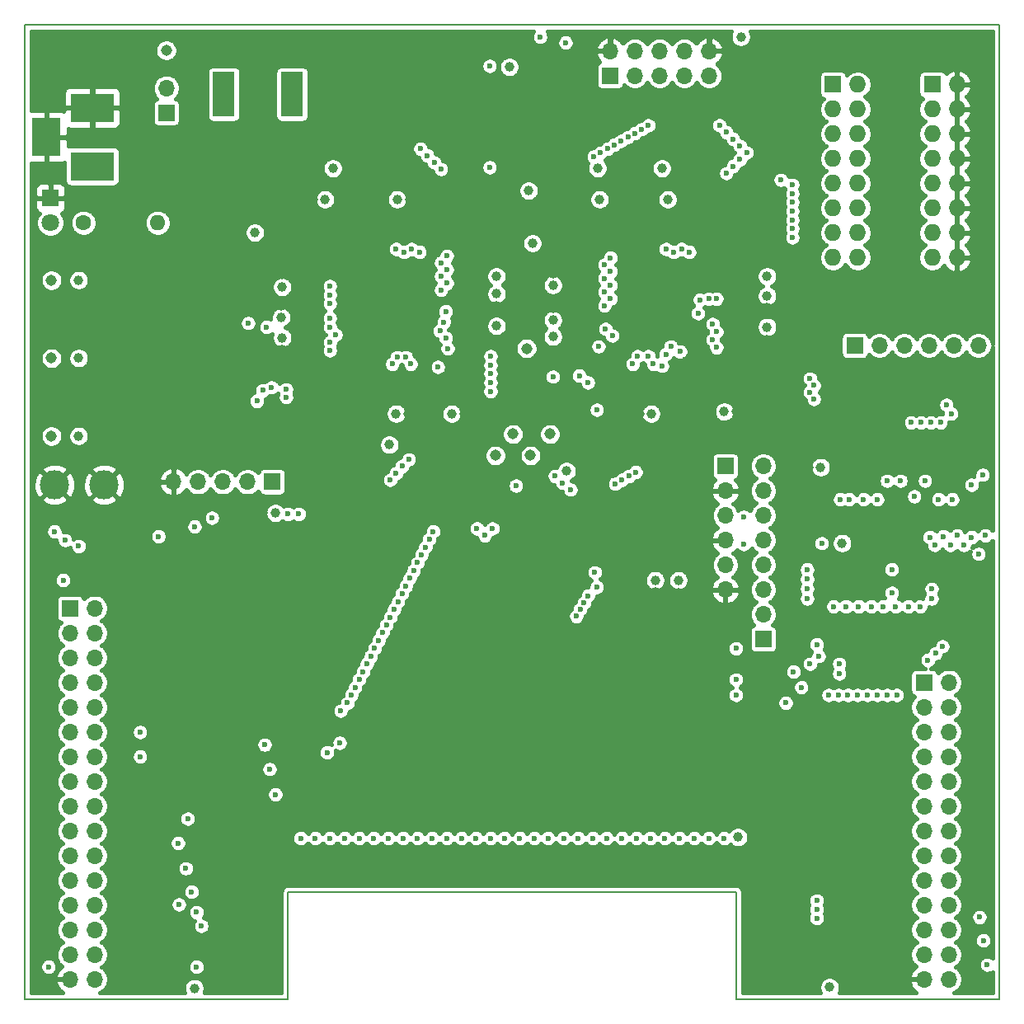
<source format=gbr>
G04 #@! TF.GenerationSoftware,KiCad,Pcbnew,5.1.6-c6e7f7d~86~ubuntu20.04.1*
G04 #@! TF.CreationDate,2020-05-17T16:05:01+03:00*
G04 #@! TF.ProjectId,GB-BENCH-G1,47422d42-454e-4434-982d-47312e6b6963,rev?*
G04 #@! TF.SameCoordinates,Original*
G04 #@! TF.FileFunction,Copper,L3,Inr*
G04 #@! TF.FilePolarity,Positive*
%FSLAX46Y46*%
G04 Gerber Fmt 4.6, Leading zero omitted, Abs format (unit mm)*
G04 Created by KiCad (PCBNEW 5.1.6-c6e7f7d~86~ubuntu20.04.1) date 2020-05-17 16:05:01*
%MOMM*%
%LPD*%
G01*
G04 APERTURE LIST*
G04 #@! TA.AperFunction,Profile*
%ADD10C,0.150000*%
G04 #@! TD*
G04 #@! TA.AperFunction,ViaPad*
%ADD11C,3.000000*%
G04 #@! TD*
G04 #@! TA.AperFunction,ViaPad*
%ADD12C,1.143000*%
G04 #@! TD*
G04 #@! TA.AperFunction,ViaPad*
%ADD13R,1.727200X1.727200*%
G04 #@! TD*
G04 #@! TA.AperFunction,ViaPad*
%ADD14O,1.727200X1.727200*%
G04 #@! TD*
G04 #@! TA.AperFunction,ViaPad*
%ADD15R,1.800000X1.800000*%
G04 #@! TD*
G04 #@! TA.AperFunction,ViaPad*
%ADD16C,1.800000*%
G04 #@! TD*
G04 #@! TA.AperFunction,ViaPad*
%ADD17R,1.700000X1.700000*%
G04 #@! TD*
G04 #@! TA.AperFunction,ViaPad*
%ADD18O,1.700000X1.700000*%
G04 #@! TD*
G04 #@! TA.AperFunction,ViaPad*
%ADD19C,1.600000*%
G04 #@! TD*
G04 #@! TA.AperFunction,ViaPad*
%ADD20O,1.600000X1.600000*%
G04 #@! TD*
G04 #@! TA.AperFunction,ViaPad*
%ADD21R,2.300000X4.600000*%
G04 #@! TD*
G04 #@! TA.AperFunction,ViaPad*
%ADD22R,3.000000X4.000000*%
G04 #@! TD*
G04 #@! TA.AperFunction,ViaPad*
%ADD23R,4.500000X3.000000*%
G04 #@! TD*
G04 #@! TA.AperFunction,ViaPad*
%ADD24C,1.000000*%
G04 #@! TD*
G04 #@! TA.AperFunction,ViaPad*
%ADD25C,0.600000*%
G04 #@! TD*
G04 #@! TA.AperFunction,Conductor*
%ADD26C,0.400000*%
G04 #@! TD*
G04 APERTURE END LIST*
D10*
X77000000Y-139000000D02*
X77000000Y-150000000D01*
X123000000Y-139000000D02*
X77000000Y-139000000D01*
X123000000Y-150000000D02*
X123000000Y-139000000D01*
X123000000Y-150000000D02*
X150000000Y-150000000D01*
X50000000Y-150000000D02*
X77000000Y-150000000D01*
X150000000Y-50000000D02*
X150000000Y-150000000D01*
X50000000Y-50000000D02*
X50000000Y-150000000D01*
X50000000Y-50000000D02*
X150000000Y-50000000D01*
D11*
X58100000Y-97200000D03*
X53020000Y-97200000D03*
D12*
X101900000Y-94200000D03*
X52700000Y-92200000D03*
D13*
X132960000Y-56100000D03*
D14*
X135500000Y-56100000D03*
X132960000Y-58640000D03*
X135500000Y-58640000D03*
X132960000Y-61180000D03*
X135500000Y-61180000D03*
X132960000Y-63720000D03*
X135500000Y-63720000D03*
X132960000Y-66260000D03*
X135500000Y-66260000D03*
X132960000Y-68800000D03*
X135500000Y-68800000D03*
X132960000Y-71340000D03*
X135500000Y-71340000D03*
X132960000Y-73880000D03*
X135500000Y-73880000D03*
D15*
X52600000Y-67760000D03*
D16*
X52600000Y-70300000D03*
D13*
X143160000Y-56100000D03*
D14*
X145700000Y-56100000D03*
X143160000Y-58640000D03*
X145700000Y-58640000D03*
X143160000Y-61180000D03*
X145700000Y-61180000D03*
X143160000Y-63720000D03*
X145700000Y-63720000D03*
X143160000Y-66260000D03*
X145700000Y-66260000D03*
X143160000Y-68800000D03*
X145700000Y-68800000D03*
X143160000Y-71340000D03*
X145700000Y-71340000D03*
X143160000Y-73880000D03*
X145700000Y-73880000D03*
D17*
X142300000Y-117500000D03*
D18*
X144840000Y-117500000D03*
X142300000Y-120040000D03*
X144840000Y-120040000D03*
X142300000Y-122580000D03*
X144840000Y-122580000D03*
X142300000Y-125120000D03*
X144840000Y-125120000D03*
X142300000Y-127660000D03*
X144840000Y-127660000D03*
X142300000Y-130200000D03*
X144840000Y-130200000D03*
X142300000Y-132740000D03*
X144840000Y-132740000D03*
X142300000Y-135280000D03*
X144840000Y-135280000D03*
X142300000Y-137820000D03*
X144840000Y-137820000D03*
X142300000Y-140360000D03*
X144840000Y-140360000D03*
X142300000Y-142900000D03*
X144840000Y-142900000D03*
X142300000Y-145440000D03*
X144840000Y-145440000D03*
X142300000Y-147980000D03*
X144840000Y-147980000D03*
D17*
X125800000Y-113060000D03*
D18*
X125800000Y-110520000D03*
X125800000Y-107980000D03*
X125800000Y-105440000D03*
X125800000Y-102900000D03*
X125800000Y-100360000D03*
X125800000Y-97820000D03*
X125800000Y-95280000D03*
D17*
X135180000Y-82900000D03*
D18*
X137720000Y-82900000D03*
X140260000Y-82900000D03*
X142800000Y-82900000D03*
X145340000Y-82900000D03*
X147880000Y-82900000D03*
D17*
X54600000Y-109880000D03*
D18*
X57140000Y-109880000D03*
X54600000Y-112420000D03*
X57140000Y-112420000D03*
X54600000Y-114960000D03*
X57140000Y-114960000D03*
X54600000Y-117500000D03*
X57140000Y-117500000D03*
X54600000Y-120040000D03*
X57140000Y-120040000D03*
X54600000Y-122580000D03*
X57140000Y-122580000D03*
X54600000Y-125120000D03*
X57140000Y-125120000D03*
X54600000Y-127660000D03*
X57140000Y-127660000D03*
X54600000Y-130200000D03*
X57140000Y-130200000D03*
X54600000Y-132740000D03*
X57140000Y-132740000D03*
X54600000Y-135280000D03*
X57140000Y-135280000D03*
X54600000Y-137820000D03*
X57140000Y-137820000D03*
X54600000Y-140360000D03*
X57140000Y-140360000D03*
X54600000Y-142900000D03*
X57140000Y-142900000D03*
X54600000Y-145440000D03*
X57140000Y-145440000D03*
X54600000Y-147980000D03*
X57140000Y-147980000D03*
D17*
X121900000Y-95280000D03*
D18*
X121900000Y-97820000D03*
X121900000Y-100360000D03*
X121900000Y-102900000D03*
X121900000Y-105440000D03*
X121900000Y-107980000D03*
D17*
X75380000Y-96900000D03*
D18*
X72840000Y-96900000D03*
X70300000Y-96900000D03*
X67760000Y-96900000D03*
X65220000Y-96900000D03*
D17*
X64500000Y-59000000D03*
D18*
X64500000Y-56460000D03*
D19*
X56000000Y-70300000D03*
D20*
X63620000Y-70300000D03*
D12*
X64500000Y-52600000D03*
X52700000Y-76200000D03*
X52700000Y-84200000D03*
X103900000Y-92000000D03*
X100100000Y-92000000D03*
X98300000Y-94200000D03*
X101500000Y-83200000D03*
D17*
X110080000Y-55200000D03*
D18*
X110080000Y-52660000D03*
X112620000Y-55200000D03*
X112620000Y-52660000D03*
X115160000Y-55200000D03*
X115160000Y-52660000D03*
X117700000Y-55200000D03*
X117700000Y-52660000D03*
X120240000Y-55200000D03*
X120240000Y-52660000D03*
D21*
X70400000Y-57100000D03*
X77400000Y-57100000D03*
D22*
X52200000Y-61500000D03*
D23*
X56900000Y-58500000D03*
X56900000Y-64500000D03*
D24*
X73600000Y-71300000D03*
X101700000Y-67000000D03*
X88200000Y-67900000D03*
X123500000Y-51200000D03*
X87400000Y-93100000D03*
X102100029Y-72400000D03*
X104200000Y-76700000D03*
X114300017Y-89900000D03*
X126200000Y-75800000D03*
X126200000Y-81000000D03*
X115400000Y-64700000D03*
X88100000Y-89900000D03*
X116000000Y-67900000D03*
X76400000Y-76900000D03*
X76400000Y-82100000D03*
X104200000Y-82000000D03*
X98400000Y-75800000D03*
X98400000Y-80900000D03*
X55500000Y-84200000D03*
X107100000Y-67900000D03*
X106500000Y-71700000D03*
X130500000Y-95400000D03*
X148100000Y-108900000D03*
X120699992Y-84300000D03*
X117900000Y-84500000D03*
X117100000Y-108300000D03*
X114700000Y-108200000D03*
X72000000Y-142300000D03*
X74400000Y-100100000D03*
X62700000Y-121300000D03*
X74900000Y-148400000D03*
X75200000Y-140700000D03*
X75200000Y-144600000D03*
X125300000Y-140200000D03*
X126200000Y-143400000D03*
X128800000Y-142700000D03*
X124800000Y-146400000D03*
X127100000Y-148700000D03*
X72500000Y-146600000D03*
X123000000Y-89700000D03*
X108700000Y-88300000D03*
X81500000Y-88200000D03*
X102800000Y-101800000D03*
X102000000Y-120600000D03*
X106600000Y-64700000D03*
X126200000Y-79000003D03*
X90000000Y-93100000D03*
X100600000Y-78900000D03*
X98400000Y-78800000D03*
X104200000Y-79100000D03*
X100800004Y-72400000D03*
X104200000Y-75500000D03*
X84900000Y-84600000D03*
X78800000Y-64700000D03*
X79600000Y-67900000D03*
X76300000Y-78800000D03*
X107300000Y-52550000D03*
X121600000Y-69500000D03*
X84900000Y-73200000D03*
X93800000Y-69599994D03*
X113100014Y-89900000D03*
X126200000Y-74399984D03*
X126200000Y-82300000D03*
X118100000Y-64700000D03*
X89300003Y-89900000D03*
X117400003Y-67900000D03*
X93300000Y-84400000D03*
X78100000Y-72900000D03*
X76400000Y-75600000D03*
X76400000Y-83300000D03*
X104200000Y-83400000D03*
X98400000Y-74400000D03*
X98400000Y-82400000D03*
X89500000Y-67900000D03*
X112700000Y-73000000D03*
X70000000Y-74700000D03*
X70000000Y-82700000D03*
X70000000Y-90700000D03*
X95100000Y-89900000D03*
X109000000Y-67900000D03*
X121800000Y-89700000D03*
X108800000Y-64700000D03*
X99724002Y-54300000D03*
X126200000Y-77800000D03*
X93800000Y-89900000D03*
X98400000Y-77599997D03*
X104200000Y-80300000D03*
X80800003Y-67900000D03*
X81600000Y-64700000D03*
X76300000Y-80000003D03*
X55500000Y-76200000D03*
X132600000Y-148800000D03*
X133900000Y-103200000D03*
X131700003Y-95400000D03*
X123200000Y-133400000D03*
X117100000Y-107000000D03*
X114700000Y-107000000D03*
X105600000Y-95800000D03*
X67400000Y-148900000D03*
X75700000Y-100100000D03*
X55500000Y-92200000D03*
D25*
X143100000Y-108900000D03*
X139000000Y-108300000D03*
X139000000Y-105900000D03*
X131300000Y-140800000D03*
X123000000Y-117200000D03*
X143500000Y-114500000D03*
X133600000Y-115600000D03*
X131800000Y-103200000D03*
X131300000Y-139900000D03*
X144200000Y-113800000D03*
X131300000Y-113600000D03*
X123000000Y-114000000D03*
X143100000Y-107900000D03*
X131000000Y-87000000D03*
X131300000Y-141700000D03*
X123000000Y-118800000D03*
X142700004Y-115200000D03*
X133600000Y-116600000D03*
X121000000Y-81499994D03*
X77000000Y-100200000D03*
X54100000Y-102900000D03*
X118700000Y-133500000D03*
X97200000Y-102400000D03*
X53000000Y-102000008D03*
X78100000Y-100200000D03*
X117200000Y-133500000D03*
X96400000Y-101700000D03*
X55500000Y-103500006D03*
X69200000Y-100600000D03*
X120200000Y-133500000D03*
X98000000Y-101700000D03*
X97700010Y-64600000D03*
X97700000Y-54200000D03*
X102900000Y-51200000D03*
X105500000Y-51800000D03*
X102300000Y-133500000D03*
X88300000Y-109200000D03*
X67400000Y-101500000D03*
X121800000Y-133500000D03*
X100400000Y-97300000D03*
X92599992Y-81400000D03*
X97800000Y-85800000D03*
X115700000Y-133500000D03*
X91900000Y-102000000D03*
X114200000Y-133500000D03*
X91500000Y-102800000D03*
X112800000Y-133500000D03*
X91100000Y-103600000D03*
X111300000Y-133500000D03*
X90700000Y-104400000D03*
X89400000Y-94600000D03*
X109700000Y-133500000D03*
X90300000Y-105200000D03*
X89600000Y-84800000D03*
X61800000Y-122600000D03*
X88700000Y-95300000D03*
X108300000Y-133500000D03*
X89900000Y-106000000D03*
X89100000Y-84100000D03*
X61800000Y-125120000D03*
X88100000Y-96000000D03*
X106800000Y-133500000D03*
X89500000Y-106800000D03*
X88200010Y-84100000D03*
X87500000Y-96700000D03*
X105300000Y-133500000D03*
X89100000Y-107600000D03*
X87700000Y-84800000D03*
X103700000Y-133500000D03*
X88700000Y-108400000D03*
X100800000Y-133500000D03*
X87900000Y-110000000D03*
X99200000Y-133500000D03*
X87500000Y-110800000D03*
X65800000Y-140300000D03*
X97800000Y-133500000D03*
X87100000Y-111600000D03*
X96300000Y-133500000D03*
X86700000Y-112400000D03*
X52400002Y-146700000D03*
X53900000Y-107000000D03*
X63700000Y-102500000D03*
X94800000Y-133500000D03*
X86300000Y-113200000D03*
X85900000Y-114000000D03*
X93300000Y-133500000D03*
X74600000Y-123900000D03*
X91800000Y-133500000D03*
X85500000Y-114800000D03*
X75100000Y-126400000D03*
X90300000Y-133500000D03*
X85100000Y-115600000D03*
X75700000Y-129000000D03*
X88800000Y-133500000D03*
X84700000Y-116400000D03*
X66700000Y-131500000D03*
X87300000Y-133500000D03*
X84300000Y-117200000D03*
X76800000Y-87400000D03*
X81300000Y-83400000D03*
X65700000Y-134000000D03*
X85800000Y-133500000D03*
X83900000Y-118000000D03*
X76800000Y-88200000D03*
X81300000Y-82600000D03*
X66500000Y-136600000D03*
X84300000Y-133500000D03*
X83500000Y-118800000D03*
X75300000Y-87200000D03*
X81900000Y-81800000D03*
X67100000Y-139000000D03*
X82800000Y-133500000D03*
X83100000Y-119600000D03*
X74400000Y-87500000D03*
X81300000Y-81000000D03*
X67600000Y-141100000D03*
X82400000Y-120400000D03*
X81300000Y-133500000D03*
X73794999Y-88594999D03*
X81300000Y-80100000D03*
X68100000Y-142500002D03*
X82300000Y-123700000D03*
X79800000Y-133500000D03*
X93200012Y-79400000D03*
X97800000Y-84000000D03*
X67599994Y-146700000D03*
X81000000Y-124700000D03*
X78300000Y-133500000D03*
X143000000Y-90804999D03*
X115800002Y-83800000D03*
X144000000Y-90804999D03*
X115400000Y-85000000D03*
X148328795Y-96177781D03*
X148600000Y-102400000D03*
X148800000Y-146500000D03*
X121000000Y-78100000D03*
X147200000Y-97200000D03*
X147200000Y-102600010D03*
X148400000Y-144000000D03*
X119300000Y-78200000D03*
X148000000Y-141600000D03*
X145700000Y-102400000D03*
X144300000Y-102500000D03*
X142900000Y-102600000D03*
X147900000Y-104300000D03*
X120199998Y-78100000D03*
X146395000Y-103400000D03*
X119100000Y-79600000D03*
X145200000Y-98700000D03*
X145000000Y-103400000D03*
X143400000Y-103400000D03*
X143800000Y-98700000D03*
X139500000Y-118800000D03*
X142400000Y-96800000D03*
X141900000Y-109700000D03*
X130600000Y-86300000D03*
X120600000Y-80700000D03*
X138500000Y-118800000D03*
X141300000Y-98400000D03*
X140700000Y-109700000D03*
X130600000Y-87700000D03*
X137500000Y-118800000D03*
X120600000Y-82300000D03*
X139900010Y-96800000D03*
X139400000Y-109700000D03*
X136500000Y-118800000D03*
X138500000Y-96800000D03*
X138100000Y-109700000D03*
X135500000Y-118800000D03*
X136900000Y-109700000D03*
X137500000Y-98700000D03*
X134500000Y-118800000D03*
X136100000Y-98700000D03*
X135600000Y-109700000D03*
X133500000Y-118800000D03*
X109600000Y-81200000D03*
X144600000Y-89000000D03*
X106900000Y-86000000D03*
X110300000Y-81900000D03*
X145100000Y-89900000D03*
X107800000Y-86700000D03*
X123800000Y-100500000D03*
X108500000Y-106200000D03*
X114500000Y-84800000D03*
X123800000Y-103300000D03*
X108700000Y-107700000D03*
X113999978Y-84000000D03*
X112900004Y-84000000D03*
X112400000Y-84800000D03*
X107800000Y-108600000D03*
X112700000Y-95900000D03*
X107400000Y-109300000D03*
X112000000Y-96300000D03*
X107000000Y-110000000D03*
X111300000Y-96700000D03*
X106600000Y-110700000D03*
X110600000Y-97100000D03*
X133000000Y-109700000D03*
X133700000Y-98700000D03*
X131500000Y-114800000D03*
X130305000Y-108900000D03*
X131000000Y-88400000D03*
X121000000Y-83100000D03*
X130600000Y-115600000D03*
X130300000Y-106900000D03*
X128900000Y-116400000D03*
X130300000Y-107900000D03*
X129700000Y-118000000D03*
X130300000Y-105900000D03*
X128100000Y-119600000D03*
X134600000Y-98700000D03*
X134300000Y-109700000D03*
X132500000Y-118800000D03*
X142000000Y-90804999D03*
X116300000Y-83000000D03*
X141000000Y-90804999D03*
X117272200Y-83527800D03*
X104200000Y-86100000D03*
X108895000Y-83000000D03*
X74800000Y-81000000D03*
X106000000Y-97700000D03*
X81300000Y-78600000D03*
X72900000Y-80600000D03*
X105200000Y-97000000D03*
X81300000Y-77700000D03*
X81300000Y-76800000D03*
X104400000Y-96300000D03*
X93000000Y-80500000D03*
X97800000Y-84900000D03*
X93200000Y-82100000D03*
X97800000Y-86700000D03*
X97800000Y-87600000D03*
X93400000Y-83200006D03*
X121300000Y-60300000D03*
X115800000Y-73000000D03*
X128800000Y-70000000D03*
X109500000Y-77400000D03*
X92700000Y-75800000D03*
X122000000Y-61000000D03*
X116600000Y-73300000D03*
X128800000Y-69100000D03*
X110100000Y-76700000D03*
X93300000Y-75100000D03*
X122700000Y-61700000D03*
X117400000Y-72999984D03*
X128800000Y-68200000D03*
X109500000Y-76000000D03*
X92699982Y-74400000D03*
X123400000Y-62400000D03*
X118200000Y-73300000D03*
X128800000Y-67300000D03*
X110099992Y-75300000D03*
X93300000Y-73700014D03*
X124100000Y-63100000D03*
X109500000Y-74600006D03*
X128800000Y-66400000D03*
X123400000Y-63800000D03*
X128800000Y-70900000D03*
X110100000Y-78100000D03*
X93300000Y-76499996D03*
X122700000Y-64500000D03*
X128800000Y-71800000D03*
X109500000Y-78800006D03*
X92700000Y-77200012D03*
X122000000Y-65200000D03*
X109100000Y-63100000D03*
X109800000Y-62700000D03*
X110500000Y-62300000D03*
X111200000Y-61900000D03*
X111900000Y-61500000D03*
X92700000Y-64800000D03*
X90500000Y-73300000D03*
X112600000Y-61100000D03*
X92000000Y-64100000D03*
X89700000Y-73000000D03*
X113300000Y-60700000D03*
X91299992Y-63400000D03*
X88900000Y-73300000D03*
X114000000Y-60300000D03*
X90600000Y-62700000D03*
X88100000Y-73000000D03*
X108400000Y-63500000D03*
X108700000Y-89500000D03*
X92400000Y-85100000D03*
X110100000Y-73900000D03*
X127600000Y-65900000D03*
D26*
G36*
X102102430Y-50773690D02*
G01*
X102034586Y-50937480D01*
X102000000Y-51111358D01*
X102000000Y-51288642D01*
X102034586Y-51462520D01*
X102102430Y-51626310D01*
X102200924Y-51773717D01*
X102326283Y-51899076D01*
X102473690Y-51997570D01*
X102637480Y-52065414D01*
X102811358Y-52100000D01*
X102988642Y-52100000D01*
X103162520Y-52065414D01*
X103326310Y-51997570D01*
X103473717Y-51899076D01*
X103599076Y-51773717D01*
X103640742Y-51711358D01*
X104600000Y-51711358D01*
X104600000Y-51888642D01*
X104634586Y-52062520D01*
X104702430Y-52226310D01*
X104800924Y-52373717D01*
X104926283Y-52499076D01*
X105073690Y-52597570D01*
X105237480Y-52665414D01*
X105411358Y-52700000D01*
X105588642Y-52700000D01*
X105762520Y-52665414D01*
X105926310Y-52597570D01*
X106073717Y-52499076D01*
X106199076Y-52373717D01*
X106206179Y-52363086D01*
X108550552Y-52363086D01*
X108699934Y-52606000D01*
X110026000Y-52606000D01*
X110026000Y-51280056D01*
X109783086Y-51130554D01*
X109769018Y-51133350D01*
X109477159Y-51223354D01*
X109208467Y-51368567D01*
X108973267Y-51563409D01*
X108780598Y-51800393D01*
X108637865Y-52070411D01*
X108550552Y-52363086D01*
X106206179Y-52363086D01*
X106297570Y-52226310D01*
X106365414Y-52062520D01*
X106400000Y-51888642D01*
X106400000Y-51711358D01*
X106365414Y-51537480D01*
X106297570Y-51373690D01*
X106199076Y-51226283D01*
X106073717Y-51100924D01*
X105926310Y-51002430D01*
X105762520Y-50934586D01*
X105588642Y-50900000D01*
X105411358Y-50900000D01*
X105237480Y-50934586D01*
X105073690Y-51002430D01*
X104926283Y-51100924D01*
X104800924Y-51226283D01*
X104702430Y-51373690D01*
X104634586Y-51537480D01*
X104600000Y-51711358D01*
X103640742Y-51711358D01*
X103697570Y-51626310D01*
X103765414Y-51462520D01*
X103800000Y-51288642D01*
X103800000Y-51111358D01*
X103765414Y-50937480D01*
X103697570Y-50773690D01*
X103631628Y-50675000D01*
X122527836Y-50675000D01*
X122525193Y-50678955D01*
X122442273Y-50879142D01*
X122400000Y-51091659D01*
X122400000Y-51308341D01*
X122442273Y-51520858D01*
X122525193Y-51721045D01*
X122645575Y-51901209D01*
X122798791Y-52054425D01*
X122978955Y-52174807D01*
X123179142Y-52257727D01*
X123391659Y-52300000D01*
X123608341Y-52300000D01*
X123820858Y-52257727D01*
X124021045Y-52174807D01*
X124201209Y-52054425D01*
X124354425Y-51901209D01*
X124474807Y-51721045D01*
X124557727Y-51520858D01*
X124600000Y-51308341D01*
X124600000Y-51091659D01*
X124557727Y-50879142D01*
X124474807Y-50678955D01*
X124472164Y-50675000D01*
X149325000Y-50675000D01*
X149325000Y-82732052D01*
X149274277Y-82477051D01*
X149164973Y-82213167D01*
X149006289Y-81975679D01*
X148804321Y-81773711D01*
X148566833Y-81615027D01*
X148302949Y-81505723D01*
X148022813Y-81450000D01*
X147737187Y-81450000D01*
X147457051Y-81505723D01*
X147193167Y-81615027D01*
X146955679Y-81773711D01*
X146753711Y-81975679D01*
X146610000Y-82190758D01*
X146466289Y-81975679D01*
X146264321Y-81773711D01*
X146026833Y-81615027D01*
X145762949Y-81505723D01*
X145482813Y-81450000D01*
X145197187Y-81450000D01*
X144917051Y-81505723D01*
X144653167Y-81615027D01*
X144415679Y-81773711D01*
X144213711Y-81975679D01*
X144070000Y-82190758D01*
X143926289Y-81975679D01*
X143724321Y-81773711D01*
X143486833Y-81615027D01*
X143222949Y-81505723D01*
X142942813Y-81450000D01*
X142657187Y-81450000D01*
X142377051Y-81505723D01*
X142113167Y-81615027D01*
X141875679Y-81773711D01*
X141673711Y-81975679D01*
X141530000Y-82190758D01*
X141386289Y-81975679D01*
X141184321Y-81773711D01*
X140946833Y-81615027D01*
X140682949Y-81505723D01*
X140402813Y-81450000D01*
X140117187Y-81450000D01*
X139837051Y-81505723D01*
X139573167Y-81615027D01*
X139335679Y-81773711D01*
X139133711Y-81975679D01*
X138990000Y-82190758D01*
X138846289Y-81975679D01*
X138644321Y-81773711D01*
X138406833Y-81615027D01*
X138142949Y-81505723D01*
X137862813Y-81450000D01*
X137577187Y-81450000D01*
X137297051Y-81505723D01*
X137033167Y-81615027D01*
X136795679Y-81773711D01*
X136622725Y-81946665D01*
X136621318Y-81932379D01*
X136587010Y-81819279D01*
X136531296Y-81715045D01*
X136456317Y-81623683D01*
X136364955Y-81548704D01*
X136260721Y-81492990D01*
X136147621Y-81458682D01*
X136030000Y-81447097D01*
X134330000Y-81447097D01*
X134212379Y-81458682D01*
X134099279Y-81492990D01*
X133995045Y-81548704D01*
X133903683Y-81623683D01*
X133828704Y-81715045D01*
X133772990Y-81819279D01*
X133738682Y-81932379D01*
X133727097Y-82050000D01*
X133727097Y-83750000D01*
X133738682Y-83867621D01*
X133772990Y-83980721D01*
X133828704Y-84084955D01*
X133903683Y-84176317D01*
X133995045Y-84251296D01*
X134099279Y-84307010D01*
X134212379Y-84341318D01*
X134330000Y-84352903D01*
X136030000Y-84352903D01*
X136147621Y-84341318D01*
X136260721Y-84307010D01*
X136364955Y-84251296D01*
X136456317Y-84176317D01*
X136531296Y-84084955D01*
X136587010Y-83980721D01*
X136621318Y-83867621D01*
X136622725Y-83853335D01*
X136795679Y-84026289D01*
X137033167Y-84184973D01*
X137297051Y-84294277D01*
X137577187Y-84350000D01*
X137862813Y-84350000D01*
X138142949Y-84294277D01*
X138406833Y-84184973D01*
X138644321Y-84026289D01*
X138846289Y-83824321D01*
X138990000Y-83609242D01*
X139133711Y-83824321D01*
X139335679Y-84026289D01*
X139573167Y-84184973D01*
X139837051Y-84294277D01*
X140117187Y-84350000D01*
X140402813Y-84350000D01*
X140682949Y-84294277D01*
X140946833Y-84184973D01*
X141184321Y-84026289D01*
X141386289Y-83824321D01*
X141530000Y-83609242D01*
X141673711Y-83824321D01*
X141875679Y-84026289D01*
X142113167Y-84184973D01*
X142377051Y-84294277D01*
X142657187Y-84350000D01*
X142942813Y-84350000D01*
X143222949Y-84294277D01*
X143486833Y-84184973D01*
X143724321Y-84026289D01*
X143926289Y-83824321D01*
X144070000Y-83609242D01*
X144213711Y-83824321D01*
X144415679Y-84026289D01*
X144653167Y-84184973D01*
X144917051Y-84294277D01*
X145197187Y-84350000D01*
X145482813Y-84350000D01*
X145762949Y-84294277D01*
X146026833Y-84184973D01*
X146264321Y-84026289D01*
X146466289Y-83824321D01*
X146610000Y-83609242D01*
X146753711Y-83824321D01*
X146955679Y-84026289D01*
X147193167Y-84184973D01*
X147457051Y-84294277D01*
X147737187Y-84350000D01*
X148022813Y-84350000D01*
X148302949Y-84294277D01*
X148566833Y-84184973D01*
X148804321Y-84026289D01*
X149006289Y-83824321D01*
X149164973Y-83586833D01*
X149274277Y-83322949D01*
X149325000Y-83067948D01*
X149325001Y-101865082D01*
X149299076Y-101826283D01*
X149173717Y-101700924D01*
X149026310Y-101602430D01*
X148862520Y-101534586D01*
X148688642Y-101500000D01*
X148511358Y-101500000D01*
X148337480Y-101534586D01*
X148173690Y-101602430D01*
X148026283Y-101700924D01*
X147900924Y-101826283D01*
X147820071Y-101947288D01*
X147773717Y-101900934D01*
X147626310Y-101802440D01*
X147462520Y-101734596D01*
X147288642Y-101700010D01*
X147111358Y-101700010D01*
X146937480Y-101734596D01*
X146773690Y-101802440D01*
X146626283Y-101900934D01*
X146513959Y-102013258D01*
X146497570Y-101973690D01*
X146399076Y-101826283D01*
X146273717Y-101700924D01*
X146126310Y-101602430D01*
X145962520Y-101534586D01*
X145788642Y-101500000D01*
X145611358Y-101500000D01*
X145437480Y-101534586D01*
X145273690Y-101602430D01*
X145126283Y-101700924D01*
X145000924Y-101826283D01*
X144960129Y-101887336D01*
X144873717Y-101800924D01*
X144726310Y-101702430D01*
X144562520Y-101634586D01*
X144388642Y-101600000D01*
X144211358Y-101600000D01*
X144037480Y-101634586D01*
X143873690Y-101702430D01*
X143726283Y-101800924D01*
X143600924Y-101926283D01*
X143560129Y-101987336D01*
X143473717Y-101900924D01*
X143326310Y-101802430D01*
X143162520Y-101734586D01*
X142988642Y-101700000D01*
X142811358Y-101700000D01*
X142637480Y-101734586D01*
X142473690Y-101802430D01*
X142326283Y-101900924D01*
X142200924Y-102026283D01*
X142102430Y-102173690D01*
X142034586Y-102337480D01*
X142000000Y-102511358D01*
X142000000Y-102688642D01*
X142034586Y-102862520D01*
X142102430Y-103026310D01*
X142200924Y-103173717D01*
X142326283Y-103299076D01*
X142473690Y-103397570D01*
X142500000Y-103408468D01*
X142500000Y-103488642D01*
X142534586Y-103662520D01*
X142602430Y-103826310D01*
X142700924Y-103973717D01*
X142826283Y-104099076D01*
X142973690Y-104197570D01*
X143137480Y-104265414D01*
X143311358Y-104300000D01*
X143488642Y-104300000D01*
X143662520Y-104265414D01*
X143826310Y-104197570D01*
X143973717Y-104099076D01*
X144099076Y-103973717D01*
X144197570Y-103826310D01*
X144200000Y-103820443D01*
X144202430Y-103826310D01*
X144300924Y-103973717D01*
X144426283Y-104099076D01*
X144573690Y-104197570D01*
X144737480Y-104265414D01*
X144911358Y-104300000D01*
X145088642Y-104300000D01*
X145262520Y-104265414D01*
X145426310Y-104197570D01*
X145573717Y-104099076D01*
X145697500Y-103975293D01*
X145821283Y-104099076D01*
X145968690Y-104197570D01*
X146132480Y-104265414D01*
X146306358Y-104300000D01*
X146483642Y-104300000D01*
X146657520Y-104265414D01*
X146821310Y-104197570D01*
X146968717Y-104099076D01*
X147037607Y-104030186D01*
X147034586Y-104037480D01*
X147000000Y-104211358D01*
X147000000Y-104388642D01*
X147034586Y-104562520D01*
X147102430Y-104726310D01*
X147200924Y-104873717D01*
X147326283Y-104999076D01*
X147473690Y-105097570D01*
X147637480Y-105165414D01*
X147811358Y-105200000D01*
X147988642Y-105200000D01*
X148162520Y-105165414D01*
X148326310Y-105097570D01*
X148473717Y-104999076D01*
X148599076Y-104873717D01*
X148697570Y-104726310D01*
X148765414Y-104562520D01*
X148800000Y-104388642D01*
X148800000Y-104211358D01*
X148765414Y-104037480D01*
X148697570Y-103873690D01*
X148599076Y-103726283D01*
X148473717Y-103600924D01*
X148326310Y-103502430D01*
X148162520Y-103434586D01*
X147988642Y-103400000D01*
X147811358Y-103400000D01*
X147637480Y-103434586D01*
X147473690Y-103502430D01*
X147326283Y-103600924D01*
X147257393Y-103669814D01*
X147260414Y-103662520D01*
X147292908Y-103499162D01*
X147462520Y-103465424D01*
X147626310Y-103397580D01*
X147773717Y-103299086D01*
X147899076Y-103173727D01*
X147979929Y-103052722D01*
X148026283Y-103099076D01*
X148173690Y-103197570D01*
X148337480Y-103265414D01*
X148511358Y-103300000D01*
X148688642Y-103300000D01*
X148862520Y-103265414D01*
X149026310Y-103197570D01*
X149173717Y-103099076D01*
X149299076Y-102973717D01*
X149325001Y-102934918D01*
X149325001Y-145768373D01*
X149226310Y-145702430D01*
X149062520Y-145634586D01*
X148888642Y-145600000D01*
X148711358Y-145600000D01*
X148537480Y-145634586D01*
X148373690Y-145702430D01*
X148226283Y-145800924D01*
X148100924Y-145926283D01*
X148002430Y-146073690D01*
X147934586Y-146237480D01*
X147900000Y-146411358D01*
X147900000Y-146588642D01*
X147934586Y-146762520D01*
X148002430Y-146926310D01*
X148100924Y-147073717D01*
X148226283Y-147199076D01*
X148373690Y-147297570D01*
X148537480Y-147365414D01*
X148711358Y-147400000D01*
X148888642Y-147400000D01*
X149062520Y-147365414D01*
X149226310Y-147297570D01*
X149325001Y-147231627D01*
X149325001Y-149325000D01*
X145381915Y-149325000D01*
X145526833Y-149264973D01*
X145764321Y-149106289D01*
X145966289Y-148904321D01*
X146124973Y-148666833D01*
X146234277Y-148402949D01*
X146290000Y-148122813D01*
X146290000Y-147837187D01*
X146234277Y-147557051D01*
X146124973Y-147293167D01*
X145966289Y-147055679D01*
X145764321Y-146853711D01*
X145549242Y-146710000D01*
X145764321Y-146566289D01*
X145966289Y-146364321D01*
X146124973Y-146126833D01*
X146234277Y-145862949D01*
X146290000Y-145582813D01*
X146290000Y-145297187D01*
X146234277Y-145017051D01*
X146124973Y-144753167D01*
X145966289Y-144515679D01*
X145764321Y-144313711D01*
X145549242Y-144170000D01*
X145764321Y-144026289D01*
X145879252Y-143911358D01*
X147500000Y-143911358D01*
X147500000Y-144088642D01*
X147534586Y-144262520D01*
X147602430Y-144426310D01*
X147700924Y-144573717D01*
X147826283Y-144699076D01*
X147973690Y-144797570D01*
X148137480Y-144865414D01*
X148311358Y-144900000D01*
X148488642Y-144900000D01*
X148662520Y-144865414D01*
X148826310Y-144797570D01*
X148973717Y-144699076D01*
X149099076Y-144573717D01*
X149197570Y-144426310D01*
X149265414Y-144262520D01*
X149300000Y-144088642D01*
X149300000Y-143911358D01*
X149265414Y-143737480D01*
X149197570Y-143573690D01*
X149099076Y-143426283D01*
X148973717Y-143300924D01*
X148826310Y-143202430D01*
X148662520Y-143134586D01*
X148488642Y-143100000D01*
X148311358Y-143100000D01*
X148137480Y-143134586D01*
X147973690Y-143202430D01*
X147826283Y-143300924D01*
X147700924Y-143426283D01*
X147602430Y-143573690D01*
X147534586Y-143737480D01*
X147500000Y-143911358D01*
X145879252Y-143911358D01*
X145966289Y-143824321D01*
X146124973Y-143586833D01*
X146234277Y-143322949D01*
X146290000Y-143042813D01*
X146290000Y-142757187D01*
X146234277Y-142477051D01*
X146124973Y-142213167D01*
X145966289Y-141975679D01*
X145764321Y-141773711D01*
X145549242Y-141630000D01*
X145726802Y-141511358D01*
X147100000Y-141511358D01*
X147100000Y-141688642D01*
X147134586Y-141862520D01*
X147202430Y-142026310D01*
X147300924Y-142173717D01*
X147426283Y-142299076D01*
X147573690Y-142397570D01*
X147737480Y-142465414D01*
X147911358Y-142500000D01*
X148088642Y-142500000D01*
X148262520Y-142465414D01*
X148426310Y-142397570D01*
X148573717Y-142299076D01*
X148699076Y-142173717D01*
X148797570Y-142026310D01*
X148865414Y-141862520D01*
X148900000Y-141688642D01*
X148900000Y-141511358D01*
X148865414Y-141337480D01*
X148797570Y-141173690D01*
X148699076Y-141026283D01*
X148573717Y-140900924D01*
X148426310Y-140802430D01*
X148262520Y-140734586D01*
X148088642Y-140700000D01*
X147911358Y-140700000D01*
X147737480Y-140734586D01*
X147573690Y-140802430D01*
X147426283Y-140900924D01*
X147300924Y-141026283D01*
X147202430Y-141173690D01*
X147134586Y-141337480D01*
X147100000Y-141511358D01*
X145726802Y-141511358D01*
X145764321Y-141486289D01*
X145966289Y-141284321D01*
X146124973Y-141046833D01*
X146234277Y-140782949D01*
X146290000Y-140502813D01*
X146290000Y-140217187D01*
X146234277Y-139937051D01*
X146124973Y-139673167D01*
X145966289Y-139435679D01*
X145764321Y-139233711D01*
X145549242Y-139090000D01*
X145764321Y-138946289D01*
X145966289Y-138744321D01*
X146124973Y-138506833D01*
X146234277Y-138242949D01*
X146290000Y-137962813D01*
X146290000Y-137677187D01*
X146234277Y-137397051D01*
X146124973Y-137133167D01*
X145966289Y-136895679D01*
X145764321Y-136693711D01*
X145549242Y-136550000D01*
X145764321Y-136406289D01*
X145966289Y-136204321D01*
X146124973Y-135966833D01*
X146234277Y-135702949D01*
X146290000Y-135422813D01*
X146290000Y-135137187D01*
X146234277Y-134857051D01*
X146124973Y-134593167D01*
X145966289Y-134355679D01*
X145764321Y-134153711D01*
X145549242Y-134010000D01*
X145764321Y-133866289D01*
X145966289Y-133664321D01*
X146124973Y-133426833D01*
X146234277Y-133162949D01*
X146290000Y-132882813D01*
X146290000Y-132597187D01*
X146234277Y-132317051D01*
X146124973Y-132053167D01*
X145966289Y-131815679D01*
X145764321Y-131613711D01*
X145549242Y-131470000D01*
X145764321Y-131326289D01*
X145966289Y-131124321D01*
X146124973Y-130886833D01*
X146234277Y-130622949D01*
X146290000Y-130342813D01*
X146290000Y-130057187D01*
X146234277Y-129777051D01*
X146124973Y-129513167D01*
X145966289Y-129275679D01*
X145764321Y-129073711D01*
X145549242Y-128930000D01*
X145764321Y-128786289D01*
X145966289Y-128584321D01*
X146124973Y-128346833D01*
X146234277Y-128082949D01*
X146290000Y-127802813D01*
X146290000Y-127517187D01*
X146234277Y-127237051D01*
X146124973Y-126973167D01*
X145966289Y-126735679D01*
X145764321Y-126533711D01*
X145549242Y-126390000D01*
X145764321Y-126246289D01*
X145966289Y-126044321D01*
X146124973Y-125806833D01*
X146234277Y-125542949D01*
X146290000Y-125262813D01*
X146290000Y-124977187D01*
X146234277Y-124697051D01*
X146124973Y-124433167D01*
X145966289Y-124195679D01*
X145764321Y-123993711D01*
X145549242Y-123850000D01*
X145764321Y-123706289D01*
X145966289Y-123504321D01*
X146124973Y-123266833D01*
X146234277Y-123002949D01*
X146290000Y-122722813D01*
X146290000Y-122437187D01*
X146234277Y-122157051D01*
X146124973Y-121893167D01*
X145966289Y-121655679D01*
X145764321Y-121453711D01*
X145549242Y-121310000D01*
X145764321Y-121166289D01*
X145966289Y-120964321D01*
X146124973Y-120726833D01*
X146234277Y-120462949D01*
X146290000Y-120182813D01*
X146290000Y-119897187D01*
X146234277Y-119617051D01*
X146124973Y-119353167D01*
X145966289Y-119115679D01*
X145764321Y-118913711D01*
X145549242Y-118770000D01*
X145764321Y-118626289D01*
X145966289Y-118424321D01*
X146124973Y-118186833D01*
X146234277Y-117922949D01*
X146290000Y-117642813D01*
X146290000Y-117357187D01*
X146234277Y-117077051D01*
X146124973Y-116813167D01*
X145966289Y-116575679D01*
X145764321Y-116373711D01*
X145526833Y-116215027D01*
X145262949Y-116105723D01*
X144982813Y-116050000D01*
X144697187Y-116050000D01*
X144417051Y-116105723D01*
X144153167Y-116215027D01*
X143915679Y-116373711D01*
X143742725Y-116546665D01*
X143741318Y-116532379D01*
X143707010Y-116419279D01*
X143651296Y-116315045D01*
X143576317Y-116223683D01*
X143484955Y-116148704D01*
X143380721Y-116092990D01*
X143267621Y-116058682D01*
X143150000Y-116047097D01*
X143006745Y-116047097D01*
X143126314Y-115997570D01*
X143273721Y-115899076D01*
X143399080Y-115773717D01*
X143497574Y-115626310D01*
X143565418Y-115462520D01*
X143577854Y-115400000D01*
X143588642Y-115400000D01*
X143762520Y-115365414D01*
X143926310Y-115297570D01*
X144073717Y-115199076D01*
X144199076Y-115073717D01*
X144297570Y-114926310D01*
X144365414Y-114762520D01*
X144381525Y-114681525D01*
X144462520Y-114665414D01*
X144626310Y-114597570D01*
X144773717Y-114499076D01*
X144899076Y-114373717D01*
X144997570Y-114226310D01*
X145065414Y-114062520D01*
X145100000Y-113888642D01*
X145100000Y-113711358D01*
X145065414Y-113537480D01*
X144997570Y-113373690D01*
X144899076Y-113226283D01*
X144773717Y-113100924D01*
X144626310Y-113002430D01*
X144462520Y-112934586D01*
X144288642Y-112900000D01*
X144111358Y-112900000D01*
X143937480Y-112934586D01*
X143773690Y-113002430D01*
X143626283Y-113100924D01*
X143500924Y-113226283D01*
X143402430Y-113373690D01*
X143334586Y-113537480D01*
X143318475Y-113618475D01*
X143237480Y-113634586D01*
X143073690Y-113702430D01*
X142926283Y-113800924D01*
X142800924Y-113926283D01*
X142702430Y-114073690D01*
X142634586Y-114237480D01*
X142622150Y-114300000D01*
X142611362Y-114300000D01*
X142437484Y-114334586D01*
X142273694Y-114402430D01*
X142126287Y-114500924D01*
X142000928Y-114626283D01*
X141902434Y-114773690D01*
X141834590Y-114937480D01*
X141800004Y-115111358D01*
X141800004Y-115288642D01*
X141834590Y-115462520D01*
X141902434Y-115626310D01*
X142000928Y-115773717D01*
X142126287Y-115899076D01*
X142273694Y-115997570D01*
X142393263Y-116047097D01*
X141450000Y-116047097D01*
X141332379Y-116058682D01*
X141219279Y-116092990D01*
X141115045Y-116148704D01*
X141023683Y-116223683D01*
X140948704Y-116315045D01*
X140892990Y-116419279D01*
X140858682Y-116532379D01*
X140847097Y-116650000D01*
X140847097Y-118350000D01*
X140858682Y-118467621D01*
X140892990Y-118580721D01*
X140948704Y-118684955D01*
X141023683Y-118776317D01*
X141115045Y-118851296D01*
X141219279Y-118907010D01*
X141332379Y-118941318D01*
X141346665Y-118942725D01*
X141173711Y-119115679D01*
X141015027Y-119353167D01*
X140905723Y-119617051D01*
X140850000Y-119897187D01*
X140850000Y-120182813D01*
X140905723Y-120462949D01*
X141015027Y-120726833D01*
X141173711Y-120964321D01*
X141375679Y-121166289D01*
X141590758Y-121310000D01*
X141375679Y-121453711D01*
X141173711Y-121655679D01*
X141015027Y-121893167D01*
X140905723Y-122157051D01*
X140850000Y-122437187D01*
X140850000Y-122722813D01*
X140905723Y-123002949D01*
X141015027Y-123266833D01*
X141173711Y-123504321D01*
X141375679Y-123706289D01*
X141590758Y-123850000D01*
X141375679Y-123993711D01*
X141173711Y-124195679D01*
X141015027Y-124433167D01*
X140905723Y-124697051D01*
X140850000Y-124977187D01*
X140850000Y-125262813D01*
X140905723Y-125542949D01*
X141015027Y-125806833D01*
X141173711Y-126044321D01*
X141375679Y-126246289D01*
X141590758Y-126390000D01*
X141375679Y-126533711D01*
X141173711Y-126735679D01*
X141015027Y-126973167D01*
X140905723Y-127237051D01*
X140850000Y-127517187D01*
X140850000Y-127802813D01*
X140905723Y-128082949D01*
X141015027Y-128346833D01*
X141173711Y-128584321D01*
X141375679Y-128786289D01*
X141590758Y-128930000D01*
X141375679Y-129073711D01*
X141173711Y-129275679D01*
X141015027Y-129513167D01*
X140905723Y-129777051D01*
X140850000Y-130057187D01*
X140850000Y-130342813D01*
X140905723Y-130622949D01*
X141015027Y-130886833D01*
X141173711Y-131124321D01*
X141375679Y-131326289D01*
X141590758Y-131470000D01*
X141375679Y-131613711D01*
X141173711Y-131815679D01*
X141015027Y-132053167D01*
X140905723Y-132317051D01*
X140850000Y-132597187D01*
X140850000Y-132882813D01*
X140905723Y-133162949D01*
X141015027Y-133426833D01*
X141173711Y-133664321D01*
X141375679Y-133866289D01*
X141590758Y-134010000D01*
X141375679Y-134153711D01*
X141173711Y-134355679D01*
X141015027Y-134593167D01*
X140905723Y-134857051D01*
X140850000Y-135137187D01*
X140850000Y-135422813D01*
X140905723Y-135702949D01*
X141015027Y-135966833D01*
X141173711Y-136204321D01*
X141375679Y-136406289D01*
X141590758Y-136550000D01*
X141375679Y-136693711D01*
X141173711Y-136895679D01*
X141015027Y-137133167D01*
X140905723Y-137397051D01*
X140850000Y-137677187D01*
X140850000Y-137962813D01*
X140905723Y-138242949D01*
X141015027Y-138506833D01*
X141173711Y-138744321D01*
X141375679Y-138946289D01*
X141590758Y-139090000D01*
X141375679Y-139233711D01*
X141173711Y-139435679D01*
X141015027Y-139673167D01*
X140905723Y-139937051D01*
X140850000Y-140217187D01*
X140850000Y-140502813D01*
X140905723Y-140782949D01*
X141015027Y-141046833D01*
X141173711Y-141284321D01*
X141375679Y-141486289D01*
X141590758Y-141630000D01*
X141375679Y-141773711D01*
X141173711Y-141975679D01*
X141015027Y-142213167D01*
X140905723Y-142477051D01*
X140850000Y-142757187D01*
X140850000Y-143042813D01*
X140905723Y-143322949D01*
X141015027Y-143586833D01*
X141173711Y-143824321D01*
X141375679Y-144026289D01*
X141590758Y-144170000D01*
X141375679Y-144313711D01*
X141173711Y-144515679D01*
X141015027Y-144753167D01*
X140905723Y-145017051D01*
X140850000Y-145297187D01*
X140850000Y-145582813D01*
X140905723Y-145862949D01*
X141015027Y-146126833D01*
X141173711Y-146364321D01*
X141375679Y-146566289D01*
X141499776Y-146649208D01*
X141440393Y-146680598D01*
X141203409Y-146873267D01*
X141008567Y-147108467D01*
X140863354Y-147377159D01*
X140773350Y-147669018D01*
X140770554Y-147683086D01*
X140920056Y-147926000D01*
X142246000Y-147926000D01*
X142246000Y-147906000D01*
X142354000Y-147906000D01*
X142354000Y-147926000D01*
X142374000Y-147926000D01*
X142374000Y-148034000D01*
X142354000Y-148034000D01*
X142354000Y-148054000D01*
X142246000Y-148054000D01*
X142246000Y-148034000D01*
X140920056Y-148034000D01*
X140770554Y-148276914D01*
X140773350Y-148290982D01*
X140863354Y-148582841D01*
X141008567Y-148851533D01*
X141203409Y-149086733D01*
X141440393Y-149279402D01*
X141526654Y-149325000D01*
X133572164Y-149325000D01*
X133574807Y-149321045D01*
X133657727Y-149120858D01*
X133700000Y-148908341D01*
X133700000Y-148691659D01*
X133657727Y-148479142D01*
X133574807Y-148278955D01*
X133454425Y-148098791D01*
X133301209Y-147945575D01*
X133121045Y-147825193D01*
X132920858Y-147742273D01*
X132708341Y-147700000D01*
X132491659Y-147700000D01*
X132279142Y-147742273D01*
X132078955Y-147825193D01*
X131898791Y-147945575D01*
X131745575Y-148098791D01*
X131625193Y-148278955D01*
X131542273Y-148479142D01*
X131500000Y-148691659D01*
X131500000Y-148908341D01*
X131542273Y-149120858D01*
X131625193Y-149321045D01*
X131627836Y-149325000D01*
X123675000Y-149325000D01*
X123675000Y-139811358D01*
X130400000Y-139811358D01*
X130400000Y-139988642D01*
X130434586Y-140162520D01*
X130502430Y-140326310D01*
X130518259Y-140350000D01*
X130502430Y-140373690D01*
X130434586Y-140537480D01*
X130400000Y-140711358D01*
X130400000Y-140888642D01*
X130434586Y-141062520D01*
X130502430Y-141226310D01*
X130518259Y-141250000D01*
X130502430Y-141273690D01*
X130434586Y-141437480D01*
X130400000Y-141611358D01*
X130400000Y-141788642D01*
X130434586Y-141962520D01*
X130502430Y-142126310D01*
X130600924Y-142273717D01*
X130726283Y-142399076D01*
X130873690Y-142497570D01*
X131037480Y-142565414D01*
X131211358Y-142600000D01*
X131388642Y-142600000D01*
X131562520Y-142565414D01*
X131726310Y-142497570D01*
X131873717Y-142399076D01*
X131999076Y-142273717D01*
X132097570Y-142126310D01*
X132165414Y-141962520D01*
X132200000Y-141788642D01*
X132200000Y-141611358D01*
X132165414Y-141437480D01*
X132097570Y-141273690D01*
X132081741Y-141250000D01*
X132097570Y-141226310D01*
X132165414Y-141062520D01*
X132200000Y-140888642D01*
X132200000Y-140711358D01*
X132165414Y-140537480D01*
X132097570Y-140373690D01*
X132081741Y-140350000D01*
X132097570Y-140326310D01*
X132165414Y-140162520D01*
X132200000Y-139988642D01*
X132200000Y-139811358D01*
X132165414Y-139637480D01*
X132097570Y-139473690D01*
X131999076Y-139326283D01*
X131873717Y-139200924D01*
X131726310Y-139102430D01*
X131562520Y-139034586D01*
X131388642Y-139000000D01*
X131211358Y-139000000D01*
X131037480Y-139034586D01*
X130873690Y-139102430D01*
X130726283Y-139200924D01*
X130600924Y-139326283D01*
X130502430Y-139473690D01*
X130434586Y-139637480D01*
X130400000Y-139811358D01*
X123675000Y-139811358D01*
X123675000Y-139033159D01*
X123678266Y-139000000D01*
X123665233Y-138867677D01*
X123626636Y-138740439D01*
X123563958Y-138623176D01*
X123479606Y-138520394D01*
X123376824Y-138436042D01*
X123259561Y-138373364D01*
X123132323Y-138334767D01*
X123033159Y-138325000D01*
X123000000Y-138321734D01*
X122966841Y-138325000D01*
X77033159Y-138325000D01*
X77000000Y-138321734D01*
X76966841Y-138325000D01*
X76867677Y-138334767D01*
X76740439Y-138373364D01*
X76623176Y-138436042D01*
X76520394Y-138520394D01*
X76436042Y-138623176D01*
X76373364Y-138740439D01*
X76334767Y-138867677D01*
X76321734Y-139000000D01*
X76325000Y-139033159D01*
X76325001Y-149325000D01*
X68414590Y-149325000D01*
X68457727Y-149220858D01*
X68500000Y-149008341D01*
X68500000Y-148791659D01*
X68457727Y-148579142D01*
X68374807Y-148378955D01*
X68254425Y-148198791D01*
X68101209Y-148045575D01*
X67921045Y-147925193D01*
X67720858Y-147842273D01*
X67508341Y-147800000D01*
X67291659Y-147800000D01*
X67079142Y-147842273D01*
X66878955Y-147925193D01*
X66698791Y-148045575D01*
X66545575Y-148198791D01*
X66425193Y-148378955D01*
X66342273Y-148579142D01*
X66300000Y-148791659D01*
X66300000Y-149008341D01*
X66342273Y-149220858D01*
X66385410Y-149325000D01*
X57681915Y-149325000D01*
X57826833Y-149264973D01*
X58064321Y-149106289D01*
X58266289Y-148904321D01*
X58424973Y-148666833D01*
X58534277Y-148402949D01*
X58590000Y-148122813D01*
X58590000Y-147837187D01*
X58534277Y-147557051D01*
X58424973Y-147293167D01*
X58266289Y-147055679D01*
X58064321Y-146853711D01*
X57849242Y-146710000D01*
X57996870Y-146611358D01*
X66699994Y-146611358D01*
X66699994Y-146788642D01*
X66734580Y-146962520D01*
X66802424Y-147126310D01*
X66900918Y-147273717D01*
X67026277Y-147399076D01*
X67173684Y-147497570D01*
X67337474Y-147565414D01*
X67511352Y-147600000D01*
X67688636Y-147600000D01*
X67862514Y-147565414D01*
X68026304Y-147497570D01*
X68173711Y-147399076D01*
X68299070Y-147273717D01*
X68397564Y-147126310D01*
X68465408Y-146962520D01*
X68499994Y-146788642D01*
X68499994Y-146611358D01*
X68465408Y-146437480D01*
X68397564Y-146273690D01*
X68299070Y-146126283D01*
X68173711Y-146000924D01*
X68026304Y-145902430D01*
X67862514Y-145834586D01*
X67688636Y-145800000D01*
X67511352Y-145800000D01*
X67337474Y-145834586D01*
X67173684Y-145902430D01*
X67026277Y-146000924D01*
X66900918Y-146126283D01*
X66802424Y-146273690D01*
X66734580Y-146437480D01*
X66699994Y-146611358D01*
X57996870Y-146611358D01*
X58064321Y-146566289D01*
X58266289Y-146364321D01*
X58424973Y-146126833D01*
X58534277Y-145862949D01*
X58590000Y-145582813D01*
X58590000Y-145297187D01*
X58534277Y-145017051D01*
X58424973Y-144753167D01*
X58266289Y-144515679D01*
X58064321Y-144313711D01*
X57849242Y-144170000D01*
X58064321Y-144026289D01*
X58266289Y-143824321D01*
X58424973Y-143586833D01*
X58534277Y-143322949D01*
X58590000Y-143042813D01*
X58590000Y-142757187D01*
X58534277Y-142477051D01*
X58424973Y-142213167D01*
X58266289Y-141975679D01*
X58064321Y-141773711D01*
X57849242Y-141630000D01*
X58064321Y-141486289D01*
X58266289Y-141284321D01*
X58424973Y-141046833D01*
X58534277Y-140782949D01*
X58590000Y-140502813D01*
X58590000Y-140217187D01*
X58588841Y-140211358D01*
X64900000Y-140211358D01*
X64900000Y-140388642D01*
X64934586Y-140562520D01*
X65002430Y-140726310D01*
X65100924Y-140873717D01*
X65226283Y-140999076D01*
X65373690Y-141097570D01*
X65537480Y-141165414D01*
X65711358Y-141200000D01*
X65888642Y-141200000D01*
X66062520Y-141165414D01*
X66226310Y-141097570D01*
X66355335Y-141011358D01*
X66700000Y-141011358D01*
X66700000Y-141188642D01*
X66734586Y-141362520D01*
X66802430Y-141526310D01*
X66900924Y-141673717D01*
X67026283Y-141799076D01*
X67173690Y-141897570D01*
X67337480Y-141965414D01*
X67370403Y-141971963D01*
X67302430Y-142073692D01*
X67234586Y-142237482D01*
X67200000Y-142411360D01*
X67200000Y-142588644D01*
X67234586Y-142762522D01*
X67302430Y-142926312D01*
X67400924Y-143073719D01*
X67526283Y-143199078D01*
X67673690Y-143297572D01*
X67837480Y-143365416D01*
X68011358Y-143400002D01*
X68188642Y-143400002D01*
X68362520Y-143365416D01*
X68526310Y-143297572D01*
X68673717Y-143199078D01*
X68799076Y-143073719D01*
X68897570Y-142926312D01*
X68965414Y-142762522D01*
X69000000Y-142588644D01*
X69000000Y-142411360D01*
X68965414Y-142237482D01*
X68897570Y-142073692D01*
X68799076Y-141926285D01*
X68673717Y-141800926D01*
X68526310Y-141702432D01*
X68362520Y-141634588D01*
X68329597Y-141628039D01*
X68397570Y-141526310D01*
X68465414Y-141362520D01*
X68500000Y-141188642D01*
X68500000Y-141011358D01*
X68465414Y-140837480D01*
X68397570Y-140673690D01*
X68299076Y-140526283D01*
X68173717Y-140400924D01*
X68026310Y-140302430D01*
X67862520Y-140234586D01*
X67688642Y-140200000D01*
X67511358Y-140200000D01*
X67337480Y-140234586D01*
X67173690Y-140302430D01*
X67026283Y-140400924D01*
X66900924Y-140526283D01*
X66802430Y-140673690D01*
X66734586Y-140837480D01*
X66700000Y-141011358D01*
X66355335Y-141011358D01*
X66373717Y-140999076D01*
X66499076Y-140873717D01*
X66597570Y-140726310D01*
X66665414Y-140562520D01*
X66700000Y-140388642D01*
X66700000Y-140211358D01*
X66665414Y-140037480D01*
X66597570Y-139873690D01*
X66499076Y-139726283D01*
X66373717Y-139600924D01*
X66226310Y-139502430D01*
X66062520Y-139434586D01*
X65888642Y-139400000D01*
X65711358Y-139400000D01*
X65537480Y-139434586D01*
X65373690Y-139502430D01*
X65226283Y-139600924D01*
X65100924Y-139726283D01*
X65002430Y-139873690D01*
X64934586Y-140037480D01*
X64900000Y-140211358D01*
X58588841Y-140211358D01*
X58534277Y-139937051D01*
X58424973Y-139673167D01*
X58266289Y-139435679D01*
X58064321Y-139233711D01*
X57849242Y-139090000D01*
X58064321Y-138946289D01*
X58099252Y-138911358D01*
X66200000Y-138911358D01*
X66200000Y-139088642D01*
X66234586Y-139262520D01*
X66302430Y-139426310D01*
X66400924Y-139573717D01*
X66526283Y-139699076D01*
X66673690Y-139797570D01*
X66837480Y-139865414D01*
X67011358Y-139900000D01*
X67188642Y-139900000D01*
X67362520Y-139865414D01*
X67526310Y-139797570D01*
X67673717Y-139699076D01*
X67799076Y-139573717D01*
X67897570Y-139426310D01*
X67965414Y-139262520D01*
X68000000Y-139088642D01*
X68000000Y-138911358D01*
X67965414Y-138737480D01*
X67897570Y-138573690D01*
X67799076Y-138426283D01*
X67673717Y-138300924D01*
X67526310Y-138202430D01*
X67362520Y-138134586D01*
X67188642Y-138100000D01*
X67011358Y-138100000D01*
X66837480Y-138134586D01*
X66673690Y-138202430D01*
X66526283Y-138300924D01*
X66400924Y-138426283D01*
X66302430Y-138573690D01*
X66234586Y-138737480D01*
X66200000Y-138911358D01*
X58099252Y-138911358D01*
X58266289Y-138744321D01*
X58424973Y-138506833D01*
X58534277Y-138242949D01*
X58590000Y-137962813D01*
X58590000Y-137677187D01*
X58534277Y-137397051D01*
X58424973Y-137133167D01*
X58266289Y-136895679D01*
X58064321Y-136693711D01*
X57849242Y-136550000D01*
X57907073Y-136511358D01*
X65600000Y-136511358D01*
X65600000Y-136688642D01*
X65634586Y-136862520D01*
X65702430Y-137026310D01*
X65800924Y-137173717D01*
X65926283Y-137299076D01*
X66073690Y-137397570D01*
X66237480Y-137465414D01*
X66411358Y-137500000D01*
X66588642Y-137500000D01*
X66762520Y-137465414D01*
X66926310Y-137397570D01*
X67073717Y-137299076D01*
X67199076Y-137173717D01*
X67297570Y-137026310D01*
X67365414Y-136862520D01*
X67400000Y-136688642D01*
X67400000Y-136511358D01*
X67365414Y-136337480D01*
X67297570Y-136173690D01*
X67199076Y-136026283D01*
X67073717Y-135900924D01*
X66926310Y-135802430D01*
X66762520Y-135734586D01*
X66588642Y-135700000D01*
X66411358Y-135700000D01*
X66237480Y-135734586D01*
X66073690Y-135802430D01*
X65926283Y-135900924D01*
X65800924Y-136026283D01*
X65702430Y-136173690D01*
X65634586Y-136337480D01*
X65600000Y-136511358D01*
X57907073Y-136511358D01*
X58064321Y-136406289D01*
X58266289Y-136204321D01*
X58424973Y-135966833D01*
X58534277Y-135702949D01*
X58590000Y-135422813D01*
X58590000Y-135137187D01*
X58534277Y-134857051D01*
X58424973Y-134593167D01*
X58266289Y-134355679D01*
X58064321Y-134153711D01*
X57849242Y-134010000D01*
X57996870Y-133911358D01*
X64800000Y-133911358D01*
X64800000Y-134088642D01*
X64834586Y-134262520D01*
X64902430Y-134426310D01*
X65000924Y-134573717D01*
X65126283Y-134699076D01*
X65273690Y-134797570D01*
X65437480Y-134865414D01*
X65611358Y-134900000D01*
X65788642Y-134900000D01*
X65962520Y-134865414D01*
X66126310Y-134797570D01*
X66273717Y-134699076D01*
X66399076Y-134573717D01*
X66497570Y-134426310D01*
X66565414Y-134262520D01*
X66600000Y-134088642D01*
X66600000Y-133911358D01*
X66565414Y-133737480D01*
X66497570Y-133573690D01*
X66399076Y-133426283D01*
X66384151Y-133411358D01*
X77400000Y-133411358D01*
X77400000Y-133588642D01*
X77434586Y-133762520D01*
X77502430Y-133926310D01*
X77600924Y-134073717D01*
X77726283Y-134199076D01*
X77873690Y-134297570D01*
X78037480Y-134365414D01*
X78211358Y-134400000D01*
X78388642Y-134400000D01*
X78562520Y-134365414D01*
X78726310Y-134297570D01*
X78873717Y-134199076D01*
X78999076Y-134073717D01*
X79050000Y-133997504D01*
X79100924Y-134073717D01*
X79226283Y-134199076D01*
X79373690Y-134297570D01*
X79537480Y-134365414D01*
X79711358Y-134400000D01*
X79888642Y-134400000D01*
X80062520Y-134365414D01*
X80226310Y-134297570D01*
X80373717Y-134199076D01*
X80499076Y-134073717D01*
X80550000Y-133997504D01*
X80600924Y-134073717D01*
X80726283Y-134199076D01*
X80873690Y-134297570D01*
X81037480Y-134365414D01*
X81211358Y-134400000D01*
X81388642Y-134400000D01*
X81562520Y-134365414D01*
X81726310Y-134297570D01*
X81873717Y-134199076D01*
X81999076Y-134073717D01*
X82050000Y-133997504D01*
X82100924Y-134073717D01*
X82226283Y-134199076D01*
X82373690Y-134297570D01*
X82537480Y-134365414D01*
X82711358Y-134400000D01*
X82888642Y-134400000D01*
X83062520Y-134365414D01*
X83226310Y-134297570D01*
X83373717Y-134199076D01*
X83499076Y-134073717D01*
X83550000Y-133997504D01*
X83600924Y-134073717D01*
X83726283Y-134199076D01*
X83873690Y-134297570D01*
X84037480Y-134365414D01*
X84211358Y-134400000D01*
X84388642Y-134400000D01*
X84562520Y-134365414D01*
X84726310Y-134297570D01*
X84873717Y-134199076D01*
X84999076Y-134073717D01*
X85050000Y-133997504D01*
X85100924Y-134073717D01*
X85226283Y-134199076D01*
X85373690Y-134297570D01*
X85537480Y-134365414D01*
X85711358Y-134400000D01*
X85888642Y-134400000D01*
X86062520Y-134365414D01*
X86226310Y-134297570D01*
X86373717Y-134199076D01*
X86499076Y-134073717D01*
X86550000Y-133997504D01*
X86600924Y-134073717D01*
X86726283Y-134199076D01*
X86873690Y-134297570D01*
X87037480Y-134365414D01*
X87211358Y-134400000D01*
X87388642Y-134400000D01*
X87562520Y-134365414D01*
X87726310Y-134297570D01*
X87873717Y-134199076D01*
X87999076Y-134073717D01*
X88050000Y-133997504D01*
X88100924Y-134073717D01*
X88226283Y-134199076D01*
X88373690Y-134297570D01*
X88537480Y-134365414D01*
X88711358Y-134400000D01*
X88888642Y-134400000D01*
X89062520Y-134365414D01*
X89226310Y-134297570D01*
X89373717Y-134199076D01*
X89499076Y-134073717D01*
X89550000Y-133997504D01*
X89600924Y-134073717D01*
X89726283Y-134199076D01*
X89873690Y-134297570D01*
X90037480Y-134365414D01*
X90211358Y-134400000D01*
X90388642Y-134400000D01*
X90562520Y-134365414D01*
X90726310Y-134297570D01*
X90873717Y-134199076D01*
X90999076Y-134073717D01*
X91050000Y-133997504D01*
X91100924Y-134073717D01*
X91226283Y-134199076D01*
X91373690Y-134297570D01*
X91537480Y-134365414D01*
X91711358Y-134400000D01*
X91888642Y-134400000D01*
X92062520Y-134365414D01*
X92226310Y-134297570D01*
X92373717Y-134199076D01*
X92499076Y-134073717D01*
X92550000Y-133997504D01*
X92600924Y-134073717D01*
X92726283Y-134199076D01*
X92873690Y-134297570D01*
X93037480Y-134365414D01*
X93211358Y-134400000D01*
X93388642Y-134400000D01*
X93562520Y-134365414D01*
X93726310Y-134297570D01*
X93873717Y-134199076D01*
X93999076Y-134073717D01*
X94050000Y-133997504D01*
X94100924Y-134073717D01*
X94226283Y-134199076D01*
X94373690Y-134297570D01*
X94537480Y-134365414D01*
X94711358Y-134400000D01*
X94888642Y-134400000D01*
X95062520Y-134365414D01*
X95226310Y-134297570D01*
X95373717Y-134199076D01*
X95499076Y-134073717D01*
X95550000Y-133997504D01*
X95600924Y-134073717D01*
X95726283Y-134199076D01*
X95873690Y-134297570D01*
X96037480Y-134365414D01*
X96211358Y-134400000D01*
X96388642Y-134400000D01*
X96562520Y-134365414D01*
X96726310Y-134297570D01*
X96873717Y-134199076D01*
X96999076Y-134073717D01*
X97050000Y-133997504D01*
X97100924Y-134073717D01*
X97226283Y-134199076D01*
X97373690Y-134297570D01*
X97537480Y-134365414D01*
X97711358Y-134400000D01*
X97888642Y-134400000D01*
X98062520Y-134365414D01*
X98226310Y-134297570D01*
X98373717Y-134199076D01*
X98499076Y-134073717D01*
X98500000Y-134072334D01*
X98500924Y-134073717D01*
X98626283Y-134199076D01*
X98773690Y-134297570D01*
X98937480Y-134365414D01*
X99111358Y-134400000D01*
X99288642Y-134400000D01*
X99462520Y-134365414D01*
X99626310Y-134297570D01*
X99773717Y-134199076D01*
X99899076Y-134073717D01*
X99997570Y-133926310D01*
X100000000Y-133920443D01*
X100002430Y-133926310D01*
X100100924Y-134073717D01*
X100226283Y-134199076D01*
X100373690Y-134297570D01*
X100537480Y-134365414D01*
X100711358Y-134400000D01*
X100888642Y-134400000D01*
X101062520Y-134365414D01*
X101226310Y-134297570D01*
X101373717Y-134199076D01*
X101499076Y-134073717D01*
X101550000Y-133997504D01*
X101600924Y-134073717D01*
X101726283Y-134199076D01*
X101873690Y-134297570D01*
X102037480Y-134365414D01*
X102211358Y-134400000D01*
X102388642Y-134400000D01*
X102562520Y-134365414D01*
X102726310Y-134297570D01*
X102873717Y-134199076D01*
X102999076Y-134073717D01*
X103000000Y-134072334D01*
X103000924Y-134073717D01*
X103126283Y-134199076D01*
X103273690Y-134297570D01*
X103437480Y-134365414D01*
X103611358Y-134400000D01*
X103788642Y-134400000D01*
X103962520Y-134365414D01*
X104126310Y-134297570D01*
X104273717Y-134199076D01*
X104399076Y-134073717D01*
X104497570Y-133926310D01*
X104500000Y-133920443D01*
X104502430Y-133926310D01*
X104600924Y-134073717D01*
X104726283Y-134199076D01*
X104873690Y-134297570D01*
X105037480Y-134365414D01*
X105211358Y-134400000D01*
X105388642Y-134400000D01*
X105562520Y-134365414D01*
X105726310Y-134297570D01*
X105873717Y-134199076D01*
X105999076Y-134073717D01*
X106050000Y-133997504D01*
X106100924Y-134073717D01*
X106226283Y-134199076D01*
X106373690Y-134297570D01*
X106537480Y-134365414D01*
X106711358Y-134400000D01*
X106888642Y-134400000D01*
X107062520Y-134365414D01*
X107226310Y-134297570D01*
X107373717Y-134199076D01*
X107499076Y-134073717D01*
X107550000Y-133997504D01*
X107600924Y-134073717D01*
X107726283Y-134199076D01*
X107873690Y-134297570D01*
X108037480Y-134365414D01*
X108211358Y-134400000D01*
X108388642Y-134400000D01*
X108562520Y-134365414D01*
X108726310Y-134297570D01*
X108873717Y-134199076D01*
X108999076Y-134073717D01*
X109000000Y-134072334D01*
X109000924Y-134073717D01*
X109126283Y-134199076D01*
X109273690Y-134297570D01*
X109437480Y-134365414D01*
X109611358Y-134400000D01*
X109788642Y-134400000D01*
X109962520Y-134365414D01*
X110126310Y-134297570D01*
X110273717Y-134199076D01*
X110399076Y-134073717D01*
X110497570Y-133926310D01*
X110500000Y-133920443D01*
X110502430Y-133926310D01*
X110600924Y-134073717D01*
X110726283Y-134199076D01*
X110873690Y-134297570D01*
X111037480Y-134365414D01*
X111211358Y-134400000D01*
X111388642Y-134400000D01*
X111562520Y-134365414D01*
X111726310Y-134297570D01*
X111873717Y-134199076D01*
X111999076Y-134073717D01*
X112050000Y-133997504D01*
X112100924Y-134073717D01*
X112226283Y-134199076D01*
X112373690Y-134297570D01*
X112537480Y-134365414D01*
X112711358Y-134400000D01*
X112888642Y-134400000D01*
X113062520Y-134365414D01*
X113226310Y-134297570D01*
X113373717Y-134199076D01*
X113499076Y-134073717D01*
X113500000Y-134072334D01*
X113500924Y-134073717D01*
X113626283Y-134199076D01*
X113773690Y-134297570D01*
X113937480Y-134365414D01*
X114111358Y-134400000D01*
X114288642Y-134400000D01*
X114462520Y-134365414D01*
X114626310Y-134297570D01*
X114773717Y-134199076D01*
X114899076Y-134073717D01*
X114950000Y-133997504D01*
X115000924Y-134073717D01*
X115126283Y-134199076D01*
X115273690Y-134297570D01*
X115437480Y-134365414D01*
X115611358Y-134400000D01*
X115788642Y-134400000D01*
X115962520Y-134365414D01*
X116126310Y-134297570D01*
X116273717Y-134199076D01*
X116399076Y-134073717D01*
X116450000Y-133997504D01*
X116500924Y-134073717D01*
X116626283Y-134199076D01*
X116773690Y-134297570D01*
X116937480Y-134365414D01*
X117111358Y-134400000D01*
X117288642Y-134400000D01*
X117462520Y-134365414D01*
X117626310Y-134297570D01*
X117773717Y-134199076D01*
X117899076Y-134073717D01*
X117950000Y-133997504D01*
X118000924Y-134073717D01*
X118126283Y-134199076D01*
X118273690Y-134297570D01*
X118437480Y-134365414D01*
X118611358Y-134400000D01*
X118788642Y-134400000D01*
X118962520Y-134365414D01*
X119126310Y-134297570D01*
X119273717Y-134199076D01*
X119399076Y-134073717D01*
X119450000Y-133997504D01*
X119500924Y-134073717D01*
X119626283Y-134199076D01*
X119773690Y-134297570D01*
X119937480Y-134365414D01*
X120111358Y-134400000D01*
X120288642Y-134400000D01*
X120462520Y-134365414D01*
X120626310Y-134297570D01*
X120773717Y-134199076D01*
X120899076Y-134073717D01*
X120997570Y-133926310D01*
X121000000Y-133920443D01*
X121002430Y-133926310D01*
X121100924Y-134073717D01*
X121226283Y-134199076D01*
X121373690Y-134297570D01*
X121537480Y-134365414D01*
X121711358Y-134400000D01*
X121888642Y-134400000D01*
X122062520Y-134365414D01*
X122226310Y-134297570D01*
X122373717Y-134199076D01*
X122408580Y-134164214D01*
X122498791Y-134254425D01*
X122678955Y-134374807D01*
X122879142Y-134457727D01*
X123091659Y-134500000D01*
X123308341Y-134500000D01*
X123520858Y-134457727D01*
X123721045Y-134374807D01*
X123901209Y-134254425D01*
X124054425Y-134101209D01*
X124174807Y-133921045D01*
X124257727Y-133720858D01*
X124300000Y-133508341D01*
X124300000Y-133291659D01*
X124257727Y-133079142D01*
X124174807Y-132878955D01*
X124054425Y-132698791D01*
X123901209Y-132545575D01*
X123721045Y-132425193D01*
X123520858Y-132342273D01*
X123308341Y-132300000D01*
X123091659Y-132300000D01*
X122879142Y-132342273D01*
X122678955Y-132425193D01*
X122498791Y-132545575D01*
X122345575Y-132698791D01*
X122307082Y-132756400D01*
X122226310Y-132702430D01*
X122062520Y-132634586D01*
X121888642Y-132600000D01*
X121711358Y-132600000D01*
X121537480Y-132634586D01*
X121373690Y-132702430D01*
X121226283Y-132800924D01*
X121100924Y-132926283D01*
X121002430Y-133073690D01*
X121000000Y-133079557D01*
X120997570Y-133073690D01*
X120899076Y-132926283D01*
X120773717Y-132800924D01*
X120626310Y-132702430D01*
X120462520Y-132634586D01*
X120288642Y-132600000D01*
X120111358Y-132600000D01*
X119937480Y-132634586D01*
X119773690Y-132702430D01*
X119626283Y-132800924D01*
X119500924Y-132926283D01*
X119450000Y-133002496D01*
X119399076Y-132926283D01*
X119273717Y-132800924D01*
X119126310Y-132702430D01*
X118962520Y-132634586D01*
X118788642Y-132600000D01*
X118611358Y-132600000D01*
X118437480Y-132634586D01*
X118273690Y-132702430D01*
X118126283Y-132800924D01*
X118000924Y-132926283D01*
X117950000Y-133002496D01*
X117899076Y-132926283D01*
X117773717Y-132800924D01*
X117626310Y-132702430D01*
X117462520Y-132634586D01*
X117288642Y-132600000D01*
X117111358Y-132600000D01*
X116937480Y-132634586D01*
X116773690Y-132702430D01*
X116626283Y-132800924D01*
X116500924Y-132926283D01*
X116450000Y-133002496D01*
X116399076Y-132926283D01*
X116273717Y-132800924D01*
X116126310Y-132702430D01*
X115962520Y-132634586D01*
X115788642Y-132600000D01*
X115611358Y-132600000D01*
X115437480Y-132634586D01*
X115273690Y-132702430D01*
X115126283Y-132800924D01*
X115000924Y-132926283D01*
X114950000Y-133002496D01*
X114899076Y-132926283D01*
X114773717Y-132800924D01*
X114626310Y-132702430D01*
X114462520Y-132634586D01*
X114288642Y-132600000D01*
X114111358Y-132600000D01*
X113937480Y-132634586D01*
X113773690Y-132702430D01*
X113626283Y-132800924D01*
X113500924Y-132926283D01*
X113500000Y-132927666D01*
X113499076Y-132926283D01*
X113373717Y-132800924D01*
X113226310Y-132702430D01*
X113062520Y-132634586D01*
X112888642Y-132600000D01*
X112711358Y-132600000D01*
X112537480Y-132634586D01*
X112373690Y-132702430D01*
X112226283Y-132800924D01*
X112100924Y-132926283D01*
X112050000Y-133002496D01*
X111999076Y-132926283D01*
X111873717Y-132800924D01*
X111726310Y-132702430D01*
X111562520Y-132634586D01*
X111388642Y-132600000D01*
X111211358Y-132600000D01*
X111037480Y-132634586D01*
X110873690Y-132702430D01*
X110726283Y-132800924D01*
X110600924Y-132926283D01*
X110502430Y-133073690D01*
X110500000Y-133079557D01*
X110497570Y-133073690D01*
X110399076Y-132926283D01*
X110273717Y-132800924D01*
X110126310Y-132702430D01*
X109962520Y-132634586D01*
X109788642Y-132600000D01*
X109611358Y-132600000D01*
X109437480Y-132634586D01*
X109273690Y-132702430D01*
X109126283Y-132800924D01*
X109000924Y-132926283D01*
X109000000Y-132927666D01*
X108999076Y-132926283D01*
X108873717Y-132800924D01*
X108726310Y-132702430D01*
X108562520Y-132634586D01*
X108388642Y-132600000D01*
X108211358Y-132600000D01*
X108037480Y-132634586D01*
X107873690Y-132702430D01*
X107726283Y-132800924D01*
X107600924Y-132926283D01*
X107550000Y-133002496D01*
X107499076Y-132926283D01*
X107373717Y-132800924D01*
X107226310Y-132702430D01*
X107062520Y-132634586D01*
X106888642Y-132600000D01*
X106711358Y-132600000D01*
X106537480Y-132634586D01*
X106373690Y-132702430D01*
X106226283Y-132800924D01*
X106100924Y-132926283D01*
X106050000Y-133002496D01*
X105999076Y-132926283D01*
X105873717Y-132800924D01*
X105726310Y-132702430D01*
X105562520Y-132634586D01*
X105388642Y-132600000D01*
X105211358Y-132600000D01*
X105037480Y-132634586D01*
X104873690Y-132702430D01*
X104726283Y-132800924D01*
X104600924Y-132926283D01*
X104502430Y-133073690D01*
X104500000Y-133079557D01*
X104497570Y-133073690D01*
X104399076Y-132926283D01*
X104273717Y-132800924D01*
X104126310Y-132702430D01*
X103962520Y-132634586D01*
X103788642Y-132600000D01*
X103611358Y-132600000D01*
X103437480Y-132634586D01*
X103273690Y-132702430D01*
X103126283Y-132800924D01*
X103000924Y-132926283D01*
X103000000Y-132927666D01*
X102999076Y-132926283D01*
X102873717Y-132800924D01*
X102726310Y-132702430D01*
X102562520Y-132634586D01*
X102388642Y-132600000D01*
X102211358Y-132600000D01*
X102037480Y-132634586D01*
X101873690Y-132702430D01*
X101726283Y-132800924D01*
X101600924Y-132926283D01*
X101550000Y-133002496D01*
X101499076Y-132926283D01*
X101373717Y-132800924D01*
X101226310Y-132702430D01*
X101062520Y-132634586D01*
X100888642Y-132600000D01*
X100711358Y-132600000D01*
X100537480Y-132634586D01*
X100373690Y-132702430D01*
X100226283Y-132800924D01*
X100100924Y-132926283D01*
X100002430Y-133073690D01*
X100000000Y-133079557D01*
X99997570Y-133073690D01*
X99899076Y-132926283D01*
X99773717Y-132800924D01*
X99626310Y-132702430D01*
X99462520Y-132634586D01*
X99288642Y-132600000D01*
X99111358Y-132600000D01*
X98937480Y-132634586D01*
X98773690Y-132702430D01*
X98626283Y-132800924D01*
X98500924Y-132926283D01*
X98500000Y-132927666D01*
X98499076Y-132926283D01*
X98373717Y-132800924D01*
X98226310Y-132702430D01*
X98062520Y-132634586D01*
X97888642Y-132600000D01*
X97711358Y-132600000D01*
X97537480Y-132634586D01*
X97373690Y-132702430D01*
X97226283Y-132800924D01*
X97100924Y-132926283D01*
X97050000Y-133002496D01*
X96999076Y-132926283D01*
X96873717Y-132800924D01*
X96726310Y-132702430D01*
X96562520Y-132634586D01*
X96388642Y-132600000D01*
X96211358Y-132600000D01*
X96037480Y-132634586D01*
X95873690Y-132702430D01*
X95726283Y-132800924D01*
X95600924Y-132926283D01*
X95550000Y-133002496D01*
X95499076Y-132926283D01*
X95373717Y-132800924D01*
X95226310Y-132702430D01*
X95062520Y-132634586D01*
X94888642Y-132600000D01*
X94711358Y-132600000D01*
X94537480Y-132634586D01*
X94373690Y-132702430D01*
X94226283Y-132800924D01*
X94100924Y-132926283D01*
X94050000Y-133002496D01*
X93999076Y-132926283D01*
X93873717Y-132800924D01*
X93726310Y-132702430D01*
X93562520Y-132634586D01*
X93388642Y-132600000D01*
X93211358Y-132600000D01*
X93037480Y-132634586D01*
X92873690Y-132702430D01*
X92726283Y-132800924D01*
X92600924Y-132926283D01*
X92550000Y-133002496D01*
X92499076Y-132926283D01*
X92373717Y-132800924D01*
X92226310Y-132702430D01*
X92062520Y-132634586D01*
X91888642Y-132600000D01*
X91711358Y-132600000D01*
X91537480Y-132634586D01*
X91373690Y-132702430D01*
X91226283Y-132800924D01*
X91100924Y-132926283D01*
X91050000Y-133002496D01*
X90999076Y-132926283D01*
X90873717Y-132800924D01*
X90726310Y-132702430D01*
X90562520Y-132634586D01*
X90388642Y-132600000D01*
X90211358Y-132600000D01*
X90037480Y-132634586D01*
X89873690Y-132702430D01*
X89726283Y-132800924D01*
X89600924Y-132926283D01*
X89550000Y-133002496D01*
X89499076Y-132926283D01*
X89373717Y-132800924D01*
X89226310Y-132702430D01*
X89062520Y-132634586D01*
X88888642Y-132600000D01*
X88711358Y-132600000D01*
X88537480Y-132634586D01*
X88373690Y-132702430D01*
X88226283Y-132800924D01*
X88100924Y-132926283D01*
X88050000Y-133002496D01*
X87999076Y-132926283D01*
X87873717Y-132800924D01*
X87726310Y-132702430D01*
X87562520Y-132634586D01*
X87388642Y-132600000D01*
X87211358Y-132600000D01*
X87037480Y-132634586D01*
X86873690Y-132702430D01*
X86726283Y-132800924D01*
X86600924Y-132926283D01*
X86550000Y-133002496D01*
X86499076Y-132926283D01*
X86373717Y-132800924D01*
X86226310Y-132702430D01*
X86062520Y-132634586D01*
X85888642Y-132600000D01*
X85711358Y-132600000D01*
X85537480Y-132634586D01*
X85373690Y-132702430D01*
X85226283Y-132800924D01*
X85100924Y-132926283D01*
X85050000Y-133002496D01*
X84999076Y-132926283D01*
X84873717Y-132800924D01*
X84726310Y-132702430D01*
X84562520Y-132634586D01*
X84388642Y-132600000D01*
X84211358Y-132600000D01*
X84037480Y-132634586D01*
X83873690Y-132702430D01*
X83726283Y-132800924D01*
X83600924Y-132926283D01*
X83550000Y-133002496D01*
X83499076Y-132926283D01*
X83373717Y-132800924D01*
X83226310Y-132702430D01*
X83062520Y-132634586D01*
X82888642Y-132600000D01*
X82711358Y-132600000D01*
X82537480Y-132634586D01*
X82373690Y-132702430D01*
X82226283Y-132800924D01*
X82100924Y-132926283D01*
X82050000Y-133002496D01*
X81999076Y-132926283D01*
X81873717Y-132800924D01*
X81726310Y-132702430D01*
X81562520Y-132634586D01*
X81388642Y-132600000D01*
X81211358Y-132600000D01*
X81037480Y-132634586D01*
X80873690Y-132702430D01*
X80726283Y-132800924D01*
X80600924Y-132926283D01*
X80550000Y-133002496D01*
X80499076Y-132926283D01*
X80373717Y-132800924D01*
X80226310Y-132702430D01*
X80062520Y-132634586D01*
X79888642Y-132600000D01*
X79711358Y-132600000D01*
X79537480Y-132634586D01*
X79373690Y-132702430D01*
X79226283Y-132800924D01*
X79100924Y-132926283D01*
X79050000Y-133002496D01*
X78999076Y-132926283D01*
X78873717Y-132800924D01*
X78726310Y-132702430D01*
X78562520Y-132634586D01*
X78388642Y-132600000D01*
X78211358Y-132600000D01*
X78037480Y-132634586D01*
X77873690Y-132702430D01*
X77726283Y-132800924D01*
X77600924Y-132926283D01*
X77502430Y-133073690D01*
X77434586Y-133237480D01*
X77400000Y-133411358D01*
X66384151Y-133411358D01*
X66273717Y-133300924D01*
X66126310Y-133202430D01*
X65962520Y-133134586D01*
X65788642Y-133100000D01*
X65611358Y-133100000D01*
X65437480Y-133134586D01*
X65273690Y-133202430D01*
X65126283Y-133300924D01*
X65000924Y-133426283D01*
X64902430Y-133573690D01*
X64834586Y-133737480D01*
X64800000Y-133911358D01*
X57996870Y-133911358D01*
X58064321Y-133866289D01*
X58266289Y-133664321D01*
X58424973Y-133426833D01*
X58534277Y-133162949D01*
X58590000Y-132882813D01*
X58590000Y-132597187D01*
X58534277Y-132317051D01*
X58424973Y-132053167D01*
X58266289Y-131815679D01*
X58064321Y-131613711D01*
X57849242Y-131470000D01*
X57937006Y-131411358D01*
X65800000Y-131411358D01*
X65800000Y-131588642D01*
X65834586Y-131762520D01*
X65902430Y-131926310D01*
X66000924Y-132073717D01*
X66126283Y-132199076D01*
X66273690Y-132297570D01*
X66437480Y-132365414D01*
X66611358Y-132400000D01*
X66788642Y-132400000D01*
X66962520Y-132365414D01*
X67126310Y-132297570D01*
X67273717Y-132199076D01*
X67399076Y-132073717D01*
X67497570Y-131926310D01*
X67565414Y-131762520D01*
X67600000Y-131588642D01*
X67600000Y-131411358D01*
X67565414Y-131237480D01*
X67497570Y-131073690D01*
X67399076Y-130926283D01*
X67273717Y-130800924D01*
X67126310Y-130702430D01*
X66962520Y-130634586D01*
X66788642Y-130600000D01*
X66611358Y-130600000D01*
X66437480Y-130634586D01*
X66273690Y-130702430D01*
X66126283Y-130800924D01*
X66000924Y-130926283D01*
X65902430Y-131073690D01*
X65834586Y-131237480D01*
X65800000Y-131411358D01*
X57937006Y-131411358D01*
X58064321Y-131326289D01*
X58266289Y-131124321D01*
X58424973Y-130886833D01*
X58534277Y-130622949D01*
X58590000Y-130342813D01*
X58590000Y-130057187D01*
X58534277Y-129777051D01*
X58424973Y-129513167D01*
X58266289Y-129275679D01*
X58064321Y-129073711D01*
X57849242Y-128930000D01*
X57877141Y-128911358D01*
X74800000Y-128911358D01*
X74800000Y-129088642D01*
X74834586Y-129262520D01*
X74902430Y-129426310D01*
X75000924Y-129573717D01*
X75126283Y-129699076D01*
X75273690Y-129797570D01*
X75437480Y-129865414D01*
X75611358Y-129900000D01*
X75788642Y-129900000D01*
X75962520Y-129865414D01*
X76126310Y-129797570D01*
X76273717Y-129699076D01*
X76399076Y-129573717D01*
X76497570Y-129426310D01*
X76565414Y-129262520D01*
X76600000Y-129088642D01*
X76600000Y-128911358D01*
X76565414Y-128737480D01*
X76497570Y-128573690D01*
X76399076Y-128426283D01*
X76273717Y-128300924D01*
X76126310Y-128202430D01*
X75962520Y-128134586D01*
X75788642Y-128100000D01*
X75611358Y-128100000D01*
X75437480Y-128134586D01*
X75273690Y-128202430D01*
X75126283Y-128300924D01*
X75000924Y-128426283D01*
X74902430Y-128573690D01*
X74834586Y-128737480D01*
X74800000Y-128911358D01*
X57877141Y-128911358D01*
X58064321Y-128786289D01*
X58266289Y-128584321D01*
X58424973Y-128346833D01*
X58534277Y-128082949D01*
X58590000Y-127802813D01*
X58590000Y-127517187D01*
X58534277Y-127237051D01*
X58424973Y-126973167D01*
X58266289Y-126735679D01*
X58064321Y-126533711D01*
X57849242Y-126390000D01*
X57966938Y-126311358D01*
X74200000Y-126311358D01*
X74200000Y-126488642D01*
X74234586Y-126662520D01*
X74302430Y-126826310D01*
X74400924Y-126973717D01*
X74526283Y-127099076D01*
X74673690Y-127197570D01*
X74837480Y-127265414D01*
X75011358Y-127300000D01*
X75188642Y-127300000D01*
X75362520Y-127265414D01*
X75526310Y-127197570D01*
X75673717Y-127099076D01*
X75799076Y-126973717D01*
X75897570Y-126826310D01*
X75965414Y-126662520D01*
X76000000Y-126488642D01*
X76000000Y-126311358D01*
X75965414Y-126137480D01*
X75897570Y-125973690D01*
X75799076Y-125826283D01*
X75673717Y-125700924D01*
X75526310Y-125602430D01*
X75362520Y-125534586D01*
X75188642Y-125500000D01*
X75011358Y-125500000D01*
X74837480Y-125534586D01*
X74673690Y-125602430D01*
X74526283Y-125700924D01*
X74400924Y-125826283D01*
X74302430Y-125973690D01*
X74234586Y-126137480D01*
X74200000Y-126311358D01*
X57966938Y-126311358D01*
X58064321Y-126246289D01*
X58266289Y-126044321D01*
X58424973Y-125806833D01*
X58534277Y-125542949D01*
X58590000Y-125262813D01*
X58590000Y-125031358D01*
X60900000Y-125031358D01*
X60900000Y-125208642D01*
X60934586Y-125382520D01*
X61002430Y-125546310D01*
X61100924Y-125693717D01*
X61226283Y-125819076D01*
X61373690Y-125917570D01*
X61537480Y-125985414D01*
X61711358Y-126020000D01*
X61888642Y-126020000D01*
X62062520Y-125985414D01*
X62226310Y-125917570D01*
X62373717Y-125819076D01*
X62499076Y-125693717D01*
X62597570Y-125546310D01*
X62665414Y-125382520D01*
X62700000Y-125208642D01*
X62700000Y-125031358D01*
X62665414Y-124857480D01*
X62597570Y-124693690D01*
X62499076Y-124546283D01*
X62373717Y-124420924D01*
X62226310Y-124322430D01*
X62062520Y-124254586D01*
X61888642Y-124220000D01*
X61711358Y-124220000D01*
X61537480Y-124254586D01*
X61373690Y-124322430D01*
X61226283Y-124420924D01*
X61100924Y-124546283D01*
X61002430Y-124693690D01*
X60934586Y-124857480D01*
X60900000Y-125031358D01*
X58590000Y-125031358D01*
X58590000Y-124977187D01*
X58534277Y-124697051D01*
X58424973Y-124433167D01*
X58266289Y-124195679D01*
X58064321Y-123993711D01*
X57849242Y-123850000D01*
X57907073Y-123811358D01*
X73700000Y-123811358D01*
X73700000Y-123988642D01*
X73734586Y-124162520D01*
X73802430Y-124326310D01*
X73900924Y-124473717D01*
X74026283Y-124599076D01*
X74173690Y-124697570D01*
X74337480Y-124765414D01*
X74511358Y-124800000D01*
X74688642Y-124800000D01*
X74862520Y-124765414D01*
X75026310Y-124697570D01*
X75155335Y-124611358D01*
X80100000Y-124611358D01*
X80100000Y-124788642D01*
X80134586Y-124962520D01*
X80202430Y-125126310D01*
X80300924Y-125273717D01*
X80426283Y-125399076D01*
X80573690Y-125497570D01*
X80737480Y-125565414D01*
X80911358Y-125600000D01*
X81088642Y-125600000D01*
X81262520Y-125565414D01*
X81426310Y-125497570D01*
X81573717Y-125399076D01*
X81699076Y-125273717D01*
X81797570Y-125126310D01*
X81865414Y-124962520D01*
X81900000Y-124788642D01*
X81900000Y-124611358D01*
X81877697Y-124499230D01*
X82037480Y-124565414D01*
X82211358Y-124600000D01*
X82388642Y-124600000D01*
X82562520Y-124565414D01*
X82726310Y-124497570D01*
X82873717Y-124399076D01*
X82999076Y-124273717D01*
X83097570Y-124126310D01*
X83165414Y-123962520D01*
X83200000Y-123788642D01*
X83200000Y-123611358D01*
X83165414Y-123437480D01*
X83097570Y-123273690D01*
X82999076Y-123126283D01*
X82873717Y-123000924D01*
X82726310Y-122902430D01*
X82562520Y-122834586D01*
X82388642Y-122800000D01*
X82211358Y-122800000D01*
X82037480Y-122834586D01*
X81873690Y-122902430D01*
X81726283Y-123000924D01*
X81600924Y-123126283D01*
X81502430Y-123273690D01*
X81434586Y-123437480D01*
X81400000Y-123611358D01*
X81400000Y-123788642D01*
X81422303Y-123900770D01*
X81262520Y-123834586D01*
X81088642Y-123800000D01*
X80911358Y-123800000D01*
X80737480Y-123834586D01*
X80573690Y-123902430D01*
X80426283Y-124000924D01*
X80300924Y-124126283D01*
X80202430Y-124273690D01*
X80134586Y-124437480D01*
X80100000Y-124611358D01*
X75155335Y-124611358D01*
X75173717Y-124599076D01*
X75299076Y-124473717D01*
X75397570Y-124326310D01*
X75465414Y-124162520D01*
X75500000Y-123988642D01*
X75500000Y-123811358D01*
X75465414Y-123637480D01*
X75397570Y-123473690D01*
X75299076Y-123326283D01*
X75173717Y-123200924D01*
X75026310Y-123102430D01*
X74862520Y-123034586D01*
X74688642Y-123000000D01*
X74511358Y-123000000D01*
X74337480Y-123034586D01*
X74173690Y-123102430D01*
X74026283Y-123200924D01*
X73900924Y-123326283D01*
X73802430Y-123473690D01*
X73734586Y-123637480D01*
X73700000Y-123811358D01*
X57907073Y-123811358D01*
X58064321Y-123706289D01*
X58266289Y-123504321D01*
X58424973Y-123266833D01*
X58534277Y-123002949D01*
X58590000Y-122722813D01*
X58590000Y-122511358D01*
X60900000Y-122511358D01*
X60900000Y-122688642D01*
X60934586Y-122862520D01*
X61002430Y-123026310D01*
X61100924Y-123173717D01*
X61226283Y-123299076D01*
X61373690Y-123397570D01*
X61537480Y-123465414D01*
X61711358Y-123500000D01*
X61888642Y-123500000D01*
X62062520Y-123465414D01*
X62226310Y-123397570D01*
X62373717Y-123299076D01*
X62499076Y-123173717D01*
X62597570Y-123026310D01*
X62665414Y-122862520D01*
X62700000Y-122688642D01*
X62700000Y-122511358D01*
X62665414Y-122337480D01*
X62597570Y-122173690D01*
X62499076Y-122026283D01*
X62373717Y-121900924D01*
X62226310Y-121802430D01*
X62062520Y-121734586D01*
X61888642Y-121700000D01*
X61711358Y-121700000D01*
X61537480Y-121734586D01*
X61373690Y-121802430D01*
X61226283Y-121900924D01*
X61100924Y-122026283D01*
X61002430Y-122173690D01*
X60934586Y-122337480D01*
X60900000Y-122511358D01*
X58590000Y-122511358D01*
X58590000Y-122437187D01*
X58534277Y-122157051D01*
X58424973Y-121893167D01*
X58266289Y-121655679D01*
X58064321Y-121453711D01*
X57849242Y-121310000D01*
X58064321Y-121166289D01*
X58266289Y-120964321D01*
X58424973Y-120726833D01*
X58534277Y-120462949D01*
X58564430Y-120311358D01*
X81500000Y-120311358D01*
X81500000Y-120488642D01*
X81534586Y-120662520D01*
X81602430Y-120826310D01*
X81700924Y-120973717D01*
X81826283Y-121099076D01*
X81973690Y-121197570D01*
X82137480Y-121265414D01*
X82311358Y-121300000D01*
X82488642Y-121300000D01*
X82662520Y-121265414D01*
X82826310Y-121197570D01*
X82973717Y-121099076D01*
X83099076Y-120973717D01*
X83197570Y-120826310D01*
X83265414Y-120662520D01*
X83300000Y-120488642D01*
X83300000Y-120477850D01*
X83362520Y-120465414D01*
X83526310Y-120397570D01*
X83673717Y-120299076D01*
X83799076Y-120173717D01*
X83897570Y-120026310D01*
X83965414Y-119862520D01*
X84000000Y-119688642D01*
X84000000Y-119548332D01*
X84073717Y-119499076D01*
X84199076Y-119373717D01*
X84297570Y-119226310D01*
X84365414Y-119062520D01*
X84400000Y-118888642D01*
X84400000Y-118748332D01*
X84473717Y-118699076D01*
X84599076Y-118573717D01*
X84697570Y-118426310D01*
X84765414Y-118262520D01*
X84800000Y-118088642D01*
X84800000Y-117948332D01*
X84873717Y-117899076D01*
X84999076Y-117773717D01*
X85097570Y-117626310D01*
X85165414Y-117462520D01*
X85200000Y-117288642D01*
X85200000Y-117148332D01*
X85255335Y-117111358D01*
X122100000Y-117111358D01*
X122100000Y-117288642D01*
X122134586Y-117462520D01*
X122202430Y-117626310D01*
X122300924Y-117773717D01*
X122426283Y-117899076D01*
X122573690Y-117997570D01*
X122579557Y-118000000D01*
X122573690Y-118002430D01*
X122426283Y-118100924D01*
X122300924Y-118226283D01*
X122202430Y-118373690D01*
X122134586Y-118537480D01*
X122100000Y-118711358D01*
X122100000Y-118888642D01*
X122134586Y-119062520D01*
X122202430Y-119226310D01*
X122300924Y-119373717D01*
X122426283Y-119499076D01*
X122573690Y-119597570D01*
X122737480Y-119665414D01*
X122911358Y-119700000D01*
X123088642Y-119700000D01*
X123262520Y-119665414D01*
X123426310Y-119597570D01*
X123555335Y-119511358D01*
X127200000Y-119511358D01*
X127200000Y-119688642D01*
X127234586Y-119862520D01*
X127302430Y-120026310D01*
X127400924Y-120173717D01*
X127526283Y-120299076D01*
X127673690Y-120397570D01*
X127837480Y-120465414D01*
X128011358Y-120500000D01*
X128188642Y-120500000D01*
X128362520Y-120465414D01*
X128526310Y-120397570D01*
X128673717Y-120299076D01*
X128799076Y-120173717D01*
X128897570Y-120026310D01*
X128965414Y-119862520D01*
X129000000Y-119688642D01*
X129000000Y-119511358D01*
X128965414Y-119337480D01*
X128897570Y-119173690D01*
X128799076Y-119026283D01*
X128673717Y-118900924D01*
X128526310Y-118802430D01*
X128362520Y-118734586D01*
X128188642Y-118700000D01*
X128011358Y-118700000D01*
X127837480Y-118734586D01*
X127673690Y-118802430D01*
X127526283Y-118900924D01*
X127400924Y-119026283D01*
X127302430Y-119173690D01*
X127234586Y-119337480D01*
X127200000Y-119511358D01*
X123555335Y-119511358D01*
X123573717Y-119499076D01*
X123699076Y-119373717D01*
X123797570Y-119226310D01*
X123865414Y-119062520D01*
X123900000Y-118888642D01*
X123900000Y-118711358D01*
X123865414Y-118537480D01*
X123797570Y-118373690D01*
X123699076Y-118226283D01*
X123573717Y-118100924D01*
X123426310Y-118002430D01*
X123420443Y-118000000D01*
X123426310Y-117997570D01*
X123573717Y-117899076D01*
X123699076Y-117773717D01*
X123797570Y-117626310D01*
X123865414Y-117462520D01*
X123900000Y-117288642D01*
X123900000Y-117111358D01*
X123865414Y-116937480D01*
X123797570Y-116773690D01*
X123699076Y-116626283D01*
X123573717Y-116500924D01*
X123426310Y-116402430D01*
X123262520Y-116334586D01*
X123145744Y-116311358D01*
X128000000Y-116311358D01*
X128000000Y-116488642D01*
X128034586Y-116662520D01*
X128102430Y-116826310D01*
X128200924Y-116973717D01*
X128326283Y-117099076D01*
X128473690Y-117197570D01*
X128637480Y-117265414D01*
X128811358Y-117300000D01*
X128988642Y-117300000D01*
X129162520Y-117265414D01*
X129207004Y-117246988D01*
X129126283Y-117300924D01*
X129000924Y-117426283D01*
X128902430Y-117573690D01*
X128834586Y-117737480D01*
X128800000Y-117911358D01*
X128800000Y-118088642D01*
X128834586Y-118262520D01*
X128902430Y-118426310D01*
X129000924Y-118573717D01*
X129126283Y-118699076D01*
X129273690Y-118797570D01*
X129437480Y-118865414D01*
X129611358Y-118900000D01*
X129788642Y-118900000D01*
X129962520Y-118865414D01*
X130126310Y-118797570D01*
X130255335Y-118711358D01*
X131600000Y-118711358D01*
X131600000Y-118888642D01*
X131634586Y-119062520D01*
X131702430Y-119226310D01*
X131800924Y-119373717D01*
X131926283Y-119499076D01*
X132073690Y-119597570D01*
X132237480Y-119665414D01*
X132411358Y-119700000D01*
X132588642Y-119700000D01*
X132762520Y-119665414D01*
X132926310Y-119597570D01*
X133000000Y-119548332D01*
X133073690Y-119597570D01*
X133237480Y-119665414D01*
X133411358Y-119700000D01*
X133588642Y-119700000D01*
X133762520Y-119665414D01*
X133926310Y-119597570D01*
X134000000Y-119548332D01*
X134073690Y-119597570D01*
X134237480Y-119665414D01*
X134411358Y-119700000D01*
X134588642Y-119700000D01*
X134762520Y-119665414D01*
X134926310Y-119597570D01*
X135000000Y-119548332D01*
X135073690Y-119597570D01*
X135237480Y-119665414D01*
X135411358Y-119700000D01*
X135588642Y-119700000D01*
X135762520Y-119665414D01*
X135926310Y-119597570D01*
X136000000Y-119548332D01*
X136073690Y-119597570D01*
X136237480Y-119665414D01*
X136411358Y-119700000D01*
X136588642Y-119700000D01*
X136762520Y-119665414D01*
X136926310Y-119597570D01*
X137000000Y-119548332D01*
X137073690Y-119597570D01*
X137237480Y-119665414D01*
X137411358Y-119700000D01*
X137588642Y-119700000D01*
X137762520Y-119665414D01*
X137926310Y-119597570D01*
X138000000Y-119548332D01*
X138073690Y-119597570D01*
X138237480Y-119665414D01*
X138411358Y-119700000D01*
X138588642Y-119700000D01*
X138762520Y-119665414D01*
X138926310Y-119597570D01*
X139000000Y-119548332D01*
X139073690Y-119597570D01*
X139237480Y-119665414D01*
X139411358Y-119700000D01*
X139588642Y-119700000D01*
X139762520Y-119665414D01*
X139926310Y-119597570D01*
X140073717Y-119499076D01*
X140199076Y-119373717D01*
X140297570Y-119226310D01*
X140365414Y-119062520D01*
X140400000Y-118888642D01*
X140400000Y-118711358D01*
X140365414Y-118537480D01*
X140297570Y-118373690D01*
X140199076Y-118226283D01*
X140073717Y-118100924D01*
X139926310Y-118002430D01*
X139762520Y-117934586D01*
X139588642Y-117900000D01*
X139411358Y-117900000D01*
X139237480Y-117934586D01*
X139073690Y-118002430D01*
X139000000Y-118051668D01*
X138926310Y-118002430D01*
X138762520Y-117934586D01*
X138588642Y-117900000D01*
X138411358Y-117900000D01*
X138237480Y-117934586D01*
X138073690Y-118002430D01*
X138000000Y-118051668D01*
X137926310Y-118002430D01*
X137762520Y-117934586D01*
X137588642Y-117900000D01*
X137411358Y-117900000D01*
X137237480Y-117934586D01*
X137073690Y-118002430D01*
X137000000Y-118051668D01*
X136926310Y-118002430D01*
X136762520Y-117934586D01*
X136588642Y-117900000D01*
X136411358Y-117900000D01*
X136237480Y-117934586D01*
X136073690Y-118002430D01*
X136000000Y-118051668D01*
X135926310Y-118002430D01*
X135762520Y-117934586D01*
X135588642Y-117900000D01*
X135411358Y-117900000D01*
X135237480Y-117934586D01*
X135073690Y-118002430D01*
X135000000Y-118051668D01*
X134926310Y-118002430D01*
X134762520Y-117934586D01*
X134588642Y-117900000D01*
X134411358Y-117900000D01*
X134237480Y-117934586D01*
X134073690Y-118002430D01*
X134000000Y-118051668D01*
X133926310Y-118002430D01*
X133762520Y-117934586D01*
X133588642Y-117900000D01*
X133411358Y-117900000D01*
X133237480Y-117934586D01*
X133073690Y-118002430D01*
X133000000Y-118051668D01*
X132926310Y-118002430D01*
X132762520Y-117934586D01*
X132588642Y-117900000D01*
X132411358Y-117900000D01*
X132237480Y-117934586D01*
X132073690Y-118002430D01*
X131926283Y-118100924D01*
X131800924Y-118226283D01*
X131702430Y-118373690D01*
X131634586Y-118537480D01*
X131600000Y-118711358D01*
X130255335Y-118711358D01*
X130273717Y-118699076D01*
X130399076Y-118573717D01*
X130497570Y-118426310D01*
X130565414Y-118262520D01*
X130600000Y-118088642D01*
X130600000Y-117911358D01*
X130565414Y-117737480D01*
X130497570Y-117573690D01*
X130399076Y-117426283D01*
X130273717Y-117300924D01*
X130126310Y-117202430D01*
X129962520Y-117134586D01*
X129788642Y-117100000D01*
X129611358Y-117100000D01*
X129437480Y-117134586D01*
X129392996Y-117153012D01*
X129473717Y-117099076D01*
X129599076Y-116973717D01*
X129697570Y-116826310D01*
X129765414Y-116662520D01*
X129800000Y-116488642D01*
X129800000Y-116311358D01*
X129765414Y-116137480D01*
X129697570Y-115973690D01*
X129599076Y-115826283D01*
X129473717Y-115700924D01*
X129326310Y-115602430D01*
X129162520Y-115534586D01*
X129045744Y-115511358D01*
X129700000Y-115511358D01*
X129700000Y-115688642D01*
X129734586Y-115862520D01*
X129802430Y-116026310D01*
X129900924Y-116173717D01*
X130026283Y-116299076D01*
X130173690Y-116397570D01*
X130337480Y-116465414D01*
X130511358Y-116500000D01*
X130688642Y-116500000D01*
X130862520Y-116465414D01*
X131026310Y-116397570D01*
X131173717Y-116299076D01*
X131299076Y-116173717D01*
X131397570Y-116026310D01*
X131465414Y-115862520D01*
X131497741Y-115700000D01*
X131588642Y-115700000D01*
X131762520Y-115665414D01*
X131926310Y-115597570D01*
X132055335Y-115511358D01*
X132700000Y-115511358D01*
X132700000Y-115688642D01*
X132734586Y-115862520D01*
X132802430Y-116026310D01*
X132851668Y-116100000D01*
X132802430Y-116173690D01*
X132734586Y-116337480D01*
X132700000Y-116511358D01*
X132700000Y-116688642D01*
X132734586Y-116862520D01*
X132802430Y-117026310D01*
X132900924Y-117173717D01*
X133026283Y-117299076D01*
X133173690Y-117397570D01*
X133337480Y-117465414D01*
X133511358Y-117500000D01*
X133688642Y-117500000D01*
X133862520Y-117465414D01*
X134026310Y-117397570D01*
X134173717Y-117299076D01*
X134299076Y-117173717D01*
X134397570Y-117026310D01*
X134465414Y-116862520D01*
X134500000Y-116688642D01*
X134500000Y-116511358D01*
X134465414Y-116337480D01*
X134397570Y-116173690D01*
X134348332Y-116100000D01*
X134397570Y-116026310D01*
X134465414Y-115862520D01*
X134500000Y-115688642D01*
X134500000Y-115511358D01*
X134465414Y-115337480D01*
X134397570Y-115173690D01*
X134299076Y-115026283D01*
X134173717Y-114900924D01*
X134026310Y-114802430D01*
X133862520Y-114734586D01*
X133688642Y-114700000D01*
X133511358Y-114700000D01*
X133337480Y-114734586D01*
X133173690Y-114802430D01*
X133026283Y-114900924D01*
X132900924Y-115026283D01*
X132802430Y-115173690D01*
X132734586Y-115337480D01*
X132700000Y-115511358D01*
X132055335Y-115511358D01*
X132073717Y-115499076D01*
X132199076Y-115373717D01*
X132297570Y-115226310D01*
X132365414Y-115062520D01*
X132400000Y-114888642D01*
X132400000Y-114711358D01*
X132365414Y-114537480D01*
X132297570Y-114373690D01*
X132199076Y-114226283D01*
X132073717Y-114100924D01*
X132055740Y-114088912D01*
X132097570Y-114026310D01*
X132165414Y-113862520D01*
X132200000Y-113688642D01*
X132200000Y-113511358D01*
X132165414Y-113337480D01*
X132097570Y-113173690D01*
X131999076Y-113026283D01*
X131873717Y-112900924D01*
X131726310Y-112802430D01*
X131562520Y-112734586D01*
X131388642Y-112700000D01*
X131211358Y-112700000D01*
X131037480Y-112734586D01*
X130873690Y-112802430D01*
X130726283Y-112900924D01*
X130600924Y-113026283D01*
X130502430Y-113173690D01*
X130434586Y-113337480D01*
X130400000Y-113511358D01*
X130400000Y-113688642D01*
X130434586Y-113862520D01*
X130502430Y-114026310D01*
X130600924Y-114173717D01*
X130726283Y-114299076D01*
X130744260Y-114311088D01*
X130702430Y-114373690D01*
X130634586Y-114537480D01*
X130602259Y-114700000D01*
X130511358Y-114700000D01*
X130337480Y-114734586D01*
X130173690Y-114802430D01*
X130026283Y-114900924D01*
X129900924Y-115026283D01*
X129802430Y-115173690D01*
X129734586Y-115337480D01*
X129700000Y-115511358D01*
X129045744Y-115511358D01*
X128988642Y-115500000D01*
X128811358Y-115500000D01*
X128637480Y-115534586D01*
X128473690Y-115602430D01*
X128326283Y-115700924D01*
X128200924Y-115826283D01*
X128102430Y-115973690D01*
X128034586Y-116137480D01*
X128000000Y-116311358D01*
X123145744Y-116311358D01*
X123088642Y-116300000D01*
X122911358Y-116300000D01*
X122737480Y-116334586D01*
X122573690Y-116402430D01*
X122426283Y-116500924D01*
X122300924Y-116626283D01*
X122202430Y-116773690D01*
X122134586Y-116937480D01*
X122100000Y-117111358D01*
X85255335Y-117111358D01*
X85273717Y-117099076D01*
X85399076Y-116973717D01*
X85497570Y-116826310D01*
X85565414Y-116662520D01*
X85600000Y-116488642D01*
X85600000Y-116348332D01*
X85673717Y-116299076D01*
X85799076Y-116173717D01*
X85897570Y-116026310D01*
X85965414Y-115862520D01*
X86000000Y-115688642D01*
X86000000Y-115548332D01*
X86073717Y-115499076D01*
X86199076Y-115373717D01*
X86297570Y-115226310D01*
X86365414Y-115062520D01*
X86400000Y-114888642D01*
X86400000Y-114748332D01*
X86473717Y-114699076D01*
X86599076Y-114573717D01*
X86697570Y-114426310D01*
X86765414Y-114262520D01*
X86800000Y-114088642D01*
X86800000Y-113948332D01*
X86855335Y-113911358D01*
X122100000Y-113911358D01*
X122100000Y-114088642D01*
X122134586Y-114262520D01*
X122202430Y-114426310D01*
X122300924Y-114573717D01*
X122426283Y-114699076D01*
X122573690Y-114797570D01*
X122737480Y-114865414D01*
X122911358Y-114900000D01*
X123088642Y-114900000D01*
X123262520Y-114865414D01*
X123426310Y-114797570D01*
X123573717Y-114699076D01*
X123699076Y-114573717D01*
X123797570Y-114426310D01*
X123865414Y-114262520D01*
X123900000Y-114088642D01*
X123900000Y-113911358D01*
X123865414Y-113737480D01*
X123797570Y-113573690D01*
X123699076Y-113426283D01*
X123573717Y-113300924D01*
X123426310Y-113202430D01*
X123262520Y-113134586D01*
X123088642Y-113100000D01*
X122911358Y-113100000D01*
X122737480Y-113134586D01*
X122573690Y-113202430D01*
X122426283Y-113300924D01*
X122300924Y-113426283D01*
X122202430Y-113573690D01*
X122134586Y-113737480D01*
X122100000Y-113911358D01*
X86855335Y-113911358D01*
X86873717Y-113899076D01*
X86999076Y-113773717D01*
X87097570Y-113626310D01*
X87165414Y-113462520D01*
X87200000Y-113288642D01*
X87200000Y-113148332D01*
X87273717Y-113099076D01*
X87399076Y-112973717D01*
X87497570Y-112826310D01*
X87565414Y-112662520D01*
X87600000Y-112488642D01*
X87600000Y-112348332D01*
X87673717Y-112299076D01*
X87799076Y-112173717D01*
X87897570Y-112026310D01*
X87965414Y-111862520D01*
X88000000Y-111688642D01*
X88000000Y-111548332D01*
X88073717Y-111499076D01*
X88199076Y-111373717D01*
X88297570Y-111226310D01*
X88365414Y-111062520D01*
X88400000Y-110888642D01*
X88400000Y-110748332D01*
X88473717Y-110699076D01*
X88561435Y-110611358D01*
X105700000Y-110611358D01*
X105700000Y-110788642D01*
X105734586Y-110962520D01*
X105802430Y-111126310D01*
X105900924Y-111273717D01*
X106026283Y-111399076D01*
X106173690Y-111497570D01*
X106337480Y-111565414D01*
X106511358Y-111600000D01*
X106688642Y-111600000D01*
X106862520Y-111565414D01*
X107026310Y-111497570D01*
X107173717Y-111399076D01*
X107299076Y-111273717D01*
X107397570Y-111126310D01*
X107465414Y-110962520D01*
X107500000Y-110788642D01*
X107500000Y-110748332D01*
X107573717Y-110699076D01*
X107699076Y-110573717D01*
X107797570Y-110426310D01*
X107865414Y-110262520D01*
X107900000Y-110088642D01*
X107900000Y-110048332D01*
X107973717Y-109999076D01*
X108099076Y-109873717D01*
X108197570Y-109726310D01*
X108265414Y-109562520D01*
X108300000Y-109388642D01*
X108300000Y-109348332D01*
X108373717Y-109299076D01*
X108499076Y-109173717D01*
X108597570Y-109026310D01*
X108665414Y-108862520D01*
X108700000Y-108688642D01*
X108700000Y-108600000D01*
X108788642Y-108600000D01*
X108962520Y-108565414D01*
X109126310Y-108497570D01*
X109273717Y-108399076D01*
X109395879Y-108276914D01*
X120370554Y-108276914D01*
X120373350Y-108290982D01*
X120463354Y-108582841D01*
X120608567Y-108851533D01*
X120803409Y-109086733D01*
X121040393Y-109279402D01*
X121310411Y-109422135D01*
X121603086Y-109509448D01*
X121846000Y-109360066D01*
X121846000Y-108034000D01*
X121954000Y-108034000D01*
X121954000Y-109360066D01*
X122196914Y-109509448D01*
X122489589Y-109422135D01*
X122759607Y-109279402D01*
X122996591Y-109086733D01*
X123191433Y-108851533D01*
X123336646Y-108582841D01*
X123426650Y-108290982D01*
X123429446Y-108276914D01*
X123279944Y-108034000D01*
X121954000Y-108034000D01*
X121846000Y-108034000D01*
X120520056Y-108034000D01*
X120370554Y-108276914D01*
X109395879Y-108276914D01*
X109399076Y-108273717D01*
X109497570Y-108126310D01*
X109565414Y-107962520D01*
X109600000Y-107788642D01*
X109600000Y-107611358D01*
X109565414Y-107437480D01*
X109497570Y-107273690D01*
X109399076Y-107126283D01*
X109273717Y-107000924D01*
X109126310Y-106902430D01*
X109100306Y-106891659D01*
X113600000Y-106891659D01*
X113600000Y-107108341D01*
X113642273Y-107320858D01*
X113725193Y-107521045D01*
X113845575Y-107701209D01*
X113998791Y-107854425D01*
X114178955Y-107974807D01*
X114379142Y-108057727D01*
X114591659Y-108100000D01*
X114808341Y-108100000D01*
X115020858Y-108057727D01*
X115221045Y-107974807D01*
X115401209Y-107854425D01*
X115554425Y-107701209D01*
X115674807Y-107521045D01*
X115757727Y-107320858D01*
X115800000Y-107108341D01*
X115800000Y-106891659D01*
X116000000Y-106891659D01*
X116000000Y-107108341D01*
X116042273Y-107320858D01*
X116125193Y-107521045D01*
X116245575Y-107701209D01*
X116398791Y-107854425D01*
X116578955Y-107974807D01*
X116779142Y-108057727D01*
X116991659Y-108100000D01*
X117208341Y-108100000D01*
X117420858Y-108057727D01*
X117621045Y-107974807D01*
X117801209Y-107854425D01*
X117954425Y-107701209D01*
X118074807Y-107521045D01*
X118157727Y-107320858D01*
X118200000Y-107108341D01*
X118200000Y-106891659D01*
X118157727Y-106679142D01*
X118074807Y-106478955D01*
X117954425Y-106298791D01*
X117801209Y-106145575D01*
X117621045Y-106025193D01*
X117420858Y-105942273D01*
X117208341Y-105900000D01*
X116991659Y-105900000D01*
X116779142Y-105942273D01*
X116578955Y-106025193D01*
X116398791Y-106145575D01*
X116245575Y-106298791D01*
X116125193Y-106478955D01*
X116042273Y-106679142D01*
X116000000Y-106891659D01*
X115800000Y-106891659D01*
X115757727Y-106679142D01*
X115674807Y-106478955D01*
X115554425Y-106298791D01*
X115401209Y-106145575D01*
X115221045Y-106025193D01*
X115020858Y-105942273D01*
X114808341Y-105900000D01*
X114591659Y-105900000D01*
X114379142Y-105942273D01*
X114178955Y-106025193D01*
X113998791Y-106145575D01*
X113845575Y-106298791D01*
X113725193Y-106478955D01*
X113642273Y-106679142D01*
X113600000Y-106891659D01*
X109100306Y-106891659D01*
X109086749Y-106886044D01*
X109199076Y-106773717D01*
X109297570Y-106626310D01*
X109365414Y-106462520D01*
X109400000Y-106288642D01*
X109400000Y-106111358D01*
X109365414Y-105937480D01*
X109297570Y-105773690D01*
X109199076Y-105626283D01*
X109073717Y-105500924D01*
X108926310Y-105402430D01*
X108762520Y-105334586D01*
X108588642Y-105300000D01*
X108411358Y-105300000D01*
X108237480Y-105334586D01*
X108073690Y-105402430D01*
X107926283Y-105500924D01*
X107800924Y-105626283D01*
X107702430Y-105773690D01*
X107634586Y-105937480D01*
X107600000Y-106111358D01*
X107600000Y-106288642D01*
X107634586Y-106462520D01*
X107702430Y-106626310D01*
X107800924Y-106773717D01*
X107926283Y-106899076D01*
X108073690Y-106997570D01*
X108113251Y-107013956D01*
X108000924Y-107126283D01*
X107902430Y-107273690D01*
X107834586Y-107437480D01*
X107800000Y-107611358D01*
X107800000Y-107700000D01*
X107711358Y-107700000D01*
X107537480Y-107734586D01*
X107373690Y-107802430D01*
X107226283Y-107900924D01*
X107100924Y-108026283D01*
X107002430Y-108173690D01*
X106934586Y-108337480D01*
X106900000Y-108511358D01*
X106900000Y-108551668D01*
X106826283Y-108600924D01*
X106700924Y-108726283D01*
X106602430Y-108873690D01*
X106534586Y-109037480D01*
X106500000Y-109211358D01*
X106500000Y-109251668D01*
X106426283Y-109300924D01*
X106300924Y-109426283D01*
X106202430Y-109573690D01*
X106134586Y-109737480D01*
X106100000Y-109911358D01*
X106100000Y-109951668D01*
X106026283Y-110000924D01*
X105900924Y-110126283D01*
X105802430Y-110273690D01*
X105734586Y-110437480D01*
X105700000Y-110611358D01*
X88561435Y-110611358D01*
X88599076Y-110573717D01*
X88697570Y-110426310D01*
X88765414Y-110262520D01*
X88800000Y-110088642D01*
X88800000Y-109948332D01*
X88873717Y-109899076D01*
X88999076Y-109773717D01*
X89097570Y-109626310D01*
X89165414Y-109462520D01*
X89200000Y-109288642D01*
X89200000Y-109148332D01*
X89273717Y-109099076D01*
X89399076Y-108973717D01*
X89497570Y-108826310D01*
X89565414Y-108662520D01*
X89600000Y-108488642D01*
X89600000Y-108348332D01*
X89673717Y-108299076D01*
X89799076Y-108173717D01*
X89897570Y-108026310D01*
X89965414Y-107862520D01*
X90000000Y-107688642D01*
X90000000Y-107548332D01*
X90073717Y-107499076D01*
X90199076Y-107373717D01*
X90297570Y-107226310D01*
X90365414Y-107062520D01*
X90400000Y-106888642D01*
X90400000Y-106748332D01*
X90473717Y-106699076D01*
X90599076Y-106573717D01*
X90697570Y-106426310D01*
X90765414Y-106262520D01*
X90800000Y-106088642D01*
X90800000Y-105948332D01*
X90873717Y-105899076D01*
X90999076Y-105773717D01*
X91097570Y-105626310D01*
X91165414Y-105462520D01*
X91200000Y-105288642D01*
X91200000Y-105148332D01*
X91273717Y-105099076D01*
X91399076Y-104973717D01*
X91497570Y-104826310D01*
X91565414Y-104662520D01*
X91600000Y-104488642D01*
X91600000Y-104348332D01*
X91673717Y-104299076D01*
X91799076Y-104173717D01*
X91897570Y-104026310D01*
X91965414Y-103862520D01*
X92000000Y-103688642D01*
X92000000Y-103548332D01*
X92073717Y-103499076D01*
X92199076Y-103373717D01*
X92297570Y-103226310D01*
X92365414Y-103062520D01*
X92400000Y-102888642D01*
X92400000Y-102748332D01*
X92473717Y-102699076D01*
X92599076Y-102573717D01*
X92697570Y-102426310D01*
X92765414Y-102262520D01*
X92800000Y-102088642D01*
X92800000Y-101911358D01*
X92765414Y-101737480D01*
X92713173Y-101611358D01*
X95500000Y-101611358D01*
X95500000Y-101788642D01*
X95534586Y-101962520D01*
X95602430Y-102126310D01*
X95700924Y-102273717D01*
X95826283Y-102399076D01*
X95973690Y-102497570D01*
X96137480Y-102565414D01*
X96311358Y-102600000D01*
X96322150Y-102600000D01*
X96334586Y-102662520D01*
X96402430Y-102826310D01*
X96500924Y-102973717D01*
X96626283Y-103099076D01*
X96773690Y-103197570D01*
X96937480Y-103265414D01*
X97111358Y-103300000D01*
X97288642Y-103300000D01*
X97462520Y-103265414D01*
X97626310Y-103197570D01*
X97773717Y-103099076D01*
X97899076Y-102973717D01*
X97997570Y-102826310D01*
X98065414Y-102662520D01*
X98077850Y-102600000D01*
X98088642Y-102600000D01*
X98262520Y-102565414D01*
X98426310Y-102497570D01*
X98573717Y-102399076D01*
X98699076Y-102273717D01*
X98797570Y-102126310D01*
X98865414Y-101962520D01*
X98900000Y-101788642D01*
X98900000Y-101611358D01*
X98865414Y-101437480D01*
X98797570Y-101273690D01*
X98699076Y-101126283D01*
X98573717Y-101000924D01*
X98426310Y-100902430D01*
X98262520Y-100834586D01*
X98088642Y-100800000D01*
X97911358Y-100800000D01*
X97737480Y-100834586D01*
X97573690Y-100902430D01*
X97426283Y-101000924D01*
X97300924Y-101126283D01*
X97202430Y-101273690D01*
X97200000Y-101279557D01*
X97197570Y-101273690D01*
X97099076Y-101126283D01*
X96973717Y-101000924D01*
X96826310Y-100902430D01*
X96662520Y-100834586D01*
X96488642Y-100800000D01*
X96311358Y-100800000D01*
X96137480Y-100834586D01*
X95973690Y-100902430D01*
X95826283Y-101000924D01*
X95700924Y-101126283D01*
X95602430Y-101273690D01*
X95534586Y-101437480D01*
X95500000Y-101611358D01*
X92713173Y-101611358D01*
X92697570Y-101573690D01*
X92599076Y-101426283D01*
X92473717Y-101300924D01*
X92326310Y-101202430D01*
X92162520Y-101134586D01*
X91988642Y-101100000D01*
X91811358Y-101100000D01*
X91637480Y-101134586D01*
X91473690Y-101202430D01*
X91326283Y-101300924D01*
X91200924Y-101426283D01*
X91102430Y-101573690D01*
X91034586Y-101737480D01*
X91000000Y-101911358D01*
X91000000Y-102051668D01*
X90926283Y-102100924D01*
X90800924Y-102226283D01*
X90702430Y-102373690D01*
X90634586Y-102537480D01*
X90600000Y-102711358D01*
X90600000Y-102851668D01*
X90526283Y-102900924D01*
X90400924Y-103026283D01*
X90302430Y-103173690D01*
X90234586Y-103337480D01*
X90200000Y-103511358D01*
X90200000Y-103651668D01*
X90126283Y-103700924D01*
X90000924Y-103826283D01*
X89902430Y-103973690D01*
X89834586Y-104137480D01*
X89800000Y-104311358D01*
X89800000Y-104451668D01*
X89726283Y-104500924D01*
X89600924Y-104626283D01*
X89502430Y-104773690D01*
X89434586Y-104937480D01*
X89400000Y-105111358D01*
X89400000Y-105251668D01*
X89326283Y-105300924D01*
X89200924Y-105426283D01*
X89102430Y-105573690D01*
X89034586Y-105737480D01*
X89000000Y-105911358D01*
X89000000Y-106051668D01*
X88926283Y-106100924D01*
X88800924Y-106226283D01*
X88702430Y-106373690D01*
X88634586Y-106537480D01*
X88600000Y-106711358D01*
X88600000Y-106851668D01*
X88526283Y-106900924D01*
X88400924Y-107026283D01*
X88302430Y-107173690D01*
X88234586Y-107337480D01*
X88200000Y-107511358D01*
X88200000Y-107651668D01*
X88126283Y-107700924D01*
X88000924Y-107826283D01*
X87902430Y-107973690D01*
X87834586Y-108137480D01*
X87800000Y-108311358D01*
X87800000Y-108451668D01*
X87726283Y-108500924D01*
X87600924Y-108626283D01*
X87502430Y-108773690D01*
X87434586Y-108937480D01*
X87400000Y-109111358D01*
X87400000Y-109251668D01*
X87326283Y-109300924D01*
X87200924Y-109426283D01*
X87102430Y-109573690D01*
X87034586Y-109737480D01*
X87000000Y-109911358D01*
X87000000Y-110051668D01*
X86926283Y-110100924D01*
X86800924Y-110226283D01*
X86702430Y-110373690D01*
X86634586Y-110537480D01*
X86600000Y-110711358D01*
X86600000Y-110851668D01*
X86526283Y-110900924D01*
X86400924Y-111026283D01*
X86302430Y-111173690D01*
X86234586Y-111337480D01*
X86200000Y-111511358D01*
X86200000Y-111651668D01*
X86126283Y-111700924D01*
X86000924Y-111826283D01*
X85902430Y-111973690D01*
X85834586Y-112137480D01*
X85800000Y-112311358D01*
X85800000Y-112451668D01*
X85726283Y-112500924D01*
X85600924Y-112626283D01*
X85502430Y-112773690D01*
X85434586Y-112937480D01*
X85400000Y-113111358D01*
X85400000Y-113251668D01*
X85326283Y-113300924D01*
X85200924Y-113426283D01*
X85102430Y-113573690D01*
X85034586Y-113737480D01*
X85000000Y-113911358D01*
X85000000Y-114051668D01*
X84926283Y-114100924D01*
X84800924Y-114226283D01*
X84702430Y-114373690D01*
X84634586Y-114537480D01*
X84600000Y-114711358D01*
X84600000Y-114851668D01*
X84526283Y-114900924D01*
X84400924Y-115026283D01*
X84302430Y-115173690D01*
X84234586Y-115337480D01*
X84200000Y-115511358D01*
X84200000Y-115651668D01*
X84126283Y-115700924D01*
X84000924Y-115826283D01*
X83902430Y-115973690D01*
X83834586Y-116137480D01*
X83800000Y-116311358D01*
X83800000Y-116451668D01*
X83726283Y-116500924D01*
X83600924Y-116626283D01*
X83502430Y-116773690D01*
X83434586Y-116937480D01*
X83400000Y-117111358D01*
X83400000Y-117251668D01*
X83326283Y-117300924D01*
X83200924Y-117426283D01*
X83102430Y-117573690D01*
X83034586Y-117737480D01*
X83000000Y-117911358D01*
X83000000Y-118051668D01*
X82926283Y-118100924D01*
X82800924Y-118226283D01*
X82702430Y-118373690D01*
X82634586Y-118537480D01*
X82600000Y-118711358D01*
X82600000Y-118851668D01*
X82526283Y-118900924D01*
X82400924Y-119026283D01*
X82302430Y-119173690D01*
X82234586Y-119337480D01*
X82200000Y-119511358D01*
X82200000Y-119522150D01*
X82137480Y-119534586D01*
X81973690Y-119602430D01*
X81826283Y-119700924D01*
X81700924Y-119826283D01*
X81602430Y-119973690D01*
X81534586Y-120137480D01*
X81500000Y-120311358D01*
X58564430Y-120311358D01*
X58590000Y-120182813D01*
X58590000Y-119897187D01*
X58534277Y-119617051D01*
X58424973Y-119353167D01*
X58266289Y-119115679D01*
X58064321Y-118913711D01*
X57849242Y-118770000D01*
X58064321Y-118626289D01*
X58266289Y-118424321D01*
X58424973Y-118186833D01*
X58534277Y-117922949D01*
X58590000Y-117642813D01*
X58590000Y-117357187D01*
X58534277Y-117077051D01*
X58424973Y-116813167D01*
X58266289Y-116575679D01*
X58064321Y-116373711D01*
X57849242Y-116230000D01*
X58064321Y-116086289D01*
X58266289Y-115884321D01*
X58424973Y-115646833D01*
X58534277Y-115382949D01*
X58590000Y-115102813D01*
X58590000Y-114817187D01*
X58534277Y-114537051D01*
X58424973Y-114273167D01*
X58266289Y-114035679D01*
X58064321Y-113833711D01*
X57849242Y-113690000D01*
X58064321Y-113546289D01*
X58266289Y-113344321D01*
X58424973Y-113106833D01*
X58534277Y-112842949D01*
X58590000Y-112562813D01*
X58590000Y-112277187D01*
X58534277Y-111997051D01*
X58424973Y-111733167D01*
X58266289Y-111495679D01*
X58064321Y-111293711D01*
X57849242Y-111150000D01*
X58064321Y-111006289D01*
X58266289Y-110804321D01*
X58424973Y-110566833D01*
X58534277Y-110302949D01*
X58590000Y-110022813D01*
X58590000Y-109737187D01*
X58534277Y-109457051D01*
X58424973Y-109193167D01*
X58266289Y-108955679D01*
X58064321Y-108753711D01*
X57826833Y-108595027D01*
X57562949Y-108485723D01*
X57282813Y-108430000D01*
X56997187Y-108430000D01*
X56717051Y-108485723D01*
X56453167Y-108595027D01*
X56215679Y-108753711D01*
X56042725Y-108926665D01*
X56041318Y-108912379D01*
X56007010Y-108799279D01*
X55951296Y-108695045D01*
X55876317Y-108603683D01*
X55784955Y-108528704D01*
X55680721Y-108472990D01*
X55567621Y-108438682D01*
X55450000Y-108427097D01*
X53750000Y-108427097D01*
X53632379Y-108438682D01*
X53519279Y-108472990D01*
X53415045Y-108528704D01*
X53323683Y-108603683D01*
X53248704Y-108695045D01*
X53192990Y-108799279D01*
X53158682Y-108912379D01*
X53147097Y-109030000D01*
X53147097Y-110730000D01*
X53158682Y-110847621D01*
X53192990Y-110960721D01*
X53248704Y-111064955D01*
X53323683Y-111156317D01*
X53415045Y-111231296D01*
X53519279Y-111287010D01*
X53632379Y-111321318D01*
X53646665Y-111322725D01*
X53473711Y-111495679D01*
X53315027Y-111733167D01*
X53205723Y-111997051D01*
X53150000Y-112277187D01*
X53150000Y-112562813D01*
X53205723Y-112842949D01*
X53315027Y-113106833D01*
X53473711Y-113344321D01*
X53675679Y-113546289D01*
X53890758Y-113690000D01*
X53675679Y-113833711D01*
X53473711Y-114035679D01*
X53315027Y-114273167D01*
X53205723Y-114537051D01*
X53150000Y-114817187D01*
X53150000Y-115102813D01*
X53205723Y-115382949D01*
X53315027Y-115646833D01*
X53473711Y-115884321D01*
X53675679Y-116086289D01*
X53890758Y-116230000D01*
X53675679Y-116373711D01*
X53473711Y-116575679D01*
X53315027Y-116813167D01*
X53205723Y-117077051D01*
X53150000Y-117357187D01*
X53150000Y-117642813D01*
X53205723Y-117922949D01*
X53315027Y-118186833D01*
X53473711Y-118424321D01*
X53675679Y-118626289D01*
X53890758Y-118770000D01*
X53675679Y-118913711D01*
X53473711Y-119115679D01*
X53315027Y-119353167D01*
X53205723Y-119617051D01*
X53150000Y-119897187D01*
X53150000Y-120182813D01*
X53205723Y-120462949D01*
X53315027Y-120726833D01*
X53473711Y-120964321D01*
X53675679Y-121166289D01*
X53890758Y-121310000D01*
X53675679Y-121453711D01*
X53473711Y-121655679D01*
X53315027Y-121893167D01*
X53205723Y-122157051D01*
X53150000Y-122437187D01*
X53150000Y-122722813D01*
X53205723Y-123002949D01*
X53315027Y-123266833D01*
X53473711Y-123504321D01*
X53675679Y-123706289D01*
X53890758Y-123850000D01*
X53675679Y-123993711D01*
X53473711Y-124195679D01*
X53315027Y-124433167D01*
X53205723Y-124697051D01*
X53150000Y-124977187D01*
X53150000Y-125262813D01*
X53205723Y-125542949D01*
X53315027Y-125806833D01*
X53473711Y-126044321D01*
X53675679Y-126246289D01*
X53890758Y-126390000D01*
X53675679Y-126533711D01*
X53473711Y-126735679D01*
X53315027Y-126973167D01*
X53205723Y-127237051D01*
X53150000Y-127517187D01*
X53150000Y-127802813D01*
X53205723Y-128082949D01*
X53315027Y-128346833D01*
X53473711Y-128584321D01*
X53675679Y-128786289D01*
X53890758Y-128930000D01*
X53675679Y-129073711D01*
X53473711Y-129275679D01*
X53315027Y-129513167D01*
X53205723Y-129777051D01*
X53150000Y-130057187D01*
X53150000Y-130342813D01*
X53205723Y-130622949D01*
X53315027Y-130886833D01*
X53473711Y-131124321D01*
X53675679Y-131326289D01*
X53890758Y-131470000D01*
X53675679Y-131613711D01*
X53473711Y-131815679D01*
X53315027Y-132053167D01*
X53205723Y-132317051D01*
X53150000Y-132597187D01*
X53150000Y-132882813D01*
X53205723Y-133162949D01*
X53315027Y-133426833D01*
X53473711Y-133664321D01*
X53675679Y-133866289D01*
X53890758Y-134010000D01*
X53675679Y-134153711D01*
X53473711Y-134355679D01*
X53315027Y-134593167D01*
X53205723Y-134857051D01*
X53150000Y-135137187D01*
X53150000Y-135422813D01*
X53205723Y-135702949D01*
X53315027Y-135966833D01*
X53473711Y-136204321D01*
X53675679Y-136406289D01*
X53890758Y-136550000D01*
X53675679Y-136693711D01*
X53473711Y-136895679D01*
X53315027Y-137133167D01*
X53205723Y-137397051D01*
X53150000Y-137677187D01*
X53150000Y-137962813D01*
X53205723Y-138242949D01*
X53315027Y-138506833D01*
X53473711Y-138744321D01*
X53675679Y-138946289D01*
X53890758Y-139090000D01*
X53675679Y-139233711D01*
X53473711Y-139435679D01*
X53315027Y-139673167D01*
X53205723Y-139937051D01*
X53150000Y-140217187D01*
X53150000Y-140502813D01*
X53205723Y-140782949D01*
X53315027Y-141046833D01*
X53473711Y-141284321D01*
X53675679Y-141486289D01*
X53890758Y-141630000D01*
X53675679Y-141773711D01*
X53473711Y-141975679D01*
X53315027Y-142213167D01*
X53205723Y-142477051D01*
X53150000Y-142757187D01*
X53150000Y-143042813D01*
X53205723Y-143322949D01*
X53315027Y-143586833D01*
X53473711Y-143824321D01*
X53675679Y-144026289D01*
X53890758Y-144170000D01*
X53675679Y-144313711D01*
X53473711Y-144515679D01*
X53315027Y-144753167D01*
X53205723Y-145017051D01*
X53150000Y-145297187D01*
X53150000Y-145582813D01*
X53205723Y-145862949D01*
X53315027Y-146126833D01*
X53473711Y-146364321D01*
X53675679Y-146566289D01*
X53799776Y-146649208D01*
X53740393Y-146680598D01*
X53503409Y-146873267D01*
X53308567Y-147108467D01*
X53163354Y-147377159D01*
X53073350Y-147669018D01*
X53070554Y-147683086D01*
X53220056Y-147926000D01*
X54546000Y-147926000D01*
X54546000Y-147906000D01*
X54654000Y-147906000D01*
X54654000Y-147926000D01*
X54674000Y-147926000D01*
X54674000Y-148034000D01*
X54654000Y-148034000D01*
X54654000Y-148054000D01*
X54546000Y-148054000D01*
X54546000Y-148034000D01*
X53220056Y-148034000D01*
X53070554Y-148276914D01*
X53073350Y-148290982D01*
X53163354Y-148582841D01*
X53308567Y-148851533D01*
X53503409Y-149086733D01*
X53740393Y-149279402D01*
X53826654Y-149325000D01*
X50675000Y-149325000D01*
X50675000Y-146611358D01*
X51500002Y-146611358D01*
X51500002Y-146788642D01*
X51534588Y-146962520D01*
X51602432Y-147126310D01*
X51700926Y-147273717D01*
X51826285Y-147399076D01*
X51973692Y-147497570D01*
X52137482Y-147565414D01*
X52311360Y-147600000D01*
X52488644Y-147600000D01*
X52662522Y-147565414D01*
X52826312Y-147497570D01*
X52973719Y-147399076D01*
X53099078Y-147273717D01*
X53197572Y-147126310D01*
X53265416Y-146962520D01*
X53300002Y-146788642D01*
X53300002Y-146611358D01*
X53265416Y-146437480D01*
X53197572Y-146273690D01*
X53099078Y-146126283D01*
X52973719Y-146000924D01*
X52826312Y-145902430D01*
X52662522Y-145834586D01*
X52488644Y-145800000D01*
X52311360Y-145800000D01*
X52137482Y-145834586D01*
X51973692Y-145902430D01*
X51826285Y-146000924D01*
X51700926Y-146126283D01*
X51602432Y-146273690D01*
X51534588Y-146437480D01*
X51500002Y-146611358D01*
X50675000Y-146611358D01*
X50675000Y-106911358D01*
X53000000Y-106911358D01*
X53000000Y-107088642D01*
X53034586Y-107262520D01*
X53102430Y-107426310D01*
X53200924Y-107573717D01*
X53326283Y-107699076D01*
X53473690Y-107797570D01*
X53637480Y-107865414D01*
X53811358Y-107900000D01*
X53988642Y-107900000D01*
X54162520Y-107865414D01*
X54326310Y-107797570D01*
X54473717Y-107699076D01*
X54599076Y-107573717D01*
X54697570Y-107426310D01*
X54765414Y-107262520D01*
X54800000Y-107088642D01*
X54800000Y-106911358D01*
X54765414Y-106737480D01*
X54697570Y-106573690D01*
X54599076Y-106426283D01*
X54473717Y-106300924D01*
X54326310Y-106202430D01*
X54162520Y-106134586D01*
X53988642Y-106100000D01*
X53811358Y-106100000D01*
X53637480Y-106134586D01*
X53473690Y-106202430D01*
X53326283Y-106300924D01*
X53200924Y-106426283D01*
X53102430Y-106573690D01*
X53034586Y-106737480D01*
X53000000Y-106911358D01*
X50675000Y-106911358D01*
X50675000Y-101911366D01*
X52100000Y-101911366D01*
X52100000Y-102088650D01*
X52134586Y-102262528D01*
X52202430Y-102426318D01*
X52300924Y-102573725D01*
X52426283Y-102699084D01*
X52573690Y-102797578D01*
X52737480Y-102865422D01*
X52911358Y-102900008D01*
X53088642Y-102900008D01*
X53200000Y-102877858D01*
X53200000Y-102988642D01*
X53234586Y-103162520D01*
X53302430Y-103326310D01*
X53400924Y-103473717D01*
X53526283Y-103599076D01*
X53673690Y-103697570D01*
X53837480Y-103765414D01*
X54011358Y-103800000D01*
X54188642Y-103800000D01*
X54362520Y-103765414D01*
X54526310Y-103697570D01*
X54610479Y-103641330D01*
X54634586Y-103762526D01*
X54702430Y-103926316D01*
X54800924Y-104073723D01*
X54926283Y-104199082D01*
X55073690Y-104297576D01*
X55237480Y-104365420D01*
X55411358Y-104400006D01*
X55588642Y-104400006D01*
X55762520Y-104365420D01*
X55926310Y-104297576D01*
X56073717Y-104199082D01*
X56199076Y-104073723D01*
X56297570Y-103926316D01*
X56365414Y-103762526D01*
X56400000Y-103588648D01*
X56400000Y-103411364D01*
X56365414Y-103237486D01*
X56297570Y-103073696D01*
X56199076Y-102926289D01*
X56073717Y-102800930D01*
X55926310Y-102702436D01*
X55762520Y-102634592D01*
X55588642Y-102600006D01*
X55411358Y-102600006D01*
X55237480Y-102634592D01*
X55073690Y-102702436D01*
X54989521Y-102758676D01*
X54965414Y-102637480D01*
X54897570Y-102473690D01*
X54855922Y-102411358D01*
X62800000Y-102411358D01*
X62800000Y-102588642D01*
X62834586Y-102762520D01*
X62902430Y-102926310D01*
X63000924Y-103073717D01*
X63126283Y-103199076D01*
X63273690Y-103297570D01*
X63437480Y-103365414D01*
X63611358Y-103400000D01*
X63788642Y-103400000D01*
X63962520Y-103365414D01*
X64126310Y-103297570D01*
X64273717Y-103199076D01*
X64399076Y-103073717D01*
X64497570Y-102926310D01*
X64565414Y-102762520D01*
X64600000Y-102588642D01*
X64600000Y-102411358D01*
X64565414Y-102237480D01*
X64497570Y-102073690D01*
X64399076Y-101926283D01*
X64273717Y-101800924D01*
X64126310Y-101702430D01*
X63962520Y-101634586D01*
X63788642Y-101600000D01*
X63611358Y-101600000D01*
X63437480Y-101634586D01*
X63273690Y-101702430D01*
X63126283Y-101800924D01*
X63000924Y-101926283D01*
X62902430Y-102073690D01*
X62834586Y-102237480D01*
X62800000Y-102411358D01*
X54855922Y-102411358D01*
X54799076Y-102326283D01*
X54673717Y-102200924D01*
X54526310Y-102102430D01*
X54362520Y-102034586D01*
X54188642Y-102000000D01*
X54011358Y-102000000D01*
X53900000Y-102022150D01*
X53900000Y-101911366D01*
X53865414Y-101737488D01*
X53797570Y-101573698D01*
X53699076Y-101426291D01*
X53684143Y-101411358D01*
X66500000Y-101411358D01*
X66500000Y-101588642D01*
X66534586Y-101762520D01*
X66602430Y-101926310D01*
X66700924Y-102073717D01*
X66826283Y-102199076D01*
X66973690Y-102297570D01*
X67137480Y-102365414D01*
X67311358Y-102400000D01*
X67488642Y-102400000D01*
X67662520Y-102365414D01*
X67826310Y-102297570D01*
X67973717Y-102199076D01*
X68099076Y-102073717D01*
X68197570Y-101926310D01*
X68265414Y-101762520D01*
X68300000Y-101588642D01*
X68300000Y-101411358D01*
X68265414Y-101237480D01*
X68197570Y-101073690D01*
X68099076Y-100926283D01*
X67973717Y-100800924D01*
X67826310Y-100702430D01*
X67662520Y-100634586D01*
X67488642Y-100600000D01*
X67311358Y-100600000D01*
X67137480Y-100634586D01*
X66973690Y-100702430D01*
X66826283Y-100800924D01*
X66700924Y-100926283D01*
X66602430Y-101073690D01*
X66534586Y-101237480D01*
X66500000Y-101411358D01*
X53684143Y-101411358D01*
X53573717Y-101300932D01*
X53426310Y-101202438D01*
X53262520Y-101134594D01*
X53088642Y-101100008D01*
X52911358Y-101100008D01*
X52737480Y-101134594D01*
X52573690Y-101202438D01*
X52426283Y-101300932D01*
X52300924Y-101426291D01*
X52202430Y-101573698D01*
X52134586Y-101737488D01*
X52100000Y-101911366D01*
X50675000Y-101911366D01*
X50675000Y-100511358D01*
X68300000Y-100511358D01*
X68300000Y-100688642D01*
X68334586Y-100862520D01*
X68402430Y-101026310D01*
X68500924Y-101173717D01*
X68626283Y-101299076D01*
X68773690Y-101397570D01*
X68937480Y-101465414D01*
X69111358Y-101500000D01*
X69288642Y-101500000D01*
X69462520Y-101465414D01*
X69626310Y-101397570D01*
X69773717Y-101299076D01*
X69899076Y-101173717D01*
X69997570Y-101026310D01*
X70065414Y-100862520D01*
X70100000Y-100688642D01*
X70100000Y-100511358D01*
X70065414Y-100337480D01*
X69997570Y-100173690D01*
X69899076Y-100026283D01*
X69864452Y-99991659D01*
X74600000Y-99991659D01*
X74600000Y-100208341D01*
X74642273Y-100420858D01*
X74725193Y-100621045D01*
X74845575Y-100801209D01*
X74998791Y-100954425D01*
X75178955Y-101074807D01*
X75379142Y-101157727D01*
X75591659Y-101200000D01*
X75808341Y-101200000D01*
X76020858Y-101157727D01*
X76221045Y-101074807D01*
X76401209Y-100954425D01*
X76444432Y-100911202D01*
X76573690Y-100997570D01*
X76737480Y-101065414D01*
X76911358Y-101100000D01*
X77088642Y-101100000D01*
X77262520Y-101065414D01*
X77426310Y-100997570D01*
X77550000Y-100914923D01*
X77673690Y-100997570D01*
X77837480Y-101065414D01*
X78011358Y-101100000D01*
X78188642Y-101100000D01*
X78362520Y-101065414D01*
X78526310Y-100997570D01*
X78673717Y-100899076D01*
X78799076Y-100773717D01*
X78897570Y-100626310D01*
X78965414Y-100462520D01*
X79000000Y-100288642D01*
X79000000Y-100111358D01*
X78965414Y-99937480D01*
X78897570Y-99773690D01*
X78799076Y-99626283D01*
X78673717Y-99500924D01*
X78526310Y-99402430D01*
X78362520Y-99334586D01*
X78188642Y-99300000D01*
X78011358Y-99300000D01*
X77837480Y-99334586D01*
X77673690Y-99402430D01*
X77550000Y-99485077D01*
X77426310Y-99402430D01*
X77262520Y-99334586D01*
X77088642Y-99300000D01*
X76911358Y-99300000D01*
X76737480Y-99334586D01*
X76573690Y-99402430D01*
X76562052Y-99410206D01*
X76554425Y-99398791D01*
X76401209Y-99245575D01*
X76221045Y-99125193D01*
X76020858Y-99042273D01*
X75808341Y-99000000D01*
X75591659Y-99000000D01*
X75379142Y-99042273D01*
X75178955Y-99125193D01*
X74998791Y-99245575D01*
X74845575Y-99398791D01*
X74725193Y-99578955D01*
X74642273Y-99779142D01*
X74600000Y-99991659D01*
X69864452Y-99991659D01*
X69773717Y-99900924D01*
X69626310Y-99802430D01*
X69462520Y-99734586D01*
X69288642Y-99700000D01*
X69111358Y-99700000D01*
X68937480Y-99734586D01*
X68773690Y-99802430D01*
X68626283Y-99900924D01*
X68500924Y-100026283D01*
X68402430Y-100173690D01*
X68334586Y-100337480D01*
X68300000Y-100511358D01*
X50675000Y-100511358D01*
X50675000Y-98681367D01*
X51615000Y-98681367D01*
X51759963Y-99026162D01*
X52140441Y-99236893D01*
X52554719Y-99369348D01*
X52986878Y-99418437D01*
X53420310Y-99382272D01*
X53838359Y-99262243D01*
X54224958Y-99062963D01*
X54280037Y-99026162D01*
X54425000Y-98681367D01*
X56695000Y-98681367D01*
X56839963Y-99026162D01*
X57220441Y-99236893D01*
X57634719Y-99369348D01*
X58066878Y-99418437D01*
X58500310Y-99382272D01*
X58918359Y-99262243D01*
X59304958Y-99062963D01*
X59360037Y-99026162D01*
X59505000Y-98681367D01*
X58100000Y-97276368D01*
X56695000Y-98681367D01*
X54425000Y-98681367D01*
X53020000Y-97276368D01*
X51615000Y-98681367D01*
X50675000Y-98681367D01*
X50675000Y-97166878D01*
X50801563Y-97166878D01*
X50837728Y-97600310D01*
X50957757Y-98018359D01*
X51157037Y-98404958D01*
X51193838Y-98460037D01*
X51538633Y-98605000D01*
X52943632Y-97200000D01*
X53096368Y-97200000D01*
X54501367Y-98605000D01*
X54846162Y-98460037D01*
X55056893Y-98079559D01*
X55189348Y-97665281D01*
X55238437Y-97233122D01*
X55232910Y-97166878D01*
X55881563Y-97166878D01*
X55917728Y-97600310D01*
X56037757Y-98018359D01*
X56237037Y-98404958D01*
X56273838Y-98460037D01*
X56618633Y-98605000D01*
X58023632Y-97200000D01*
X58176368Y-97200000D01*
X59581367Y-98605000D01*
X59926162Y-98460037D01*
X60136893Y-98079559D01*
X60269348Y-97665281D01*
X60318437Y-97233122D01*
X60315416Y-97196914D01*
X63690552Y-97196914D01*
X63777865Y-97489589D01*
X63920598Y-97759607D01*
X64113267Y-97996591D01*
X64348467Y-98191433D01*
X64617159Y-98336646D01*
X64909018Y-98426650D01*
X64923086Y-98429446D01*
X65166000Y-98279944D01*
X65166000Y-96954000D01*
X63839934Y-96954000D01*
X63690552Y-97196914D01*
X60315416Y-97196914D01*
X60282272Y-96799690D01*
X60225824Y-96603086D01*
X63690552Y-96603086D01*
X63839934Y-96846000D01*
X65166000Y-96846000D01*
X65166000Y-95520056D01*
X65274000Y-95520056D01*
X65274000Y-96846000D01*
X65294000Y-96846000D01*
X65294000Y-96954000D01*
X65274000Y-96954000D01*
X65274000Y-98279944D01*
X65516914Y-98429446D01*
X65530982Y-98426650D01*
X65822841Y-98336646D01*
X66091533Y-98191433D01*
X66326733Y-97996591D01*
X66519402Y-97759607D01*
X66550792Y-97700224D01*
X66633711Y-97824321D01*
X66835679Y-98026289D01*
X67073167Y-98184973D01*
X67337051Y-98294277D01*
X67617187Y-98350000D01*
X67902813Y-98350000D01*
X68182949Y-98294277D01*
X68446833Y-98184973D01*
X68684321Y-98026289D01*
X68886289Y-97824321D01*
X69030000Y-97609242D01*
X69173711Y-97824321D01*
X69375679Y-98026289D01*
X69613167Y-98184973D01*
X69877051Y-98294277D01*
X70157187Y-98350000D01*
X70442813Y-98350000D01*
X70722949Y-98294277D01*
X70986833Y-98184973D01*
X71224321Y-98026289D01*
X71426289Y-97824321D01*
X71570000Y-97609242D01*
X71713711Y-97824321D01*
X71915679Y-98026289D01*
X72153167Y-98184973D01*
X72417051Y-98294277D01*
X72697187Y-98350000D01*
X72982813Y-98350000D01*
X73262949Y-98294277D01*
X73526833Y-98184973D01*
X73764321Y-98026289D01*
X73937275Y-97853335D01*
X73938682Y-97867621D01*
X73972990Y-97980721D01*
X74028704Y-98084955D01*
X74103683Y-98176317D01*
X74195045Y-98251296D01*
X74299279Y-98307010D01*
X74412379Y-98341318D01*
X74530000Y-98352903D01*
X76230000Y-98352903D01*
X76347621Y-98341318D01*
X76460721Y-98307010D01*
X76564955Y-98251296D01*
X76656317Y-98176317D01*
X76731296Y-98084955D01*
X76787010Y-97980721D01*
X76821318Y-97867621D01*
X76832903Y-97750000D01*
X76832903Y-96611358D01*
X86600000Y-96611358D01*
X86600000Y-96788642D01*
X86634586Y-96962520D01*
X86702430Y-97126310D01*
X86800924Y-97273717D01*
X86926283Y-97399076D01*
X87073690Y-97497570D01*
X87237480Y-97565414D01*
X87411358Y-97600000D01*
X87588642Y-97600000D01*
X87762520Y-97565414D01*
X87926310Y-97497570D01*
X88073717Y-97399076D01*
X88199076Y-97273717D01*
X88240742Y-97211358D01*
X99500000Y-97211358D01*
X99500000Y-97388642D01*
X99534586Y-97562520D01*
X99602430Y-97726310D01*
X99700924Y-97873717D01*
X99826283Y-97999076D01*
X99973690Y-98097570D01*
X100137480Y-98165414D01*
X100311358Y-98200000D01*
X100488642Y-98200000D01*
X100662520Y-98165414D01*
X100826310Y-98097570D01*
X100973717Y-97999076D01*
X101099076Y-97873717D01*
X101197570Y-97726310D01*
X101265414Y-97562520D01*
X101300000Y-97388642D01*
X101300000Y-97211358D01*
X101265414Y-97037480D01*
X101197570Y-96873690D01*
X101099076Y-96726283D01*
X100973717Y-96600924D01*
X100826310Y-96502430D01*
X100662520Y-96434586D01*
X100488642Y-96400000D01*
X100311358Y-96400000D01*
X100137480Y-96434586D01*
X99973690Y-96502430D01*
X99826283Y-96600924D01*
X99700924Y-96726283D01*
X99602430Y-96873690D01*
X99534586Y-97037480D01*
X99500000Y-97211358D01*
X88240742Y-97211358D01*
X88297570Y-97126310D01*
X88365414Y-96962520D01*
X88386723Y-96855389D01*
X88526310Y-96797570D01*
X88673717Y-96699076D01*
X88799076Y-96573717D01*
X88897570Y-96426310D01*
X88965414Y-96262520D01*
X88975590Y-96211358D01*
X103500000Y-96211358D01*
X103500000Y-96388642D01*
X103534586Y-96562520D01*
X103602430Y-96726310D01*
X103700924Y-96873717D01*
X103826283Y-96999076D01*
X103973690Y-97097570D01*
X104137480Y-97165414D01*
X104311358Y-97200000D01*
X104322150Y-97200000D01*
X104334586Y-97262520D01*
X104402430Y-97426310D01*
X104500924Y-97573717D01*
X104626283Y-97699076D01*
X104773690Y-97797570D01*
X104937480Y-97865414D01*
X105111358Y-97900000D01*
X105122150Y-97900000D01*
X105134586Y-97962520D01*
X105202430Y-98126310D01*
X105300924Y-98273717D01*
X105426283Y-98399076D01*
X105573690Y-98497570D01*
X105737480Y-98565414D01*
X105911358Y-98600000D01*
X106088642Y-98600000D01*
X106262520Y-98565414D01*
X106426310Y-98497570D01*
X106573717Y-98399076D01*
X106699076Y-98273717D01*
X106797570Y-98126310D01*
X106801461Y-98116914D01*
X120370554Y-98116914D01*
X120373350Y-98130982D01*
X120463354Y-98422841D01*
X120608567Y-98691533D01*
X120803409Y-98926733D01*
X121040393Y-99119402D01*
X121099776Y-99150792D01*
X120975679Y-99233711D01*
X120773711Y-99435679D01*
X120615027Y-99673167D01*
X120505723Y-99937051D01*
X120450000Y-100217187D01*
X120450000Y-100502813D01*
X120505723Y-100782949D01*
X120615027Y-101046833D01*
X120773711Y-101284321D01*
X120975679Y-101486289D01*
X121099776Y-101569208D01*
X121040393Y-101600598D01*
X120803409Y-101793267D01*
X120608567Y-102028467D01*
X120463354Y-102297159D01*
X120373350Y-102589018D01*
X120370554Y-102603086D01*
X120520056Y-102846000D01*
X121846000Y-102846000D01*
X121846000Y-102826000D01*
X121954000Y-102826000D01*
X121954000Y-102846000D01*
X121974000Y-102846000D01*
X121974000Y-102954000D01*
X121954000Y-102954000D01*
X121954000Y-102974000D01*
X121846000Y-102974000D01*
X121846000Y-102954000D01*
X120520056Y-102954000D01*
X120370554Y-103196914D01*
X120373350Y-103210982D01*
X120463354Y-103502841D01*
X120608567Y-103771533D01*
X120803409Y-104006733D01*
X121040393Y-104199402D01*
X121099776Y-104230792D01*
X120975679Y-104313711D01*
X120773711Y-104515679D01*
X120615027Y-104753167D01*
X120505723Y-105017051D01*
X120450000Y-105297187D01*
X120450000Y-105582813D01*
X120505723Y-105862949D01*
X120615027Y-106126833D01*
X120773711Y-106364321D01*
X120975679Y-106566289D01*
X121099776Y-106649208D01*
X121040393Y-106680598D01*
X120803409Y-106873267D01*
X120608567Y-107108467D01*
X120463354Y-107377159D01*
X120373350Y-107669018D01*
X120370554Y-107683086D01*
X120520056Y-107926000D01*
X121846000Y-107926000D01*
X121846000Y-107906000D01*
X121954000Y-107906000D01*
X121954000Y-107926000D01*
X123279944Y-107926000D01*
X123429446Y-107683086D01*
X123426650Y-107669018D01*
X123336646Y-107377159D01*
X123191433Y-107108467D01*
X122996591Y-106873267D01*
X122759607Y-106680598D01*
X122700224Y-106649208D01*
X122824321Y-106566289D01*
X123026289Y-106364321D01*
X123184973Y-106126833D01*
X123294277Y-105862949D01*
X123350000Y-105582813D01*
X123350000Y-105297187D01*
X123294277Y-105017051D01*
X123184973Y-104753167D01*
X123026289Y-104515679D01*
X122824321Y-104313711D01*
X122700224Y-104230792D01*
X122759607Y-104199402D01*
X122996591Y-104006733D01*
X123104128Y-103876921D01*
X123226283Y-103999076D01*
X123373690Y-104097570D01*
X123537480Y-104165414D01*
X123711358Y-104200000D01*
X123888642Y-104200000D01*
X124062520Y-104165414D01*
X124226310Y-104097570D01*
X124373717Y-103999076D01*
X124499076Y-103873717D01*
X124597570Y-103726310D01*
X124601646Y-103716469D01*
X124673711Y-103824321D01*
X124875679Y-104026289D01*
X125090758Y-104170000D01*
X124875679Y-104313711D01*
X124673711Y-104515679D01*
X124515027Y-104753167D01*
X124405723Y-105017051D01*
X124350000Y-105297187D01*
X124350000Y-105582813D01*
X124405723Y-105862949D01*
X124515027Y-106126833D01*
X124673711Y-106364321D01*
X124875679Y-106566289D01*
X125090758Y-106710000D01*
X124875679Y-106853711D01*
X124673711Y-107055679D01*
X124515027Y-107293167D01*
X124405723Y-107557051D01*
X124350000Y-107837187D01*
X124350000Y-108122813D01*
X124405723Y-108402949D01*
X124515027Y-108666833D01*
X124673711Y-108904321D01*
X124875679Y-109106289D01*
X125090758Y-109250000D01*
X124875679Y-109393711D01*
X124673711Y-109595679D01*
X124515027Y-109833167D01*
X124405723Y-110097051D01*
X124350000Y-110377187D01*
X124350000Y-110662813D01*
X124405723Y-110942949D01*
X124515027Y-111206833D01*
X124673711Y-111444321D01*
X124846665Y-111617275D01*
X124832379Y-111618682D01*
X124719279Y-111652990D01*
X124615045Y-111708704D01*
X124523683Y-111783683D01*
X124448704Y-111875045D01*
X124392990Y-111979279D01*
X124358682Y-112092379D01*
X124347097Y-112210000D01*
X124347097Y-113910000D01*
X124358682Y-114027621D01*
X124392990Y-114140721D01*
X124448704Y-114244955D01*
X124523683Y-114336317D01*
X124615045Y-114411296D01*
X124719279Y-114467010D01*
X124832379Y-114501318D01*
X124950000Y-114512903D01*
X126650000Y-114512903D01*
X126767621Y-114501318D01*
X126880721Y-114467010D01*
X126984955Y-114411296D01*
X127076317Y-114336317D01*
X127151296Y-114244955D01*
X127207010Y-114140721D01*
X127241318Y-114027621D01*
X127252903Y-113910000D01*
X127252903Y-112210000D01*
X127241318Y-112092379D01*
X127207010Y-111979279D01*
X127151296Y-111875045D01*
X127076317Y-111783683D01*
X126984955Y-111708704D01*
X126880721Y-111652990D01*
X126767621Y-111618682D01*
X126753335Y-111617275D01*
X126926289Y-111444321D01*
X127084973Y-111206833D01*
X127194277Y-110942949D01*
X127250000Y-110662813D01*
X127250000Y-110377187D01*
X127194277Y-110097051D01*
X127084973Y-109833167D01*
X126926289Y-109595679D01*
X126724321Y-109393711D01*
X126509242Y-109250000D01*
X126724321Y-109106289D01*
X126926289Y-108904321D01*
X127084973Y-108666833D01*
X127194277Y-108402949D01*
X127250000Y-108122813D01*
X127250000Y-107837187D01*
X127194277Y-107557051D01*
X127084973Y-107293167D01*
X126926289Y-107055679D01*
X126724321Y-106853711D01*
X126509242Y-106710000D01*
X126724321Y-106566289D01*
X126926289Y-106364321D01*
X127084973Y-106126833D01*
X127194277Y-105862949D01*
X127204539Y-105811358D01*
X129400000Y-105811358D01*
X129400000Y-105988642D01*
X129434586Y-106162520D01*
X129502430Y-106326310D01*
X129551668Y-106400000D01*
X129502430Y-106473690D01*
X129434586Y-106637480D01*
X129400000Y-106811358D01*
X129400000Y-106988642D01*
X129434586Y-107162520D01*
X129502430Y-107326310D01*
X129551668Y-107400000D01*
X129502430Y-107473690D01*
X129434586Y-107637480D01*
X129400000Y-107811358D01*
X129400000Y-107988642D01*
X129434586Y-108162520D01*
X129502430Y-108326310D01*
X129554168Y-108403742D01*
X129507430Y-108473690D01*
X129439586Y-108637480D01*
X129405000Y-108811358D01*
X129405000Y-108988642D01*
X129439586Y-109162520D01*
X129507430Y-109326310D01*
X129605924Y-109473717D01*
X129731283Y-109599076D01*
X129878690Y-109697570D01*
X130042480Y-109765414D01*
X130216358Y-109800000D01*
X130393642Y-109800000D01*
X130567520Y-109765414D01*
X130731310Y-109697570D01*
X130860335Y-109611358D01*
X132100000Y-109611358D01*
X132100000Y-109788642D01*
X132134586Y-109962520D01*
X132202430Y-110126310D01*
X132300924Y-110273717D01*
X132426283Y-110399076D01*
X132573690Y-110497570D01*
X132737480Y-110565414D01*
X132911358Y-110600000D01*
X133088642Y-110600000D01*
X133262520Y-110565414D01*
X133426310Y-110497570D01*
X133573717Y-110399076D01*
X133650000Y-110322793D01*
X133726283Y-110399076D01*
X133873690Y-110497570D01*
X134037480Y-110565414D01*
X134211358Y-110600000D01*
X134388642Y-110600000D01*
X134562520Y-110565414D01*
X134726310Y-110497570D01*
X134873717Y-110399076D01*
X134950000Y-110322793D01*
X135026283Y-110399076D01*
X135173690Y-110497570D01*
X135337480Y-110565414D01*
X135511358Y-110600000D01*
X135688642Y-110600000D01*
X135862520Y-110565414D01*
X136026310Y-110497570D01*
X136173717Y-110399076D01*
X136250000Y-110322793D01*
X136326283Y-110399076D01*
X136473690Y-110497570D01*
X136637480Y-110565414D01*
X136811358Y-110600000D01*
X136988642Y-110600000D01*
X137162520Y-110565414D01*
X137326310Y-110497570D01*
X137473717Y-110399076D01*
X137500000Y-110372793D01*
X137526283Y-110399076D01*
X137673690Y-110497570D01*
X137837480Y-110565414D01*
X138011358Y-110600000D01*
X138188642Y-110600000D01*
X138362520Y-110565414D01*
X138526310Y-110497570D01*
X138673717Y-110399076D01*
X138750000Y-110322793D01*
X138826283Y-110399076D01*
X138973690Y-110497570D01*
X139137480Y-110565414D01*
X139311358Y-110600000D01*
X139488642Y-110600000D01*
X139662520Y-110565414D01*
X139826310Y-110497570D01*
X139973717Y-110399076D01*
X140050000Y-110322793D01*
X140126283Y-110399076D01*
X140273690Y-110497570D01*
X140437480Y-110565414D01*
X140611358Y-110600000D01*
X140788642Y-110600000D01*
X140962520Y-110565414D01*
X141126310Y-110497570D01*
X141273717Y-110399076D01*
X141300000Y-110372793D01*
X141326283Y-110399076D01*
X141473690Y-110497570D01*
X141637480Y-110565414D01*
X141811358Y-110600000D01*
X141988642Y-110600000D01*
X142162520Y-110565414D01*
X142326310Y-110497570D01*
X142473717Y-110399076D01*
X142599076Y-110273717D01*
X142697570Y-110126310D01*
X142765414Y-109962520D01*
X142800000Y-109788642D01*
X142800000Y-109749889D01*
X142837480Y-109765414D01*
X143011358Y-109800000D01*
X143188642Y-109800000D01*
X143362520Y-109765414D01*
X143526310Y-109697570D01*
X143673717Y-109599076D01*
X143799076Y-109473717D01*
X143897570Y-109326310D01*
X143965414Y-109162520D01*
X144000000Y-108988642D01*
X144000000Y-108811358D01*
X143965414Y-108637480D01*
X143897570Y-108473690D01*
X143848332Y-108400000D01*
X143897570Y-108326310D01*
X143965414Y-108162520D01*
X144000000Y-107988642D01*
X144000000Y-107811358D01*
X143965414Y-107637480D01*
X143897570Y-107473690D01*
X143799076Y-107326283D01*
X143673717Y-107200924D01*
X143526310Y-107102430D01*
X143362520Y-107034586D01*
X143188642Y-107000000D01*
X143011358Y-107000000D01*
X142837480Y-107034586D01*
X142673690Y-107102430D01*
X142526283Y-107200924D01*
X142400924Y-107326283D01*
X142302430Y-107473690D01*
X142234586Y-107637480D01*
X142200000Y-107811358D01*
X142200000Y-107988642D01*
X142234586Y-108162520D01*
X142302430Y-108326310D01*
X142351668Y-108400000D01*
X142302430Y-108473690D01*
X142234586Y-108637480D01*
X142200000Y-108811358D01*
X142200000Y-108850111D01*
X142162520Y-108834586D01*
X141988642Y-108800000D01*
X141811358Y-108800000D01*
X141637480Y-108834586D01*
X141473690Y-108902430D01*
X141326283Y-109000924D01*
X141300000Y-109027207D01*
X141273717Y-109000924D01*
X141126310Y-108902430D01*
X140962520Y-108834586D01*
X140788642Y-108800000D01*
X140611358Y-108800000D01*
X140437480Y-108834586D01*
X140273690Y-108902430D01*
X140126283Y-109000924D01*
X140050000Y-109077207D01*
X139973717Y-109000924D01*
X139826310Y-108902430D01*
X139711630Y-108854928D01*
X139797570Y-108726310D01*
X139865414Y-108562520D01*
X139900000Y-108388642D01*
X139900000Y-108211358D01*
X139865414Y-108037480D01*
X139797570Y-107873690D01*
X139699076Y-107726283D01*
X139573717Y-107600924D01*
X139426310Y-107502430D01*
X139262520Y-107434586D01*
X139088642Y-107400000D01*
X138911358Y-107400000D01*
X138737480Y-107434586D01*
X138573690Y-107502430D01*
X138426283Y-107600924D01*
X138300924Y-107726283D01*
X138202430Y-107873690D01*
X138134586Y-108037480D01*
X138100000Y-108211358D01*
X138100000Y-108388642D01*
X138134586Y-108562520D01*
X138202430Y-108726310D01*
X138261329Y-108814458D01*
X138188642Y-108800000D01*
X138011358Y-108800000D01*
X137837480Y-108834586D01*
X137673690Y-108902430D01*
X137526283Y-109000924D01*
X137500000Y-109027207D01*
X137473717Y-109000924D01*
X137326310Y-108902430D01*
X137162520Y-108834586D01*
X136988642Y-108800000D01*
X136811358Y-108800000D01*
X136637480Y-108834586D01*
X136473690Y-108902430D01*
X136326283Y-109000924D01*
X136250000Y-109077207D01*
X136173717Y-109000924D01*
X136026310Y-108902430D01*
X135862520Y-108834586D01*
X135688642Y-108800000D01*
X135511358Y-108800000D01*
X135337480Y-108834586D01*
X135173690Y-108902430D01*
X135026283Y-109000924D01*
X134950000Y-109077207D01*
X134873717Y-109000924D01*
X134726310Y-108902430D01*
X134562520Y-108834586D01*
X134388642Y-108800000D01*
X134211358Y-108800000D01*
X134037480Y-108834586D01*
X133873690Y-108902430D01*
X133726283Y-109000924D01*
X133650000Y-109077207D01*
X133573717Y-109000924D01*
X133426310Y-108902430D01*
X133262520Y-108834586D01*
X133088642Y-108800000D01*
X132911358Y-108800000D01*
X132737480Y-108834586D01*
X132573690Y-108902430D01*
X132426283Y-109000924D01*
X132300924Y-109126283D01*
X132202430Y-109273690D01*
X132134586Y-109437480D01*
X132100000Y-109611358D01*
X130860335Y-109611358D01*
X130878717Y-109599076D01*
X131004076Y-109473717D01*
X131102570Y-109326310D01*
X131170414Y-109162520D01*
X131205000Y-108988642D01*
X131205000Y-108811358D01*
X131170414Y-108637480D01*
X131102570Y-108473690D01*
X131050832Y-108396258D01*
X131097570Y-108326310D01*
X131165414Y-108162520D01*
X131200000Y-107988642D01*
X131200000Y-107811358D01*
X131165414Y-107637480D01*
X131097570Y-107473690D01*
X131048332Y-107400000D01*
X131097570Y-107326310D01*
X131165414Y-107162520D01*
X131200000Y-106988642D01*
X131200000Y-106811358D01*
X131165414Y-106637480D01*
X131097570Y-106473690D01*
X131048332Y-106400000D01*
X131097570Y-106326310D01*
X131165414Y-106162520D01*
X131200000Y-105988642D01*
X131200000Y-105811358D01*
X138100000Y-105811358D01*
X138100000Y-105988642D01*
X138134586Y-106162520D01*
X138202430Y-106326310D01*
X138300924Y-106473717D01*
X138426283Y-106599076D01*
X138573690Y-106697570D01*
X138737480Y-106765414D01*
X138911358Y-106800000D01*
X139088642Y-106800000D01*
X139262520Y-106765414D01*
X139426310Y-106697570D01*
X139573717Y-106599076D01*
X139699076Y-106473717D01*
X139797570Y-106326310D01*
X139865414Y-106162520D01*
X139900000Y-105988642D01*
X139900000Y-105811358D01*
X139865414Y-105637480D01*
X139797570Y-105473690D01*
X139699076Y-105326283D01*
X139573717Y-105200924D01*
X139426310Y-105102430D01*
X139262520Y-105034586D01*
X139088642Y-105000000D01*
X138911358Y-105000000D01*
X138737480Y-105034586D01*
X138573690Y-105102430D01*
X138426283Y-105200924D01*
X138300924Y-105326283D01*
X138202430Y-105473690D01*
X138134586Y-105637480D01*
X138100000Y-105811358D01*
X131200000Y-105811358D01*
X131165414Y-105637480D01*
X131097570Y-105473690D01*
X130999076Y-105326283D01*
X130873717Y-105200924D01*
X130726310Y-105102430D01*
X130562520Y-105034586D01*
X130388642Y-105000000D01*
X130211358Y-105000000D01*
X130037480Y-105034586D01*
X129873690Y-105102430D01*
X129726283Y-105200924D01*
X129600924Y-105326283D01*
X129502430Y-105473690D01*
X129434586Y-105637480D01*
X129400000Y-105811358D01*
X127204539Y-105811358D01*
X127250000Y-105582813D01*
X127250000Y-105297187D01*
X127194277Y-105017051D01*
X127084973Y-104753167D01*
X126926289Y-104515679D01*
X126724321Y-104313711D01*
X126509242Y-104170000D01*
X126724321Y-104026289D01*
X126926289Y-103824321D01*
X127084973Y-103586833D01*
X127194277Y-103322949D01*
X127236365Y-103111358D01*
X130900000Y-103111358D01*
X130900000Y-103288642D01*
X130934586Y-103462520D01*
X131002430Y-103626310D01*
X131100924Y-103773717D01*
X131226283Y-103899076D01*
X131373690Y-103997570D01*
X131537480Y-104065414D01*
X131711358Y-104100000D01*
X131888642Y-104100000D01*
X132062520Y-104065414D01*
X132226310Y-103997570D01*
X132373717Y-103899076D01*
X132499076Y-103773717D01*
X132597570Y-103626310D01*
X132665414Y-103462520D01*
X132700000Y-103288642D01*
X132700000Y-103111358D01*
X132696082Y-103091659D01*
X132800000Y-103091659D01*
X132800000Y-103308341D01*
X132842273Y-103520858D01*
X132925193Y-103721045D01*
X133045575Y-103901209D01*
X133198791Y-104054425D01*
X133378955Y-104174807D01*
X133579142Y-104257727D01*
X133791659Y-104300000D01*
X134008341Y-104300000D01*
X134220858Y-104257727D01*
X134421045Y-104174807D01*
X134601209Y-104054425D01*
X134754425Y-103901209D01*
X134874807Y-103721045D01*
X134957727Y-103520858D01*
X135000000Y-103308341D01*
X135000000Y-103091659D01*
X134957727Y-102879142D01*
X134874807Y-102678955D01*
X134754425Y-102498791D01*
X134601209Y-102345575D01*
X134421045Y-102225193D01*
X134220858Y-102142273D01*
X134008341Y-102100000D01*
X133791659Y-102100000D01*
X133579142Y-102142273D01*
X133378955Y-102225193D01*
X133198791Y-102345575D01*
X133045575Y-102498791D01*
X132925193Y-102678955D01*
X132842273Y-102879142D01*
X132800000Y-103091659D01*
X132696082Y-103091659D01*
X132665414Y-102937480D01*
X132597570Y-102773690D01*
X132499076Y-102626283D01*
X132373717Y-102500924D01*
X132226310Y-102402430D01*
X132062520Y-102334586D01*
X131888642Y-102300000D01*
X131711358Y-102300000D01*
X131537480Y-102334586D01*
X131373690Y-102402430D01*
X131226283Y-102500924D01*
X131100924Y-102626283D01*
X131002430Y-102773690D01*
X130934586Y-102937480D01*
X130900000Y-103111358D01*
X127236365Y-103111358D01*
X127250000Y-103042813D01*
X127250000Y-102757187D01*
X127194277Y-102477051D01*
X127084973Y-102213167D01*
X126926289Y-101975679D01*
X126724321Y-101773711D01*
X126509242Y-101630000D01*
X126724321Y-101486289D01*
X126926289Y-101284321D01*
X127084973Y-101046833D01*
X127194277Y-100782949D01*
X127250000Y-100502813D01*
X127250000Y-100217187D01*
X127194277Y-99937051D01*
X127084973Y-99673167D01*
X126926289Y-99435679D01*
X126724321Y-99233711D01*
X126509242Y-99090000D01*
X126724321Y-98946289D01*
X126926289Y-98744321D01*
X127015131Y-98611358D01*
X132800000Y-98611358D01*
X132800000Y-98788642D01*
X132834586Y-98962520D01*
X132902430Y-99126310D01*
X133000924Y-99273717D01*
X133126283Y-99399076D01*
X133273690Y-99497570D01*
X133437480Y-99565414D01*
X133611358Y-99600000D01*
X133788642Y-99600000D01*
X133962520Y-99565414D01*
X134126310Y-99497570D01*
X134150000Y-99481741D01*
X134173690Y-99497570D01*
X134337480Y-99565414D01*
X134511358Y-99600000D01*
X134688642Y-99600000D01*
X134862520Y-99565414D01*
X135026310Y-99497570D01*
X135173717Y-99399076D01*
X135299076Y-99273717D01*
X135350000Y-99197504D01*
X135400924Y-99273717D01*
X135526283Y-99399076D01*
X135673690Y-99497570D01*
X135837480Y-99565414D01*
X136011358Y-99600000D01*
X136188642Y-99600000D01*
X136362520Y-99565414D01*
X136526310Y-99497570D01*
X136673717Y-99399076D01*
X136799076Y-99273717D01*
X136800000Y-99272334D01*
X136800924Y-99273717D01*
X136926283Y-99399076D01*
X137073690Y-99497570D01*
X137237480Y-99565414D01*
X137411358Y-99600000D01*
X137588642Y-99600000D01*
X137762520Y-99565414D01*
X137926310Y-99497570D01*
X138073717Y-99399076D01*
X138199076Y-99273717D01*
X138297570Y-99126310D01*
X138365414Y-98962520D01*
X138400000Y-98788642D01*
X138400000Y-98611358D01*
X138365414Y-98437480D01*
X138313173Y-98311358D01*
X140400000Y-98311358D01*
X140400000Y-98488642D01*
X140434586Y-98662520D01*
X140502430Y-98826310D01*
X140600924Y-98973717D01*
X140726283Y-99099076D01*
X140873690Y-99197570D01*
X141037480Y-99265414D01*
X141211358Y-99300000D01*
X141388642Y-99300000D01*
X141562520Y-99265414D01*
X141726310Y-99197570D01*
X141873717Y-99099076D01*
X141999076Y-98973717D01*
X142097570Y-98826310D01*
X142165414Y-98662520D01*
X142175590Y-98611358D01*
X142900000Y-98611358D01*
X142900000Y-98788642D01*
X142934586Y-98962520D01*
X143002430Y-99126310D01*
X143100924Y-99273717D01*
X143226283Y-99399076D01*
X143373690Y-99497570D01*
X143537480Y-99565414D01*
X143711358Y-99600000D01*
X143888642Y-99600000D01*
X144062520Y-99565414D01*
X144226310Y-99497570D01*
X144373717Y-99399076D01*
X144499076Y-99273717D01*
X144500000Y-99272334D01*
X144500924Y-99273717D01*
X144626283Y-99399076D01*
X144773690Y-99497570D01*
X144937480Y-99565414D01*
X145111358Y-99600000D01*
X145288642Y-99600000D01*
X145462520Y-99565414D01*
X145626310Y-99497570D01*
X145773717Y-99399076D01*
X145899076Y-99273717D01*
X145997570Y-99126310D01*
X146065414Y-98962520D01*
X146100000Y-98788642D01*
X146100000Y-98611358D01*
X146065414Y-98437480D01*
X145997570Y-98273690D01*
X145899076Y-98126283D01*
X145773717Y-98000924D01*
X145626310Y-97902430D01*
X145462520Y-97834586D01*
X145288642Y-97800000D01*
X145111358Y-97800000D01*
X144937480Y-97834586D01*
X144773690Y-97902430D01*
X144626283Y-98000924D01*
X144500924Y-98126283D01*
X144500000Y-98127666D01*
X144499076Y-98126283D01*
X144373717Y-98000924D01*
X144226310Y-97902430D01*
X144062520Y-97834586D01*
X143888642Y-97800000D01*
X143711358Y-97800000D01*
X143537480Y-97834586D01*
X143373690Y-97902430D01*
X143226283Y-98000924D01*
X143100924Y-98126283D01*
X143002430Y-98273690D01*
X142934586Y-98437480D01*
X142900000Y-98611358D01*
X142175590Y-98611358D01*
X142200000Y-98488642D01*
X142200000Y-98311358D01*
X142165414Y-98137480D01*
X142097570Y-97973690D01*
X141999076Y-97826283D01*
X141873717Y-97700924D01*
X141726310Y-97602430D01*
X141562520Y-97534586D01*
X141388642Y-97500000D01*
X141211358Y-97500000D01*
X141037480Y-97534586D01*
X140873690Y-97602430D01*
X140726283Y-97700924D01*
X140600924Y-97826283D01*
X140502430Y-97973690D01*
X140434586Y-98137480D01*
X140400000Y-98311358D01*
X138313173Y-98311358D01*
X138297570Y-98273690D01*
X138199076Y-98126283D01*
X138073717Y-98000924D01*
X137926310Y-97902430D01*
X137762520Y-97834586D01*
X137588642Y-97800000D01*
X137411358Y-97800000D01*
X137237480Y-97834586D01*
X137073690Y-97902430D01*
X136926283Y-98000924D01*
X136800924Y-98126283D01*
X136800000Y-98127666D01*
X136799076Y-98126283D01*
X136673717Y-98000924D01*
X136526310Y-97902430D01*
X136362520Y-97834586D01*
X136188642Y-97800000D01*
X136011358Y-97800000D01*
X135837480Y-97834586D01*
X135673690Y-97902430D01*
X135526283Y-98000924D01*
X135400924Y-98126283D01*
X135350000Y-98202496D01*
X135299076Y-98126283D01*
X135173717Y-98000924D01*
X135026310Y-97902430D01*
X134862520Y-97834586D01*
X134688642Y-97800000D01*
X134511358Y-97800000D01*
X134337480Y-97834586D01*
X134173690Y-97902430D01*
X134150000Y-97918259D01*
X134126310Y-97902430D01*
X133962520Y-97834586D01*
X133788642Y-97800000D01*
X133611358Y-97800000D01*
X133437480Y-97834586D01*
X133273690Y-97902430D01*
X133126283Y-98000924D01*
X133000924Y-98126283D01*
X132902430Y-98273690D01*
X132834586Y-98437480D01*
X132800000Y-98611358D01*
X127015131Y-98611358D01*
X127084973Y-98506833D01*
X127194277Y-98242949D01*
X127250000Y-97962813D01*
X127250000Y-97677187D01*
X127194277Y-97397051D01*
X127084973Y-97133167D01*
X126926289Y-96895679D01*
X126741968Y-96711358D01*
X137600000Y-96711358D01*
X137600000Y-96888642D01*
X137634586Y-97062520D01*
X137702430Y-97226310D01*
X137800924Y-97373717D01*
X137926283Y-97499076D01*
X138073690Y-97597570D01*
X138237480Y-97665414D01*
X138411358Y-97700000D01*
X138588642Y-97700000D01*
X138762520Y-97665414D01*
X138926310Y-97597570D01*
X139073717Y-97499076D01*
X139199076Y-97373717D01*
X139200005Y-97372327D01*
X139200934Y-97373717D01*
X139326293Y-97499076D01*
X139473700Y-97597570D01*
X139637490Y-97665414D01*
X139811368Y-97700000D01*
X139988652Y-97700000D01*
X140162530Y-97665414D01*
X140326320Y-97597570D01*
X140473727Y-97499076D01*
X140599086Y-97373717D01*
X140697580Y-97226310D01*
X140765424Y-97062520D01*
X140800010Y-96888642D01*
X140800010Y-96711358D01*
X141500000Y-96711358D01*
X141500000Y-96888642D01*
X141534586Y-97062520D01*
X141602430Y-97226310D01*
X141700924Y-97373717D01*
X141826283Y-97499076D01*
X141973690Y-97597570D01*
X142137480Y-97665414D01*
X142311358Y-97700000D01*
X142488642Y-97700000D01*
X142662520Y-97665414D01*
X142826310Y-97597570D01*
X142973717Y-97499076D01*
X143099076Y-97373717D01*
X143197570Y-97226310D01*
X143245184Y-97111358D01*
X146300000Y-97111358D01*
X146300000Y-97288642D01*
X146334586Y-97462520D01*
X146402430Y-97626310D01*
X146500924Y-97773717D01*
X146626283Y-97899076D01*
X146773690Y-97997570D01*
X146937480Y-98065414D01*
X147111358Y-98100000D01*
X147288642Y-98100000D01*
X147462520Y-98065414D01*
X147626310Y-97997570D01*
X147773717Y-97899076D01*
X147899076Y-97773717D01*
X147997570Y-97626310D01*
X148065414Y-97462520D01*
X148100000Y-97288642D01*
X148100000Y-97111358D01*
X148087272Y-97047372D01*
X148240153Y-97077781D01*
X148417437Y-97077781D01*
X148591315Y-97043195D01*
X148755105Y-96975351D01*
X148902512Y-96876857D01*
X149027871Y-96751498D01*
X149126365Y-96604091D01*
X149194209Y-96440301D01*
X149228795Y-96266423D01*
X149228795Y-96089139D01*
X149194209Y-95915261D01*
X149126365Y-95751471D01*
X149027871Y-95604064D01*
X148902512Y-95478705D01*
X148755105Y-95380211D01*
X148591315Y-95312367D01*
X148417437Y-95277781D01*
X148240153Y-95277781D01*
X148066275Y-95312367D01*
X147902485Y-95380211D01*
X147755078Y-95478705D01*
X147629719Y-95604064D01*
X147531225Y-95751471D01*
X147463381Y-95915261D01*
X147428795Y-96089139D01*
X147428795Y-96266423D01*
X147441523Y-96330409D01*
X147288642Y-96300000D01*
X147111358Y-96300000D01*
X146937480Y-96334586D01*
X146773690Y-96402430D01*
X146626283Y-96500924D01*
X146500924Y-96626283D01*
X146402430Y-96773690D01*
X146334586Y-96937480D01*
X146300000Y-97111358D01*
X143245184Y-97111358D01*
X143265414Y-97062520D01*
X143300000Y-96888642D01*
X143300000Y-96711358D01*
X143265414Y-96537480D01*
X143197570Y-96373690D01*
X143099076Y-96226283D01*
X142973717Y-96100924D01*
X142826310Y-96002430D01*
X142662520Y-95934586D01*
X142488642Y-95900000D01*
X142311358Y-95900000D01*
X142137480Y-95934586D01*
X141973690Y-96002430D01*
X141826283Y-96100924D01*
X141700924Y-96226283D01*
X141602430Y-96373690D01*
X141534586Y-96537480D01*
X141500000Y-96711358D01*
X140800010Y-96711358D01*
X140765424Y-96537480D01*
X140697580Y-96373690D01*
X140599086Y-96226283D01*
X140473727Y-96100924D01*
X140326320Y-96002430D01*
X140162530Y-95934586D01*
X139988652Y-95900000D01*
X139811368Y-95900000D01*
X139637490Y-95934586D01*
X139473700Y-96002430D01*
X139326293Y-96100924D01*
X139200934Y-96226283D01*
X139200005Y-96227673D01*
X139199076Y-96226283D01*
X139073717Y-96100924D01*
X138926310Y-96002430D01*
X138762520Y-95934586D01*
X138588642Y-95900000D01*
X138411358Y-95900000D01*
X138237480Y-95934586D01*
X138073690Y-96002430D01*
X137926283Y-96100924D01*
X137800924Y-96226283D01*
X137702430Y-96373690D01*
X137634586Y-96537480D01*
X137600000Y-96711358D01*
X126741968Y-96711358D01*
X126724321Y-96693711D01*
X126509242Y-96550000D01*
X126724321Y-96406289D01*
X126926289Y-96204321D01*
X127084973Y-95966833D01*
X127194277Y-95702949D01*
X127250000Y-95422813D01*
X127250000Y-95291659D01*
X130600003Y-95291659D01*
X130600003Y-95508341D01*
X130642276Y-95720858D01*
X130725196Y-95921045D01*
X130845578Y-96101209D01*
X130998794Y-96254425D01*
X131178958Y-96374807D01*
X131379145Y-96457727D01*
X131591662Y-96500000D01*
X131808344Y-96500000D01*
X132020861Y-96457727D01*
X132221048Y-96374807D01*
X132401212Y-96254425D01*
X132554428Y-96101209D01*
X132674810Y-95921045D01*
X132757730Y-95720858D01*
X132800003Y-95508341D01*
X132800003Y-95291659D01*
X132757730Y-95079142D01*
X132674810Y-94878955D01*
X132554428Y-94698791D01*
X132401212Y-94545575D01*
X132221048Y-94425193D01*
X132020861Y-94342273D01*
X131808344Y-94300000D01*
X131591662Y-94300000D01*
X131379145Y-94342273D01*
X131178958Y-94425193D01*
X130998794Y-94545575D01*
X130845578Y-94698791D01*
X130725196Y-94878955D01*
X130642276Y-95079142D01*
X130600003Y-95291659D01*
X127250000Y-95291659D01*
X127250000Y-95137187D01*
X127194277Y-94857051D01*
X127084973Y-94593167D01*
X126926289Y-94355679D01*
X126724321Y-94153711D01*
X126486833Y-93995027D01*
X126222949Y-93885723D01*
X125942813Y-93830000D01*
X125657187Y-93830000D01*
X125377051Y-93885723D01*
X125113167Y-93995027D01*
X124875679Y-94153711D01*
X124673711Y-94355679D01*
X124515027Y-94593167D01*
X124405723Y-94857051D01*
X124350000Y-95137187D01*
X124350000Y-95422813D01*
X124405723Y-95702949D01*
X124515027Y-95966833D01*
X124673711Y-96204321D01*
X124875679Y-96406289D01*
X125090758Y-96550000D01*
X124875679Y-96693711D01*
X124673711Y-96895679D01*
X124515027Y-97133167D01*
X124405723Y-97397051D01*
X124350000Y-97677187D01*
X124350000Y-97962813D01*
X124405723Y-98242949D01*
X124515027Y-98506833D01*
X124673711Y-98744321D01*
X124875679Y-98946289D01*
X125090758Y-99090000D01*
X124875679Y-99233711D01*
X124673711Y-99435679D01*
X124515027Y-99673167D01*
X124436219Y-99863426D01*
X124373717Y-99800924D01*
X124226310Y-99702430D01*
X124062520Y-99634586D01*
X123888642Y-99600000D01*
X123711358Y-99600000D01*
X123537480Y-99634586D01*
X123373690Y-99702430D01*
X123235375Y-99794849D01*
X123184973Y-99673167D01*
X123026289Y-99435679D01*
X122824321Y-99233711D01*
X122700224Y-99150792D01*
X122759607Y-99119402D01*
X122996591Y-98926733D01*
X123191433Y-98691533D01*
X123336646Y-98422841D01*
X123426650Y-98130982D01*
X123429446Y-98116914D01*
X123279944Y-97874000D01*
X121954000Y-97874000D01*
X121954000Y-97894000D01*
X121846000Y-97894000D01*
X121846000Y-97874000D01*
X120520056Y-97874000D01*
X120370554Y-98116914D01*
X106801461Y-98116914D01*
X106865414Y-97962520D01*
X106900000Y-97788642D01*
X106900000Y-97611358D01*
X106865414Y-97437480D01*
X106797570Y-97273690D01*
X106699076Y-97126283D01*
X106584151Y-97011358D01*
X109700000Y-97011358D01*
X109700000Y-97188642D01*
X109734586Y-97362520D01*
X109802430Y-97526310D01*
X109900924Y-97673717D01*
X110026283Y-97799076D01*
X110173690Y-97897570D01*
X110337480Y-97965414D01*
X110511358Y-98000000D01*
X110688642Y-98000000D01*
X110862520Y-97965414D01*
X111026310Y-97897570D01*
X111173717Y-97799076D01*
X111299076Y-97673717D01*
X111348332Y-97600000D01*
X111388642Y-97600000D01*
X111562520Y-97565414D01*
X111664708Y-97523086D01*
X120370554Y-97523086D01*
X120520056Y-97766000D01*
X121846000Y-97766000D01*
X121846000Y-97746000D01*
X121954000Y-97746000D01*
X121954000Y-97766000D01*
X123279944Y-97766000D01*
X123429446Y-97523086D01*
X123426650Y-97509018D01*
X123336646Y-97217159D01*
X123191433Y-96948467D01*
X122996591Y-96713267D01*
X122968758Y-96690639D01*
X122980721Y-96687010D01*
X123084955Y-96631296D01*
X123176317Y-96556317D01*
X123251296Y-96464955D01*
X123307010Y-96360721D01*
X123341318Y-96247621D01*
X123352903Y-96130000D01*
X123352903Y-94430000D01*
X123341318Y-94312379D01*
X123307010Y-94199279D01*
X123251296Y-94095045D01*
X123176317Y-94003683D01*
X123084955Y-93928704D01*
X122980721Y-93872990D01*
X122867621Y-93838682D01*
X122750000Y-93827097D01*
X121050000Y-93827097D01*
X120932379Y-93838682D01*
X120819279Y-93872990D01*
X120715045Y-93928704D01*
X120623683Y-94003683D01*
X120548704Y-94095045D01*
X120492990Y-94199279D01*
X120458682Y-94312379D01*
X120447097Y-94430000D01*
X120447097Y-96130000D01*
X120458682Y-96247621D01*
X120492990Y-96360721D01*
X120548704Y-96464955D01*
X120623683Y-96556317D01*
X120715045Y-96631296D01*
X120819279Y-96687010D01*
X120831242Y-96690639D01*
X120803409Y-96713267D01*
X120608567Y-96948467D01*
X120463354Y-97217159D01*
X120373350Y-97509018D01*
X120370554Y-97523086D01*
X111664708Y-97523086D01*
X111726310Y-97497570D01*
X111873717Y-97399076D01*
X111999076Y-97273717D01*
X112048332Y-97200000D01*
X112088642Y-97200000D01*
X112262520Y-97165414D01*
X112426310Y-97097570D01*
X112573717Y-96999076D01*
X112699076Y-96873717D01*
X112748332Y-96800000D01*
X112788642Y-96800000D01*
X112962520Y-96765414D01*
X113126310Y-96697570D01*
X113273717Y-96599076D01*
X113399076Y-96473717D01*
X113497570Y-96326310D01*
X113565414Y-96162520D01*
X113600000Y-95988642D01*
X113600000Y-95811358D01*
X113565414Y-95637480D01*
X113497570Y-95473690D01*
X113399076Y-95326283D01*
X113273717Y-95200924D01*
X113126310Y-95102430D01*
X112962520Y-95034586D01*
X112788642Y-95000000D01*
X112611358Y-95000000D01*
X112437480Y-95034586D01*
X112273690Y-95102430D01*
X112126283Y-95200924D01*
X112000924Y-95326283D01*
X111951668Y-95400000D01*
X111911358Y-95400000D01*
X111737480Y-95434586D01*
X111573690Y-95502430D01*
X111426283Y-95600924D01*
X111300924Y-95726283D01*
X111251668Y-95800000D01*
X111211358Y-95800000D01*
X111037480Y-95834586D01*
X110873690Y-95902430D01*
X110726283Y-96000924D01*
X110600924Y-96126283D01*
X110551668Y-96200000D01*
X110511358Y-96200000D01*
X110337480Y-96234586D01*
X110173690Y-96302430D01*
X110026283Y-96400924D01*
X109900924Y-96526283D01*
X109802430Y-96673690D01*
X109734586Y-96837480D01*
X109700000Y-97011358D01*
X106584151Y-97011358D01*
X106573717Y-97000924D01*
X106426310Y-96902430D01*
X106262520Y-96834586D01*
X106088642Y-96800000D01*
X106077850Y-96800000D01*
X106076508Y-96793255D01*
X106121045Y-96774807D01*
X106301209Y-96654425D01*
X106454425Y-96501209D01*
X106574807Y-96321045D01*
X106657727Y-96120858D01*
X106700000Y-95908341D01*
X106700000Y-95691659D01*
X106657727Y-95479142D01*
X106574807Y-95278955D01*
X106454425Y-95098791D01*
X106301209Y-94945575D01*
X106121045Y-94825193D01*
X105920858Y-94742273D01*
X105708341Y-94700000D01*
X105491659Y-94700000D01*
X105279142Y-94742273D01*
X105078955Y-94825193D01*
X104898791Y-94945575D01*
X104745575Y-95098791D01*
X104625193Y-95278955D01*
X104568477Y-95415880D01*
X104488642Y-95400000D01*
X104311358Y-95400000D01*
X104137480Y-95434586D01*
X103973690Y-95502430D01*
X103826283Y-95600924D01*
X103700924Y-95726283D01*
X103602430Y-95873690D01*
X103534586Y-96037480D01*
X103500000Y-96211358D01*
X88975590Y-96211358D01*
X88986723Y-96155389D01*
X89126310Y-96097570D01*
X89273717Y-95999076D01*
X89399076Y-95873717D01*
X89497570Y-95726310D01*
X89565414Y-95562520D01*
X89581525Y-95481525D01*
X89662520Y-95465414D01*
X89826310Y-95397570D01*
X89973717Y-95299076D01*
X90099076Y-95173717D01*
X90197570Y-95026310D01*
X90265414Y-94862520D01*
X90300000Y-94688642D01*
X90300000Y-94511358D01*
X90265414Y-94337480D01*
X90197570Y-94173690D01*
X90138054Y-94084617D01*
X97128500Y-94084617D01*
X97128500Y-94315383D01*
X97173520Y-94541714D01*
X97261831Y-94754913D01*
X97390037Y-94946787D01*
X97553213Y-95109963D01*
X97745087Y-95238169D01*
X97958286Y-95326480D01*
X98184617Y-95371500D01*
X98415383Y-95371500D01*
X98641714Y-95326480D01*
X98854913Y-95238169D01*
X99046787Y-95109963D01*
X99209963Y-94946787D01*
X99338169Y-94754913D01*
X99426480Y-94541714D01*
X99471500Y-94315383D01*
X99471500Y-94084617D01*
X100728500Y-94084617D01*
X100728500Y-94315383D01*
X100773520Y-94541714D01*
X100861831Y-94754913D01*
X100990037Y-94946787D01*
X101153213Y-95109963D01*
X101345087Y-95238169D01*
X101558286Y-95326480D01*
X101784617Y-95371500D01*
X102015383Y-95371500D01*
X102241714Y-95326480D01*
X102454913Y-95238169D01*
X102646787Y-95109963D01*
X102809963Y-94946787D01*
X102938169Y-94754913D01*
X103026480Y-94541714D01*
X103071500Y-94315383D01*
X103071500Y-94084617D01*
X103026480Y-93858286D01*
X102938169Y-93645087D01*
X102809963Y-93453213D01*
X102646787Y-93290037D01*
X102454913Y-93161831D01*
X102241714Y-93073520D01*
X102015383Y-93028500D01*
X101784617Y-93028500D01*
X101558286Y-93073520D01*
X101345087Y-93161831D01*
X101153213Y-93290037D01*
X100990037Y-93453213D01*
X100861831Y-93645087D01*
X100773520Y-93858286D01*
X100728500Y-94084617D01*
X99471500Y-94084617D01*
X99426480Y-93858286D01*
X99338169Y-93645087D01*
X99209963Y-93453213D01*
X99046787Y-93290037D01*
X98854913Y-93161831D01*
X98641714Y-93073520D01*
X98415383Y-93028500D01*
X98184617Y-93028500D01*
X97958286Y-93073520D01*
X97745087Y-93161831D01*
X97553213Y-93290037D01*
X97390037Y-93453213D01*
X97261831Y-93645087D01*
X97173520Y-93858286D01*
X97128500Y-94084617D01*
X90138054Y-94084617D01*
X90099076Y-94026283D01*
X89973717Y-93900924D01*
X89826310Y-93802430D01*
X89662520Y-93734586D01*
X89488642Y-93700000D01*
X89311358Y-93700000D01*
X89137480Y-93734586D01*
X88973690Y-93802430D01*
X88826283Y-93900924D01*
X88700924Y-94026283D01*
X88602430Y-94173690D01*
X88534586Y-94337480D01*
X88518475Y-94418475D01*
X88437480Y-94434586D01*
X88273690Y-94502430D01*
X88126283Y-94600924D01*
X88000924Y-94726283D01*
X87902430Y-94873690D01*
X87834586Y-95037480D01*
X87813277Y-95144611D01*
X87673690Y-95202430D01*
X87526283Y-95300924D01*
X87400924Y-95426283D01*
X87302430Y-95573690D01*
X87234586Y-95737480D01*
X87213277Y-95844611D01*
X87073690Y-95902430D01*
X86926283Y-96000924D01*
X86800924Y-96126283D01*
X86702430Y-96273690D01*
X86634586Y-96437480D01*
X86600000Y-96611358D01*
X76832903Y-96611358D01*
X76832903Y-96050000D01*
X76821318Y-95932379D01*
X76787010Y-95819279D01*
X76731296Y-95715045D01*
X76656317Y-95623683D01*
X76564955Y-95548704D01*
X76460721Y-95492990D01*
X76347621Y-95458682D01*
X76230000Y-95447097D01*
X74530000Y-95447097D01*
X74412379Y-95458682D01*
X74299279Y-95492990D01*
X74195045Y-95548704D01*
X74103683Y-95623683D01*
X74028704Y-95715045D01*
X73972990Y-95819279D01*
X73938682Y-95932379D01*
X73937275Y-95946665D01*
X73764321Y-95773711D01*
X73526833Y-95615027D01*
X73262949Y-95505723D01*
X72982813Y-95450000D01*
X72697187Y-95450000D01*
X72417051Y-95505723D01*
X72153167Y-95615027D01*
X71915679Y-95773711D01*
X71713711Y-95975679D01*
X71570000Y-96190758D01*
X71426289Y-95975679D01*
X71224321Y-95773711D01*
X70986833Y-95615027D01*
X70722949Y-95505723D01*
X70442813Y-95450000D01*
X70157187Y-95450000D01*
X69877051Y-95505723D01*
X69613167Y-95615027D01*
X69375679Y-95773711D01*
X69173711Y-95975679D01*
X69030000Y-96190758D01*
X68886289Y-95975679D01*
X68684321Y-95773711D01*
X68446833Y-95615027D01*
X68182949Y-95505723D01*
X67902813Y-95450000D01*
X67617187Y-95450000D01*
X67337051Y-95505723D01*
X67073167Y-95615027D01*
X66835679Y-95773711D01*
X66633711Y-95975679D01*
X66550792Y-96099776D01*
X66519402Y-96040393D01*
X66326733Y-95803409D01*
X66091533Y-95608567D01*
X65822841Y-95463354D01*
X65530982Y-95373350D01*
X65516914Y-95370554D01*
X65274000Y-95520056D01*
X65166000Y-95520056D01*
X64923086Y-95370554D01*
X64909018Y-95373350D01*
X64617159Y-95463354D01*
X64348467Y-95608567D01*
X64113267Y-95803409D01*
X63920598Y-96040393D01*
X63777865Y-96310411D01*
X63690552Y-96603086D01*
X60225824Y-96603086D01*
X60162243Y-96381641D01*
X59962963Y-95995042D01*
X59926162Y-95939963D01*
X59581367Y-95795000D01*
X58176368Y-97200000D01*
X58023632Y-97200000D01*
X56618633Y-95795000D01*
X56273838Y-95939963D01*
X56063107Y-96320441D01*
X55930652Y-96734719D01*
X55881563Y-97166878D01*
X55232910Y-97166878D01*
X55202272Y-96799690D01*
X55082243Y-96381641D01*
X54882963Y-95995042D01*
X54846162Y-95939963D01*
X54501367Y-95795000D01*
X53096368Y-97200000D01*
X52943632Y-97200000D01*
X51538633Y-95795000D01*
X51193838Y-95939963D01*
X50983107Y-96320441D01*
X50850652Y-96734719D01*
X50801563Y-97166878D01*
X50675000Y-97166878D01*
X50675000Y-95718633D01*
X51615000Y-95718633D01*
X53020000Y-97123632D01*
X54425000Y-95718633D01*
X56695000Y-95718633D01*
X58100000Y-97123632D01*
X59505000Y-95718633D01*
X59360037Y-95373838D01*
X58979559Y-95163107D01*
X58565281Y-95030652D01*
X58133122Y-94981563D01*
X57699690Y-95017728D01*
X57281641Y-95137757D01*
X56895042Y-95337037D01*
X56839963Y-95373838D01*
X56695000Y-95718633D01*
X54425000Y-95718633D01*
X54280037Y-95373838D01*
X53899559Y-95163107D01*
X53485281Y-95030652D01*
X53053122Y-94981563D01*
X52619690Y-95017728D01*
X52201641Y-95137757D01*
X51815042Y-95337037D01*
X51759963Y-95373838D01*
X51615000Y-95718633D01*
X50675000Y-95718633D01*
X50675000Y-92084617D01*
X51528500Y-92084617D01*
X51528500Y-92315383D01*
X51573520Y-92541714D01*
X51661831Y-92754913D01*
X51790037Y-92946787D01*
X51953213Y-93109963D01*
X52145087Y-93238169D01*
X52358286Y-93326480D01*
X52584617Y-93371500D01*
X52815383Y-93371500D01*
X53041714Y-93326480D01*
X53254913Y-93238169D01*
X53446787Y-93109963D01*
X53609963Y-92946787D01*
X53738169Y-92754913D01*
X53826480Y-92541714D01*
X53871500Y-92315383D01*
X53871500Y-92091659D01*
X54400000Y-92091659D01*
X54400000Y-92308341D01*
X54442273Y-92520858D01*
X54525193Y-92721045D01*
X54645575Y-92901209D01*
X54798791Y-93054425D01*
X54978955Y-93174807D01*
X55179142Y-93257727D01*
X55391659Y-93300000D01*
X55608341Y-93300000D01*
X55820858Y-93257727D01*
X56021045Y-93174807D01*
X56201209Y-93054425D01*
X56263975Y-92991659D01*
X86300000Y-92991659D01*
X86300000Y-93208341D01*
X86342273Y-93420858D01*
X86425193Y-93621045D01*
X86545575Y-93801209D01*
X86698791Y-93954425D01*
X86878955Y-94074807D01*
X87079142Y-94157727D01*
X87291659Y-94200000D01*
X87508341Y-94200000D01*
X87720858Y-94157727D01*
X87921045Y-94074807D01*
X88101209Y-93954425D01*
X88254425Y-93801209D01*
X88374807Y-93621045D01*
X88457727Y-93420858D01*
X88500000Y-93208341D01*
X88500000Y-92991659D01*
X88457727Y-92779142D01*
X88374807Y-92578955D01*
X88254425Y-92398791D01*
X88101209Y-92245575D01*
X87921045Y-92125193D01*
X87720858Y-92042273D01*
X87508341Y-92000000D01*
X87291659Y-92000000D01*
X87079142Y-92042273D01*
X86878955Y-92125193D01*
X86698791Y-92245575D01*
X86545575Y-92398791D01*
X86425193Y-92578955D01*
X86342273Y-92779142D01*
X86300000Y-92991659D01*
X56263975Y-92991659D01*
X56354425Y-92901209D01*
X56474807Y-92721045D01*
X56557727Y-92520858D01*
X56600000Y-92308341D01*
X56600000Y-92091659D01*
X56558817Y-91884617D01*
X98928500Y-91884617D01*
X98928500Y-92115383D01*
X98973520Y-92341714D01*
X99061831Y-92554913D01*
X99190037Y-92746787D01*
X99353213Y-92909963D01*
X99545087Y-93038169D01*
X99758286Y-93126480D01*
X99984617Y-93171500D01*
X100215383Y-93171500D01*
X100441714Y-93126480D01*
X100654913Y-93038169D01*
X100846787Y-92909963D01*
X101009963Y-92746787D01*
X101138169Y-92554913D01*
X101226480Y-92341714D01*
X101271500Y-92115383D01*
X101271500Y-91884617D01*
X102728500Y-91884617D01*
X102728500Y-92115383D01*
X102773520Y-92341714D01*
X102861831Y-92554913D01*
X102990037Y-92746787D01*
X103153213Y-92909963D01*
X103345087Y-93038169D01*
X103558286Y-93126480D01*
X103784617Y-93171500D01*
X104015383Y-93171500D01*
X104241714Y-93126480D01*
X104454913Y-93038169D01*
X104646787Y-92909963D01*
X104809963Y-92746787D01*
X104938169Y-92554913D01*
X105026480Y-92341714D01*
X105071500Y-92115383D01*
X105071500Y-91884617D01*
X105026480Y-91658286D01*
X104938169Y-91445087D01*
X104809963Y-91253213D01*
X104646787Y-91090037D01*
X104454913Y-90961831D01*
X104241714Y-90873520D01*
X104015383Y-90828500D01*
X103784617Y-90828500D01*
X103558286Y-90873520D01*
X103345087Y-90961831D01*
X103153213Y-91090037D01*
X102990037Y-91253213D01*
X102861831Y-91445087D01*
X102773520Y-91658286D01*
X102728500Y-91884617D01*
X101271500Y-91884617D01*
X101226480Y-91658286D01*
X101138169Y-91445087D01*
X101009963Y-91253213D01*
X100846787Y-91090037D01*
X100654913Y-90961831D01*
X100441714Y-90873520D01*
X100215383Y-90828500D01*
X99984617Y-90828500D01*
X99758286Y-90873520D01*
X99545087Y-90961831D01*
X99353213Y-91090037D01*
X99190037Y-91253213D01*
X99061831Y-91445087D01*
X98973520Y-91658286D01*
X98928500Y-91884617D01*
X56558817Y-91884617D01*
X56557727Y-91879142D01*
X56474807Y-91678955D01*
X56354425Y-91498791D01*
X56201209Y-91345575D01*
X56021045Y-91225193D01*
X55820858Y-91142273D01*
X55608341Y-91100000D01*
X55391659Y-91100000D01*
X55179142Y-91142273D01*
X54978955Y-91225193D01*
X54798791Y-91345575D01*
X54645575Y-91498791D01*
X54525193Y-91678955D01*
X54442273Y-91879142D01*
X54400000Y-92091659D01*
X53871500Y-92091659D01*
X53871500Y-92084617D01*
X53826480Y-91858286D01*
X53738169Y-91645087D01*
X53609963Y-91453213D01*
X53446787Y-91290037D01*
X53254913Y-91161831D01*
X53041714Y-91073520D01*
X52815383Y-91028500D01*
X52584617Y-91028500D01*
X52358286Y-91073520D01*
X52145087Y-91161831D01*
X51953213Y-91290037D01*
X51790037Y-91453213D01*
X51661831Y-91645087D01*
X51573520Y-91858286D01*
X51528500Y-92084617D01*
X50675000Y-92084617D01*
X50675000Y-89791659D01*
X87000000Y-89791659D01*
X87000000Y-90008341D01*
X87042273Y-90220858D01*
X87125193Y-90421045D01*
X87245575Y-90601209D01*
X87398791Y-90754425D01*
X87578955Y-90874807D01*
X87779142Y-90957727D01*
X87991659Y-91000000D01*
X88208341Y-91000000D01*
X88420858Y-90957727D01*
X88621045Y-90874807D01*
X88801209Y-90754425D01*
X88954425Y-90601209D01*
X89074807Y-90421045D01*
X89157727Y-90220858D01*
X89200000Y-90008341D01*
X89200000Y-89791659D01*
X92700000Y-89791659D01*
X92700000Y-90008341D01*
X92742273Y-90220858D01*
X92825193Y-90421045D01*
X92945575Y-90601209D01*
X93098791Y-90754425D01*
X93278955Y-90874807D01*
X93479142Y-90957727D01*
X93691659Y-91000000D01*
X93908341Y-91000000D01*
X94120858Y-90957727D01*
X94321045Y-90874807D01*
X94501209Y-90754425D01*
X94654425Y-90601209D01*
X94774807Y-90421045D01*
X94857727Y-90220858D01*
X94900000Y-90008341D01*
X94900000Y-89791659D01*
X94857727Y-89579142D01*
X94788229Y-89411358D01*
X107800000Y-89411358D01*
X107800000Y-89588642D01*
X107834586Y-89762520D01*
X107902430Y-89926310D01*
X108000924Y-90073717D01*
X108126283Y-90199076D01*
X108273690Y-90297570D01*
X108437480Y-90365414D01*
X108611358Y-90400000D01*
X108788642Y-90400000D01*
X108962520Y-90365414D01*
X109126310Y-90297570D01*
X109273717Y-90199076D01*
X109399076Y-90073717D01*
X109497570Y-89926310D01*
X109553344Y-89791659D01*
X113200017Y-89791659D01*
X113200017Y-90008341D01*
X113242290Y-90220858D01*
X113325210Y-90421045D01*
X113445592Y-90601209D01*
X113598808Y-90754425D01*
X113778972Y-90874807D01*
X113979159Y-90957727D01*
X114191676Y-91000000D01*
X114408358Y-91000000D01*
X114620875Y-90957727D01*
X114821062Y-90874807D01*
X115001226Y-90754425D01*
X115154442Y-90601209D01*
X115274824Y-90421045D01*
X115357744Y-90220858D01*
X115400017Y-90008341D01*
X115400017Y-89791659D01*
X115360234Y-89591659D01*
X120700000Y-89591659D01*
X120700000Y-89808341D01*
X120742273Y-90020858D01*
X120825193Y-90221045D01*
X120945575Y-90401209D01*
X121098791Y-90554425D01*
X121278955Y-90674807D01*
X121479142Y-90757727D01*
X121691659Y-90800000D01*
X121908341Y-90800000D01*
X122120858Y-90757727D01*
X122220734Y-90716357D01*
X140100000Y-90716357D01*
X140100000Y-90893641D01*
X140134586Y-91067519D01*
X140202430Y-91231309D01*
X140300924Y-91378716D01*
X140426283Y-91504075D01*
X140573690Y-91602569D01*
X140737480Y-91670413D01*
X140911358Y-91704999D01*
X141088642Y-91704999D01*
X141262520Y-91670413D01*
X141426310Y-91602569D01*
X141500000Y-91553331D01*
X141573690Y-91602569D01*
X141737480Y-91670413D01*
X141911358Y-91704999D01*
X142088642Y-91704999D01*
X142262520Y-91670413D01*
X142426310Y-91602569D01*
X142500000Y-91553331D01*
X142573690Y-91602569D01*
X142737480Y-91670413D01*
X142911358Y-91704999D01*
X143088642Y-91704999D01*
X143262520Y-91670413D01*
X143426310Y-91602569D01*
X143500000Y-91553331D01*
X143573690Y-91602569D01*
X143737480Y-91670413D01*
X143911358Y-91704999D01*
X144088642Y-91704999D01*
X144262520Y-91670413D01*
X144426310Y-91602569D01*
X144573717Y-91504075D01*
X144699076Y-91378716D01*
X144797570Y-91231309D01*
X144865414Y-91067519D01*
X144900000Y-90893641D01*
X144900000Y-90777850D01*
X145011358Y-90800000D01*
X145188642Y-90800000D01*
X145362520Y-90765414D01*
X145526310Y-90697570D01*
X145673717Y-90599076D01*
X145799076Y-90473717D01*
X145897570Y-90326310D01*
X145965414Y-90162520D01*
X146000000Y-89988642D01*
X146000000Y-89811358D01*
X145965414Y-89637480D01*
X145897570Y-89473690D01*
X145799076Y-89326283D01*
X145673717Y-89200924D01*
X145526310Y-89102430D01*
X145499469Y-89091312D01*
X145500000Y-89088642D01*
X145500000Y-88911358D01*
X145465414Y-88737480D01*
X145397570Y-88573690D01*
X145299076Y-88426283D01*
X145173717Y-88300924D01*
X145026310Y-88202430D01*
X144862520Y-88134586D01*
X144688642Y-88100000D01*
X144511358Y-88100000D01*
X144337480Y-88134586D01*
X144173690Y-88202430D01*
X144026283Y-88300924D01*
X143900924Y-88426283D01*
X143802430Y-88573690D01*
X143734586Y-88737480D01*
X143700000Y-88911358D01*
X143700000Y-89088642D01*
X143734586Y-89262520D01*
X143802430Y-89426310D01*
X143900924Y-89573717D01*
X144026283Y-89699076D01*
X144173690Y-89797570D01*
X144200531Y-89808688D01*
X144200000Y-89811358D01*
X144200000Y-89927149D01*
X144088642Y-89904999D01*
X143911358Y-89904999D01*
X143737480Y-89939585D01*
X143573690Y-90007429D01*
X143500000Y-90056667D01*
X143426310Y-90007429D01*
X143262520Y-89939585D01*
X143088642Y-89904999D01*
X142911358Y-89904999D01*
X142737480Y-89939585D01*
X142573690Y-90007429D01*
X142500000Y-90056667D01*
X142426310Y-90007429D01*
X142262520Y-89939585D01*
X142088642Y-89904999D01*
X141911358Y-89904999D01*
X141737480Y-89939585D01*
X141573690Y-90007429D01*
X141500000Y-90056667D01*
X141426310Y-90007429D01*
X141262520Y-89939585D01*
X141088642Y-89904999D01*
X140911358Y-89904999D01*
X140737480Y-89939585D01*
X140573690Y-90007429D01*
X140426283Y-90105923D01*
X140300924Y-90231282D01*
X140202430Y-90378689D01*
X140134586Y-90542479D01*
X140100000Y-90716357D01*
X122220734Y-90716357D01*
X122321045Y-90674807D01*
X122501209Y-90554425D01*
X122654425Y-90401209D01*
X122774807Y-90221045D01*
X122857727Y-90020858D01*
X122900000Y-89808341D01*
X122900000Y-89591659D01*
X122857727Y-89379142D01*
X122774807Y-89178955D01*
X122654425Y-88998791D01*
X122501209Y-88845575D01*
X122321045Y-88725193D01*
X122120858Y-88642273D01*
X121908341Y-88600000D01*
X121691659Y-88600000D01*
X121479142Y-88642273D01*
X121278955Y-88725193D01*
X121098791Y-88845575D01*
X120945575Y-88998791D01*
X120825193Y-89178955D01*
X120742273Y-89379142D01*
X120700000Y-89591659D01*
X115360234Y-89591659D01*
X115357744Y-89579142D01*
X115274824Y-89378955D01*
X115154442Y-89198791D01*
X115001226Y-89045575D01*
X114821062Y-88925193D01*
X114620875Y-88842273D01*
X114408358Y-88800000D01*
X114191676Y-88800000D01*
X113979159Y-88842273D01*
X113778972Y-88925193D01*
X113598808Y-89045575D01*
X113445592Y-89198791D01*
X113325210Y-89378955D01*
X113242290Y-89579142D01*
X113200017Y-89791659D01*
X109553344Y-89791659D01*
X109565414Y-89762520D01*
X109600000Y-89588642D01*
X109600000Y-89411358D01*
X109565414Y-89237480D01*
X109497570Y-89073690D01*
X109399076Y-88926283D01*
X109273717Y-88800924D01*
X109126310Y-88702430D01*
X108962520Y-88634586D01*
X108788642Y-88600000D01*
X108611358Y-88600000D01*
X108437480Y-88634586D01*
X108273690Y-88702430D01*
X108126283Y-88800924D01*
X108000924Y-88926283D01*
X107902430Y-89073690D01*
X107834586Y-89237480D01*
X107800000Y-89411358D01*
X94788229Y-89411358D01*
X94774807Y-89378955D01*
X94654425Y-89198791D01*
X94501209Y-89045575D01*
X94321045Y-88925193D01*
X94120858Y-88842273D01*
X93908341Y-88800000D01*
X93691659Y-88800000D01*
X93479142Y-88842273D01*
X93278955Y-88925193D01*
X93098791Y-89045575D01*
X92945575Y-89198791D01*
X92825193Y-89378955D01*
X92742273Y-89579142D01*
X92700000Y-89791659D01*
X89200000Y-89791659D01*
X89157727Y-89579142D01*
X89074807Y-89378955D01*
X88954425Y-89198791D01*
X88801209Y-89045575D01*
X88621045Y-88925193D01*
X88420858Y-88842273D01*
X88208341Y-88800000D01*
X87991659Y-88800000D01*
X87779142Y-88842273D01*
X87578955Y-88925193D01*
X87398791Y-89045575D01*
X87245575Y-89198791D01*
X87125193Y-89378955D01*
X87042273Y-89579142D01*
X87000000Y-89791659D01*
X50675000Y-89791659D01*
X50675000Y-88506357D01*
X72894999Y-88506357D01*
X72894999Y-88683641D01*
X72929585Y-88857519D01*
X72997429Y-89021309D01*
X73095923Y-89168716D01*
X73221282Y-89294075D01*
X73368689Y-89392569D01*
X73532479Y-89460413D01*
X73706357Y-89494999D01*
X73883641Y-89494999D01*
X74057519Y-89460413D01*
X74221309Y-89392569D01*
X74368716Y-89294075D01*
X74494075Y-89168716D01*
X74592569Y-89021309D01*
X74660413Y-88857519D01*
X74694999Y-88683641D01*
X74694999Y-88506357D01*
X74666626Y-88363713D01*
X74826310Y-88297570D01*
X74973717Y-88199076D01*
X75095782Y-88077011D01*
X75211358Y-88100000D01*
X75388642Y-88100000D01*
X75562520Y-88065414D01*
X75726310Y-87997570D01*
X75873717Y-87899076D01*
X75986044Y-87786749D01*
X75991532Y-87800000D01*
X75934586Y-87937480D01*
X75900000Y-88111358D01*
X75900000Y-88288642D01*
X75934586Y-88462520D01*
X76002430Y-88626310D01*
X76100924Y-88773717D01*
X76226283Y-88899076D01*
X76373690Y-88997570D01*
X76537480Y-89065414D01*
X76711358Y-89100000D01*
X76888642Y-89100000D01*
X77062520Y-89065414D01*
X77226310Y-88997570D01*
X77373717Y-88899076D01*
X77499076Y-88773717D01*
X77597570Y-88626310D01*
X77665414Y-88462520D01*
X77700000Y-88288642D01*
X77700000Y-88111358D01*
X77665414Y-87937480D01*
X77608468Y-87800000D01*
X77665414Y-87662520D01*
X77700000Y-87488642D01*
X77700000Y-87311358D01*
X77665414Y-87137480D01*
X77597570Y-86973690D01*
X77499076Y-86826283D01*
X77373717Y-86700924D01*
X77226310Y-86602430D01*
X77062520Y-86534586D01*
X76888642Y-86500000D01*
X76711358Y-86500000D01*
X76537480Y-86534586D01*
X76373690Y-86602430D01*
X76226283Y-86700924D01*
X76113956Y-86813251D01*
X76097570Y-86773690D01*
X75999076Y-86626283D01*
X75873717Y-86500924D01*
X75726310Y-86402430D01*
X75562520Y-86334586D01*
X75388642Y-86300000D01*
X75211358Y-86300000D01*
X75037480Y-86334586D01*
X74873690Y-86402430D01*
X74726283Y-86500924D01*
X74604218Y-86622989D01*
X74488642Y-86600000D01*
X74311358Y-86600000D01*
X74137480Y-86634586D01*
X73973690Y-86702430D01*
X73826283Y-86800924D01*
X73700924Y-86926283D01*
X73602430Y-87073690D01*
X73534586Y-87237480D01*
X73500000Y-87411358D01*
X73500000Y-87588642D01*
X73528373Y-87731286D01*
X73368689Y-87797429D01*
X73221282Y-87895923D01*
X73095923Y-88021282D01*
X72997429Y-88168689D01*
X72929585Y-88332479D01*
X72894999Y-88506357D01*
X50675000Y-88506357D01*
X50675000Y-84084617D01*
X51528500Y-84084617D01*
X51528500Y-84315383D01*
X51573520Y-84541714D01*
X51661831Y-84754913D01*
X51790037Y-84946787D01*
X51953213Y-85109963D01*
X52145087Y-85238169D01*
X52358286Y-85326480D01*
X52584617Y-85371500D01*
X52815383Y-85371500D01*
X53041714Y-85326480D01*
X53254913Y-85238169D01*
X53446787Y-85109963D01*
X53609963Y-84946787D01*
X53738169Y-84754913D01*
X53826480Y-84541714D01*
X53871500Y-84315383D01*
X53871500Y-84091659D01*
X54400000Y-84091659D01*
X54400000Y-84308341D01*
X54442273Y-84520858D01*
X54525193Y-84721045D01*
X54645575Y-84901209D01*
X54798791Y-85054425D01*
X54978955Y-85174807D01*
X55179142Y-85257727D01*
X55391659Y-85300000D01*
X55608341Y-85300000D01*
X55820858Y-85257727D01*
X56021045Y-85174807D01*
X56201209Y-85054425D01*
X56354425Y-84901209D01*
X56474807Y-84721045D01*
X56478819Y-84711358D01*
X86800000Y-84711358D01*
X86800000Y-84888642D01*
X86834586Y-85062520D01*
X86902430Y-85226310D01*
X87000924Y-85373717D01*
X87126283Y-85499076D01*
X87273690Y-85597570D01*
X87437480Y-85665414D01*
X87611358Y-85700000D01*
X87788642Y-85700000D01*
X87962520Y-85665414D01*
X88126310Y-85597570D01*
X88273717Y-85499076D01*
X88399076Y-85373717D01*
X88497570Y-85226310D01*
X88565414Y-85062520D01*
X88595701Y-84910253D01*
X88626320Y-84897570D01*
X88650005Y-84881744D01*
X88673690Y-84897570D01*
X88704298Y-84910248D01*
X88734586Y-85062520D01*
X88802430Y-85226310D01*
X88900924Y-85373717D01*
X89026283Y-85499076D01*
X89173690Y-85597570D01*
X89337480Y-85665414D01*
X89511358Y-85700000D01*
X89688642Y-85700000D01*
X89862520Y-85665414D01*
X90026310Y-85597570D01*
X90173717Y-85499076D01*
X90299076Y-85373717D01*
X90397570Y-85226310D01*
X90465414Y-85062520D01*
X90475590Y-85011358D01*
X91500000Y-85011358D01*
X91500000Y-85188642D01*
X91534586Y-85362520D01*
X91602430Y-85526310D01*
X91700924Y-85673717D01*
X91826283Y-85799076D01*
X91973690Y-85897570D01*
X92137480Y-85965414D01*
X92311358Y-86000000D01*
X92488642Y-86000000D01*
X92662520Y-85965414D01*
X92826310Y-85897570D01*
X92973717Y-85799076D01*
X93099076Y-85673717D01*
X93197570Y-85526310D01*
X93265414Y-85362520D01*
X93300000Y-85188642D01*
X93300000Y-85011358D01*
X93265414Y-84837480D01*
X93197570Y-84673690D01*
X93099076Y-84526283D01*
X92973717Y-84400924D01*
X92826310Y-84302430D01*
X92662520Y-84234586D01*
X92488642Y-84200000D01*
X92311358Y-84200000D01*
X92137480Y-84234586D01*
X91973690Y-84302430D01*
X91826283Y-84400924D01*
X91700924Y-84526283D01*
X91602430Y-84673690D01*
X91534586Y-84837480D01*
X91500000Y-85011358D01*
X90475590Y-85011358D01*
X90500000Y-84888642D01*
X90500000Y-84711358D01*
X90465414Y-84537480D01*
X90397570Y-84373690D01*
X90299076Y-84226283D01*
X90173717Y-84100924D01*
X90026310Y-84002430D01*
X89995702Y-83989752D01*
X89965414Y-83837480D01*
X89897570Y-83673690D01*
X89799076Y-83526283D01*
X89673717Y-83400924D01*
X89526310Y-83302430D01*
X89362520Y-83234586D01*
X89188642Y-83200000D01*
X89011358Y-83200000D01*
X88837480Y-83234586D01*
X88673690Y-83302430D01*
X88650005Y-83318256D01*
X88626320Y-83302430D01*
X88462530Y-83234586D01*
X88288652Y-83200000D01*
X88111368Y-83200000D01*
X87937490Y-83234586D01*
X87773700Y-83302430D01*
X87626293Y-83400924D01*
X87500934Y-83526283D01*
X87402440Y-83673690D01*
X87334596Y-83837480D01*
X87304309Y-83989747D01*
X87273690Y-84002430D01*
X87126283Y-84100924D01*
X87000924Y-84226283D01*
X86902430Y-84373690D01*
X86834586Y-84537480D01*
X86800000Y-84711358D01*
X56478819Y-84711358D01*
X56557727Y-84520858D01*
X56600000Y-84308341D01*
X56600000Y-84091659D01*
X56557727Y-83879142D01*
X56474807Y-83678955D01*
X56354425Y-83498791D01*
X56201209Y-83345575D01*
X56021045Y-83225193D01*
X55820858Y-83142273D01*
X55608341Y-83100000D01*
X55391659Y-83100000D01*
X55179142Y-83142273D01*
X54978955Y-83225193D01*
X54798791Y-83345575D01*
X54645575Y-83498791D01*
X54525193Y-83678955D01*
X54442273Y-83879142D01*
X54400000Y-84091659D01*
X53871500Y-84091659D01*
X53871500Y-84084617D01*
X53826480Y-83858286D01*
X53738169Y-83645087D01*
X53609963Y-83453213D01*
X53446787Y-83290037D01*
X53254913Y-83161831D01*
X53041714Y-83073520D01*
X52815383Y-83028500D01*
X52584617Y-83028500D01*
X52358286Y-83073520D01*
X52145087Y-83161831D01*
X51953213Y-83290037D01*
X51790037Y-83453213D01*
X51661831Y-83645087D01*
X51573520Y-83858286D01*
X51528500Y-84084617D01*
X50675000Y-84084617D01*
X50675000Y-80511358D01*
X72000000Y-80511358D01*
X72000000Y-80688642D01*
X72034586Y-80862520D01*
X72102430Y-81026310D01*
X72200924Y-81173717D01*
X72326283Y-81299076D01*
X72473690Y-81397570D01*
X72637480Y-81465414D01*
X72811358Y-81500000D01*
X72988642Y-81500000D01*
X73162520Y-81465414D01*
X73326310Y-81397570D01*
X73473717Y-81299076D01*
X73599076Y-81173717D01*
X73697570Y-81026310D01*
X73745184Y-80911358D01*
X73900000Y-80911358D01*
X73900000Y-81088642D01*
X73934586Y-81262520D01*
X74002430Y-81426310D01*
X74100924Y-81573717D01*
X74226283Y-81699076D01*
X74373690Y-81797570D01*
X74537480Y-81865414D01*
X74711358Y-81900000D01*
X74888642Y-81900000D01*
X75062520Y-81865414D01*
X75226310Y-81797570D01*
X75373717Y-81699076D01*
X75376654Y-81696139D01*
X75342273Y-81779142D01*
X75300000Y-81991659D01*
X75300000Y-82208341D01*
X75342273Y-82420858D01*
X75425193Y-82621045D01*
X75545575Y-82801209D01*
X75698791Y-82954425D01*
X75878955Y-83074807D01*
X76079142Y-83157727D01*
X76291659Y-83200000D01*
X76508341Y-83200000D01*
X76720858Y-83157727D01*
X76921045Y-83074807D01*
X77101209Y-82954425D01*
X77254425Y-82801209D01*
X77374807Y-82621045D01*
X77457727Y-82420858D01*
X77500000Y-82208341D01*
X77500000Y-81991659D01*
X77457727Y-81779142D01*
X77374807Y-81578955D01*
X77254425Y-81398791D01*
X77101209Y-81245575D01*
X76921045Y-81125193D01*
X76720858Y-81042273D01*
X76678511Y-81033849D01*
X76821045Y-80974810D01*
X77001209Y-80854428D01*
X77154425Y-80701212D01*
X77274807Y-80521048D01*
X77357727Y-80320861D01*
X77400000Y-80108344D01*
X77400000Y-79891662D01*
X77357727Y-79679145D01*
X77274807Y-79478958D01*
X77154425Y-79298794D01*
X77001209Y-79145578D01*
X76821045Y-79025196D01*
X76620858Y-78942276D01*
X76408341Y-78900003D01*
X76191659Y-78900003D01*
X75979142Y-78942276D01*
X75778955Y-79025196D01*
X75598791Y-79145578D01*
X75445575Y-79298794D01*
X75325193Y-79478958D01*
X75242273Y-79679145D01*
X75200000Y-79891662D01*
X75200000Y-80108344D01*
X75218033Y-80199002D01*
X75062520Y-80134586D01*
X74888642Y-80100000D01*
X74711358Y-80100000D01*
X74537480Y-80134586D01*
X74373690Y-80202430D01*
X74226283Y-80300924D01*
X74100924Y-80426283D01*
X74002430Y-80573690D01*
X73934586Y-80737480D01*
X73900000Y-80911358D01*
X73745184Y-80911358D01*
X73765414Y-80862520D01*
X73800000Y-80688642D01*
X73800000Y-80511358D01*
X73765414Y-80337480D01*
X73697570Y-80173690D01*
X73599076Y-80026283D01*
X73473717Y-79900924D01*
X73326310Y-79802430D01*
X73162520Y-79734586D01*
X72988642Y-79700000D01*
X72811358Y-79700000D01*
X72637480Y-79734586D01*
X72473690Y-79802430D01*
X72326283Y-79900924D01*
X72200924Y-80026283D01*
X72102430Y-80173690D01*
X72034586Y-80337480D01*
X72000000Y-80511358D01*
X50675000Y-80511358D01*
X50675000Y-76084617D01*
X51528500Y-76084617D01*
X51528500Y-76315383D01*
X51573520Y-76541714D01*
X51661831Y-76754913D01*
X51790037Y-76946787D01*
X51953213Y-77109963D01*
X52145087Y-77238169D01*
X52358286Y-77326480D01*
X52584617Y-77371500D01*
X52815383Y-77371500D01*
X53041714Y-77326480D01*
X53254913Y-77238169D01*
X53446787Y-77109963D01*
X53609963Y-76946787D01*
X53738169Y-76754913D01*
X53826480Y-76541714D01*
X53871500Y-76315383D01*
X53871500Y-76091659D01*
X54400000Y-76091659D01*
X54400000Y-76308341D01*
X54442273Y-76520858D01*
X54525193Y-76721045D01*
X54645575Y-76901209D01*
X54798791Y-77054425D01*
X54978955Y-77174807D01*
X55179142Y-77257727D01*
X55391659Y-77300000D01*
X55608341Y-77300000D01*
X55820858Y-77257727D01*
X56021045Y-77174807D01*
X56201209Y-77054425D01*
X56354425Y-76901209D01*
X56427624Y-76791659D01*
X75300000Y-76791659D01*
X75300000Y-77008341D01*
X75342273Y-77220858D01*
X75425193Y-77421045D01*
X75545575Y-77601209D01*
X75698791Y-77754425D01*
X75878955Y-77874807D01*
X76079142Y-77957727D01*
X76291659Y-78000000D01*
X76508341Y-78000000D01*
X76720858Y-77957727D01*
X76921045Y-77874807D01*
X77101209Y-77754425D01*
X77254425Y-77601209D01*
X77374807Y-77421045D01*
X77457727Y-77220858D01*
X77500000Y-77008341D01*
X77500000Y-76791659D01*
X77484027Y-76711358D01*
X80400000Y-76711358D01*
X80400000Y-76888642D01*
X80434586Y-77062520D01*
X80502430Y-77226310D01*
X80518259Y-77250000D01*
X80502430Y-77273690D01*
X80434586Y-77437480D01*
X80400000Y-77611358D01*
X80400000Y-77788642D01*
X80434586Y-77962520D01*
X80502430Y-78126310D01*
X80518259Y-78150000D01*
X80502430Y-78173690D01*
X80434586Y-78337480D01*
X80400000Y-78511358D01*
X80400000Y-78688642D01*
X80434586Y-78862520D01*
X80502430Y-79026310D01*
X80600924Y-79173717D01*
X80726283Y-79299076D01*
X80802496Y-79350000D01*
X80726283Y-79400924D01*
X80600924Y-79526283D01*
X80502430Y-79673690D01*
X80434586Y-79837480D01*
X80400000Y-80011358D01*
X80400000Y-80188642D01*
X80434586Y-80362520D01*
X80502430Y-80526310D01*
X80518259Y-80550000D01*
X80502430Y-80573690D01*
X80434586Y-80737480D01*
X80400000Y-80911358D01*
X80400000Y-81088642D01*
X80434586Y-81262520D01*
X80502430Y-81426310D01*
X80600924Y-81573717D01*
X80726283Y-81699076D01*
X80873690Y-81797570D01*
X80879557Y-81800000D01*
X80873690Y-81802430D01*
X80726283Y-81900924D01*
X80600924Y-82026283D01*
X80502430Y-82173690D01*
X80434586Y-82337480D01*
X80400000Y-82511358D01*
X80400000Y-82688642D01*
X80434586Y-82862520D01*
X80491532Y-83000000D01*
X80434586Y-83137480D01*
X80400000Y-83311358D01*
X80400000Y-83488642D01*
X80434586Y-83662520D01*
X80502430Y-83826310D01*
X80600924Y-83973717D01*
X80726283Y-84099076D01*
X80873690Y-84197570D01*
X81037480Y-84265414D01*
X81211358Y-84300000D01*
X81388642Y-84300000D01*
X81562520Y-84265414D01*
X81726310Y-84197570D01*
X81873717Y-84099076D01*
X81999076Y-83973717D01*
X82097570Y-83826310D01*
X82165414Y-83662520D01*
X82200000Y-83488642D01*
X82200000Y-83311358D01*
X82165414Y-83137480D01*
X82108468Y-83000000D01*
X82165414Y-82862520D01*
X82200000Y-82688642D01*
X82200000Y-82649889D01*
X82326310Y-82597570D01*
X82473717Y-82499076D01*
X82599076Y-82373717D01*
X82697570Y-82226310D01*
X82765414Y-82062520D01*
X82800000Y-81888642D01*
X82800000Y-81711358D01*
X82765414Y-81537480D01*
X82697570Y-81373690D01*
X82655922Y-81311358D01*
X91699992Y-81311358D01*
X91699992Y-81488642D01*
X91734578Y-81662520D01*
X91802422Y-81826310D01*
X91900916Y-81973717D01*
X92026275Y-82099076D01*
X92173682Y-82197570D01*
X92313277Y-82255392D01*
X92334586Y-82362520D01*
X92402430Y-82526310D01*
X92500924Y-82673717D01*
X92601983Y-82774776D01*
X92534586Y-82937486D01*
X92500000Y-83111364D01*
X92500000Y-83288648D01*
X92534586Y-83462526D01*
X92602430Y-83626316D01*
X92700924Y-83773723D01*
X92826283Y-83899082D01*
X92973690Y-83997576D01*
X93137480Y-84065420D01*
X93311358Y-84100006D01*
X93488642Y-84100006D01*
X93662520Y-84065420D01*
X93826310Y-83997576D01*
X93955344Y-83911358D01*
X96900000Y-83911358D01*
X96900000Y-84088642D01*
X96934586Y-84262520D01*
X97002430Y-84426310D01*
X97018259Y-84450000D01*
X97002430Y-84473690D01*
X96934586Y-84637480D01*
X96900000Y-84811358D01*
X96900000Y-84988642D01*
X96934586Y-85162520D01*
X97002430Y-85326310D01*
X97018259Y-85350000D01*
X97002430Y-85373690D01*
X96934586Y-85537480D01*
X96900000Y-85711358D01*
X96900000Y-85888642D01*
X96934586Y-86062520D01*
X97002430Y-86226310D01*
X97018259Y-86250000D01*
X97002430Y-86273690D01*
X96934586Y-86437480D01*
X96900000Y-86611358D01*
X96900000Y-86788642D01*
X96934586Y-86962520D01*
X97002430Y-87126310D01*
X97018259Y-87150000D01*
X97002430Y-87173690D01*
X96934586Y-87337480D01*
X96900000Y-87511358D01*
X96900000Y-87688642D01*
X96934586Y-87862520D01*
X97002430Y-88026310D01*
X97100924Y-88173717D01*
X97226283Y-88299076D01*
X97373690Y-88397570D01*
X97537480Y-88465414D01*
X97711358Y-88500000D01*
X97888642Y-88500000D01*
X98062520Y-88465414D01*
X98226310Y-88397570D01*
X98373717Y-88299076D01*
X98499076Y-88173717D01*
X98597570Y-88026310D01*
X98665414Y-87862520D01*
X98700000Y-87688642D01*
X98700000Y-87511358D01*
X98665414Y-87337480D01*
X98597570Y-87173690D01*
X98581741Y-87150000D01*
X98597570Y-87126310D01*
X98665414Y-86962520D01*
X98700000Y-86788642D01*
X98700000Y-86611358D01*
X98665414Y-86437480D01*
X98597570Y-86273690D01*
X98581741Y-86250000D01*
X98597570Y-86226310D01*
X98665414Y-86062520D01*
X98675590Y-86011358D01*
X103300000Y-86011358D01*
X103300000Y-86188642D01*
X103334586Y-86362520D01*
X103402430Y-86526310D01*
X103500924Y-86673717D01*
X103626283Y-86799076D01*
X103773690Y-86897570D01*
X103937480Y-86965414D01*
X104111358Y-87000000D01*
X104288642Y-87000000D01*
X104462520Y-86965414D01*
X104626310Y-86897570D01*
X104773717Y-86799076D01*
X104899076Y-86673717D01*
X104997570Y-86526310D01*
X105065414Y-86362520D01*
X105100000Y-86188642D01*
X105100000Y-86011358D01*
X105080110Y-85911358D01*
X106000000Y-85911358D01*
X106000000Y-86088642D01*
X106034586Y-86262520D01*
X106102430Y-86426310D01*
X106200924Y-86573717D01*
X106326283Y-86699076D01*
X106473690Y-86797570D01*
X106637480Y-86865414D01*
X106811358Y-86900000D01*
X106922150Y-86900000D01*
X106934586Y-86962520D01*
X107002430Y-87126310D01*
X107100924Y-87273717D01*
X107226283Y-87399076D01*
X107373690Y-87497570D01*
X107537480Y-87565414D01*
X107711358Y-87600000D01*
X107888642Y-87600000D01*
X108062520Y-87565414D01*
X108226310Y-87497570D01*
X108373717Y-87399076D01*
X108499076Y-87273717D01*
X108597570Y-87126310D01*
X108665414Y-86962520D01*
X108700000Y-86788642D01*
X108700000Y-86611358D01*
X108665414Y-86437480D01*
X108597570Y-86273690D01*
X108555922Y-86211358D01*
X129700000Y-86211358D01*
X129700000Y-86388642D01*
X129734586Y-86562520D01*
X129802430Y-86726310D01*
X129900924Y-86873717D01*
X130026283Y-86999076D01*
X130027666Y-87000000D01*
X130026283Y-87000924D01*
X129900924Y-87126283D01*
X129802430Y-87273690D01*
X129734586Y-87437480D01*
X129700000Y-87611358D01*
X129700000Y-87788642D01*
X129734586Y-87962520D01*
X129802430Y-88126310D01*
X129900924Y-88273717D01*
X130026283Y-88399076D01*
X130100000Y-88448332D01*
X130100000Y-88488642D01*
X130134586Y-88662520D01*
X130202430Y-88826310D01*
X130300924Y-88973717D01*
X130426283Y-89099076D01*
X130573690Y-89197570D01*
X130737480Y-89265414D01*
X130911358Y-89300000D01*
X131088642Y-89300000D01*
X131262520Y-89265414D01*
X131426310Y-89197570D01*
X131573717Y-89099076D01*
X131699076Y-88973717D01*
X131797570Y-88826310D01*
X131865414Y-88662520D01*
X131900000Y-88488642D01*
X131900000Y-88311358D01*
X131865414Y-88137480D01*
X131797570Y-87973690D01*
X131699076Y-87826283D01*
X131573717Y-87700924D01*
X131572334Y-87700000D01*
X131573717Y-87699076D01*
X131699076Y-87573717D01*
X131797570Y-87426310D01*
X131865414Y-87262520D01*
X131900000Y-87088642D01*
X131900000Y-86911358D01*
X131865414Y-86737480D01*
X131797570Y-86573690D01*
X131699076Y-86426283D01*
X131573717Y-86300924D01*
X131500000Y-86251668D01*
X131500000Y-86211358D01*
X131465414Y-86037480D01*
X131397570Y-85873690D01*
X131299076Y-85726283D01*
X131173717Y-85600924D01*
X131026310Y-85502430D01*
X130862520Y-85434586D01*
X130688642Y-85400000D01*
X130511358Y-85400000D01*
X130337480Y-85434586D01*
X130173690Y-85502430D01*
X130026283Y-85600924D01*
X129900924Y-85726283D01*
X129802430Y-85873690D01*
X129734586Y-86037480D01*
X129700000Y-86211358D01*
X108555922Y-86211358D01*
X108499076Y-86126283D01*
X108373717Y-86000924D01*
X108226310Y-85902430D01*
X108062520Y-85834586D01*
X107888642Y-85800000D01*
X107777850Y-85800000D01*
X107765414Y-85737480D01*
X107697570Y-85573690D01*
X107599076Y-85426283D01*
X107473717Y-85300924D01*
X107326310Y-85202430D01*
X107162520Y-85134586D01*
X106988642Y-85100000D01*
X106811358Y-85100000D01*
X106637480Y-85134586D01*
X106473690Y-85202430D01*
X106326283Y-85300924D01*
X106200924Y-85426283D01*
X106102430Y-85573690D01*
X106034586Y-85737480D01*
X106000000Y-85911358D01*
X105080110Y-85911358D01*
X105065414Y-85837480D01*
X104997570Y-85673690D01*
X104899076Y-85526283D01*
X104773717Y-85400924D01*
X104626310Y-85302430D01*
X104462520Y-85234586D01*
X104288642Y-85200000D01*
X104111358Y-85200000D01*
X103937480Y-85234586D01*
X103773690Y-85302430D01*
X103626283Y-85400924D01*
X103500924Y-85526283D01*
X103402430Y-85673690D01*
X103334586Y-85837480D01*
X103300000Y-86011358D01*
X98675590Y-86011358D01*
X98700000Y-85888642D01*
X98700000Y-85711358D01*
X98665414Y-85537480D01*
X98597570Y-85373690D01*
X98581741Y-85350000D01*
X98597570Y-85326310D01*
X98665414Y-85162520D01*
X98700000Y-84988642D01*
X98700000Y-84811358D01*
X98680110Y-84711358D01*
X111500000Y-84711358D01*
X111500000Y-84888642D01*
X111534586Y-85062520D01*
X111602430Y-85226310D01*
X111700924Y-85373717D01*
X111826283Y-85499076D01*
X111973690Y-85597570D01*
X112137480Y-85665414D01*
X112311358Y-85700000D01*
X112488642Y-85700000D01*
X112662520Y-85665414D01*
X112826310Y-85597570D01*
X112973717Y-85499076D01*
X113099076Y-85373717D01*
X113197570Y-85226310D01*
X113265414Y-85062520D01*
X113300000Y-84888642D01*
X113300000Y-84808470D01*
X113326314Y-84797570D01*
X113449991Y-84714932D01*
X113573668Y-84797570D01*
X113600000Y-84808477D01*
X113600000Y-84888642D01*
X113634586Y-85062520D01*
X113702430Y-85226310D01*
X113800924Y-85373717D01*
X113926283Y-85499076D01*
X114073690Y-85597570D01*
X114237480Y-85665414D01*
X114411358Y-85700000D01*
X114588642Y-85700000D01*
X114762520Y-85665414D01*
X114783805Y-85656598D01*
X114826283Y-85699076D01*
X114973690Y-85797570D01*
X115137480Y-85865414D01*
X115311358Y-85900000D01*
X115488642Y-85900000D01*
X115662520Y-85865414D01*
X115826310Y-85797570D01*
X115973717Y-85699076D01*
X116099076Y-85573717D01*
X116197570Y-85426310D01*
X116265414Y-85262520D01*
X116300000Y-85088642D01*
X116300000Y-84911358D01*
X116265414Y-84737480D01*
X116210222Y-84604235D01*
X116226312Y-84597570D01*
X116373719Y-84499076D01*
X116499078Y-84373717D01*
X116597572Y-84226310D01*
X116626962Y-84155355D01*
X116698483Y-84226876D01*
X116845890Y-84325370D01*
X117009680Y-84393214D01*
X117183558Y-84427800D01*
X117360842Y-84427800D01*
X117534720Y-84393214D01*
X117698510Y-84325370D01*
X117845917Y-84226876D01*
X117971276Y-84101517D01*
X118069770Y-83954110D01*
X118137614Y-83790320D01*
X118172200Y-83616442D01*
X118172200Y-83439158D01*
X118137614Y-83265280D01*
X118069770Y-83101490D01*
X117971276Y-82954083D01*
X117845917Y-82828724D01*
X117698510Y-82730230D01*
X117534720Y-82662386D01*
X117360842Y-82627800D01*
X117183558Y-82627800D01*
X117124822Y-82639483D01*
X117097570Y-82573690D01*
X116999076Y-82426283D01*
X116873717Y-82300924D01*
X116726310Y-82202430D01*
X116562520Y-82134586D01*
X116388642Y-82100000D01*
X116211358Y-82100000D01*
X116037480Y-82134586D01*
X115873690Y-82202430D01*
X115726283Y-82300924D01*
X115600924Y-82426283D01*
X115502430Y-82573690D01*
X115434586Y-82737480D01*
X115400000Y-82911358D01*
X115400000Y-82991533D01*
X115373692Y-83002430D01*
X115226285Y-83100924D01*
X115100926Y-83226283D01*
X115002432Y-83373690D01*
X114934588Y-83537480D01*
X114900002Y-83711358D01*
X114900002Y-83888642D01*
X114922306Y-84000771D01*
X114899978Y-83991523D01*
X114899978Y-83911358D01*
X114865392Y-83737480D01*
X114797548Y-83573690D01*
X114699054Y-83426283D01*
X114573695Y-83300924D01*
X114426288Y-83202430D01*
X114262498Y-83134586D01*
X114088620Y-83100000D01*
X113911336Y-83100000D01*
X113737458Y-83134586D01*
X113573668Y-83202430D01*
X113449991Y-83285068D01*
X113326314Y-83202430D01*
X113162524Y-83134586D01*
X112988646Y-83100000D01*
X112811362Y-83100000D01*
X112637484Y-83134586D01*
X112473694Y-83202430D01*
X112326287Y-83300924D01*
X112200928Y-83426283D01*
X112102434Y-83573690D01*
X112034590Y-83737480D01*
X112000004Y-83911358D01*
X112000004Y-83991530D01*
X111973690Y-84002430D01*
X111826283Y-84100924D01*
X111700924Y-84226283D01*
X111602430Y-84373690D01*
X111534586Y-84537480D01*
X111500000Y-84711358D01*
X98680110Y-84711358D01*
X98665414Y-84637480D01*
X98597570Y-84473690D01*
X98581741Y-84450000D01*
X98597570Y-84426310D01*
X98665414Y-84262520D01*
X98700000Y-84088642D01*
X98700000Y-83911358D01*
X98665414Y-83737480D01*
X98597570Y-83573690D01*
X98499076Y-83426283D01*
X98373717Y-83300924D01*
X98226310Y-83202430D01*
X98062520Y-83134586D01*
X97888642Y-83100000D01*
X97711358Y-83100000D01*
X97537480Y-83134586D01*
X97373690Y-83202430D01*
X97226283Y-83300924D01*
X97100924Y-83426283D01*
X97002430Y-83573690D01*
X96934586Y-83737480D01*
X96900000Y-83911358D01*
X93955344Y-83911358D01*
X93973717Y-83899082D01*
X94099076Y-83773723D01*
X94197570Y-83626316D01*
X94265414Y-83462526D01*
X94300000Y-83288648D01*
X94300000Y-83111364D01*
X94294680Y-83084617D01*
X100328500Y-83084617D01*
X100328500Y-83315383D01*
X100373520Y-83541714D01*
X100461831Y-83754913D01*
X100590037Y-83946787D01*
X100753213Y-84109963D01*
X100945087Y-84238169D01*
X101158286Y-84326480D01*
X101384617Y-84371500D01*
X101615383Y-84371500D01*
X101841714Y-84326480D01*
X102054913Y-84238169D01*
X102246787Y-84109963D01*
X102409963Y-83946787D01*
X102538169Y-83754913D01*
X102626480Y-83541714D01*
X102671500Y-83315383D01*
X102671500Y-83084617D01*
X102626480Y-82858286D01*
X102538169Y-82645087D01*
X102409963Y-82453213D01*
X102246787Y-82290037D01*
X102054913Y-82161831D01*
X101841714Y-82073520D01*
X101615383Y-82028500D01*
X101384617Y-82028500D01*
X101158286Y-82073520D01*
X100945087Y-82161831D01*
X100753213Y-82290037D01*
X100590037Y-82453213D01*
X100461831Y-82645087D01*
X100373520Y-82858286D01*
X100328500Y-83084617D01*
X94294680Y-83084617D01*
X94265414Y-82937486D01*
X94197570Y-82773696D01*
X94099076Y-82626289D01*
X93998017Y-82525230D01*
X94065414Y-82362520D01*
X94100000Y-82188642D01*
X94100000Y-82011358D01*
X94065414Y-81837480D01*
X93997570Y-81673690D01*
X93899076Y-81526283D01*
X93773717Y-81400924D01*
X93626310Y-81302430D01*
X93498357Y-81249430D01*
X93573717Y-81199076D01*
X93699076Y-81073717D01*
X93797570Y-80926310D01*
X93853344Y-80791659D01*
X97300000Y-80791659D01*
X97300000Y-81008341D01*
X97342273Y-81220858D01*
X97425193Y-81421045D01*
X97545575Y-81601209D01*
X97698791Y-81754425D01*
X97878955Y-81874807D01*
X98079142Y-81957727D01*
X98291659Y-82000000D01*
X98508341Y-82000000D01*
X98720858Y-81957727D01*
X98921045Y-81874807D01*
X99101209Y-81754425D01*
X99254425Y-81601209D01*
X99374807Y-81421045D01*
X99457727Y-81220858D01*
X99500000Y-81008341D01*
X99500000Y-80791659D01*
X99457727Y-80579142D01*
X99374807Y-80378955D01*
X99254425Y-80198791D01*
X99247293Y-80191659D01*
X103100000Y-80191659D01*
X103100000Y-80408341D01*
X103142273Y-80620858D01*
X103225193Y-80821045D01*
X103345575Y-81001209D01*
X103494366Y-81150000D01*
X103345575Y-81298791D01*
X103225193Y-81478955D01*
X103142273Y-81679142D01*
X103100000Y-81891659D01*
X103100000Y-82108341D01*
X103142273Y-82320858D01*
X103225193Y-82521045D01*
X103345575Y-82701209D01*
X103498791Y-82854425D01*
X103678955Y-82974807D01*
X103879142Y-83057727D01*
X104091659Y-83100000D01*
X104308341Y-83100000D01*
X104520858Y-83057727D01*
X104721045Y-82974807D01*
X104816002Y-82911358D01*
X107995000Y-82911358D01*
X107995000Y-83088642D01*
X108029586Y-83262520D01*
X108097430Y-83426310D01*
X108195924Y-83573717D01*
X108321283Y-83699076D01*
X108468690Y-83797570D01*
X108632480Y-83865414D01*
X108806358Y-83900000D01*
X108983642Y-83900000D01*
X109157520Y-83865414D01*
X109321310Y-83797570D01*
X109468717Y-83699076D01*
X109594076Y-83573717D01*
X109692570Y-83426310D01*
X109760414Y-83262520D01*
X109795000Y-83088642D01*
X109795000Y-82911358D01*
X109760414Y-82737480D01*
X109692570Y-82573690D01*
X109675802Y-82548595D01*
X109726283Y-82599076D01*
X109873690Y-82697570D01*
X110037480Y-82765414D01*
X110211358Y-82800000D01*
X110388642Y-82800000D01*
X110562520Y-82765414D01*
X110726310Y-82697570D01*
X110873717Y-82599076D01*
X110999076Y-82473717D01*
X111097570Y-82326310D01*
X111165414Y-82162520D01*
X111200000Y-81988642D01*
X111200000Y-81811358D01*
X111165414Y-81637480D01*
X111097570Y-81473690D01*
X110999076Y-81326283D01*
X110873717Y-81200924D01*
X110726310Y-81102430D01*
X110562520Y-81034586D01*
X110481525Y-81018475D01*
X110465414Y-80937480D01*
X110397570Y-80773690D01*
X110299076Y-80626283D01*
X110284151Y-80611358D01*
X119700000Y-80611358D01*
X119700000Y-80788642D01*
X119734586Y-80962520D01*
X119802430Y-81126310D01*
X119900924Y-81273717D01*
X120026283Y-81399076D01*
X120100000Y-81448332D01*
X120100000Y-81551668D01*
X120026283Y-81600924D01*
X119900924Y-81726283D01*
X119802430Y-81873690D01*
X119734586Y-82037480D01*
X119700000Y-82211358D01*
X119700000Y-82388642D01*
X119734586Y-82562520D01*
X119802430Y-82726310D01*
X119900924Y-82873717D01*
X120026283Y-82999076D01*
X120100000Y-83048332D01*
X120100000Y-83188642D01*
X120134586Y-83362520D01*
X120202430Y-83526310D01*
X120300924Y-83673717D01*
X120426283Y-83799076D01*
X120573690Y-83897570D01*
X120737480Y-83965414D01*
X120911358Y-84000000D01*
X121088642Y-84000000D01*
X121262520Y-83965414D01*
X121426310Y-83897570D01*
X121573717Y-83799076D01*
X121699076Y-83673717D01*
X121797570Y-83526310D01*
X121865414Y-83362520D01*
X121900000Y-83188642D01*
X121900000Y-83011358D01*
X121865414Y-82837480D01*
X121797570Y-82673690D01*
X121699076Y-82526283D01*
X121573717Y-82400924D01*
X121500000Y-82351668D01*
X121500000Y-82248326D01*
X121573717Y-82199070D01*
X121699076Y-82073711D01*
X121797570Y-81926304D01*
X121865414Y-81762514D01*
X121900000Y-81588636D01*
X121900000Y-81411352D01*
X121865414Y-81237474D01*
X121797570Y-81073684D01*
X121699076Y-80926277D01*
X121664458Y-80891659D01*
X125100000Y-80891659D01*
X125100000Y-81108341D01*
X125142273Y-81320858D01*
X125225193Y-81521045D01*
X125345575Y-81701209D01*
X125498791Y-81854425D01*
X125678955Y-81974807D01*
X125879142Y-82057727D01*
X126091659Y-82100000D01*
X126308341Y-82100000D01*
X126520858Y-82057727D01*
X126721045Y-81974807D01*
X126901209Y-81854425D01*
X127054425Y-81701209D01*
X127174807Y-81521045D01*
X127257727Y-81320858D01*
X127300000Y-81108341D01*
X127300000Y-80891659D01*
X127257727Y-80679142D01*
X127174807Y-80478955D01*
X127054425Y-80298791D01*
X126901209Y-80145575D01*
X126721045Y-80025193D01*
X126520858Y-79942273D01*
X126308341Y-79900000D01*
X126091659Y-79900000D01*
X125879142Y-79942273D01*
X125678955Y-80025193D01*
X125498791Y-80145575D01*
X125345575Y-80298791D01*
X125225193Y-80478955D01*
X125142273Y-80679142D01*
X125100000Y-80891659D01*
X121664458Y-80891659D01*
X121573717Y-80800918D01*
X121500000Y-80751662D01*
X121500000Y-80611358D01*
X121465414Y-80437480D01*
X121397570Y-80273690D01*
X121299076Y-80126283D01*
X121173717Y-80000924D01*
X121026310Y-79902430D01*
X120862520Y-79834586D01*
X120688642Y-79800000D01*
X120511358Y-79800000D01*
X120337480Y-79834586D01*
X120173690Y-79902430D01*
X120026283Y-80000924D01*
X119900924Y-80126283D01*
X119802430Y-80273690D01*
X119734586Y-80437480D01*
X119700000Y-80611358D01*
X110284151Y-80611358D01*
X110173717Y-80500924D01*
X110026310Y-80402430D01*
X109862520Y-80334586D01*
X109688642Y-80300000D01*
X109511358Y-80300000D01*
X109337480Y-80334586D01*
X109173690Y-80402430D01*
X109026283Y-80500924D01*
X108900924Y-80626283D01*
X108802430Y-80773690D01*
X108734586Y-80937480D01*
X108700000Y-81111358D01*
X108700000Y-81288642D01*
X108734586Y-81462520D01*
X108802430Y-81626310D01*
X108900924Y-81773717D01*
X109026283Y-81899076D01*
X109173690Y-81997570D01*
X109337480Y-82065414D01*
X109418475Y-82081525D01*
X109434586Y-82162520D01*
X109502430Y-82326310D01*
X109519198Y-82351405D01*
X109468717Y-82300924D01*
X109321310Y-82202430D01*
X109157520Y-82134586D01*
X108983642Y-82100000D01*
X108806358Y-82100000D01*
X108632480Y-82134586D01*
X108468690Y-82202430D01*
X108321283Y-82300924D01*
X108195924Y-82426283D01*
X108097430Y-82573690D01*
X108029586Y-82737480D01*
X107995000Y-82911358D01*
X104816002Y-82911358D01*
X104901209Y-82854425D01*
X105054425Y-82701209D01*
X105174807Y-82521045D01*
X105257727Y-82320858D01*
X105300000Y-82108341D01*
X105300000Y-81891659D01*
X105257727Y-81679142D01*
X105174807Y-81478955D01*
X105054425Y-81298791D01*
X104905634Y-81150000D01*
X105054425Y-81001209D01*
X105174807Y-80821045D01*
X105257727Y-80620858D01*
X105300000Y-80408341D
... [320726 chars truncated]
</source>
